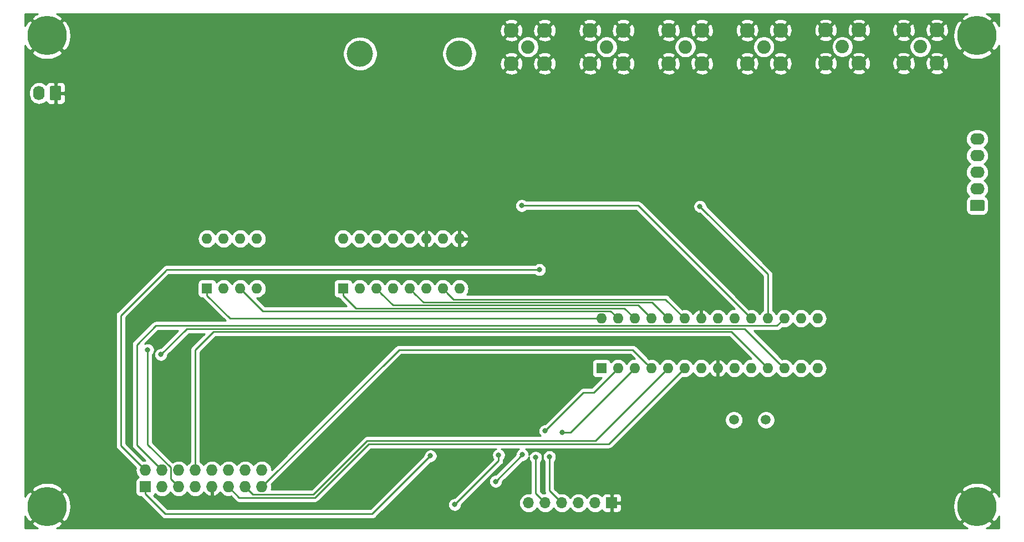
<source format=gbr>
G04 #@! TF.GenerationSoftware,KiCad,Pcbnew,(5.1.2-1)-1*
G04 #@! TF.CreationDate,2019-06-29T21:01:08+01:00*
G04 #@! TF.ProjectId,K3S_Seq_IF_Sw,4b33535f-5365-4715-9f49-465f53772e6b,rev?*
G04 #@! TF.SameCoordinates,Original*
G04 #@! TF.FileFunction,Copper,L2,Bot*
G04 #@! TF.FilePolarity,Positive*
%FSLAX46Y46*%
G04 Gerber Fmt 4.6, Leading zero omitted, Abs format (unit mm)*
G04 Created by KiCad (PCBNEW (5.1.2-1)-1) date 2019-06-29 21:01:08*
%MOMM*%
%LPD*%
G04 APERTURE LIST*
%ADD10C,0.100000*%
%ADD11C,1.740000*%
%ADD12O,2.200000X1.740000*%
%ADD13R,1.727200X1.727200*%
%ADD14O,1.727200X1.727200*%
%ADD15C,4.000500*%
%ADD16O,1.740000X2.200000*%
%ADD17R,1.600000X1.600000*%
%ADD18O,1.600000X1.600000*%
%ADD19C,1.500000*%
%ADD20C,6.000000*%
%ADD21R,1.700000X1.700000*%
%ADD22O,1.700000X1.700000*%
%ADD23C,2.250000*%
%ADD24C,2.050000*%
%ADD25C,0.800000*%
%ADD26C,0.250000*%
%ADD27C,0.254000*%
G04 APERTURE END LIST*
D10*
G36*
X186914505Y-89101204D02*
G01*
X186938773Y-89104804D01*
X186962572Y-89110765D01*
X186985671Y-89119030D01*
X187007850Y-89129520D01*
X187028893Y-89142132D01*
X187048599Y-89156747D01*
X187066777Y-89173223D01*
X187083253Y-89191401D01*
X187097868Y-89211107D01*
X187110480Y-89232150D01*
X187120970Y-89254329D01*
X187129235Y-89277428D01*
X187135196Y-89301227D01*
X187138796Y-89325495D01*
X187140000Y-89349999D01*
X187140000Y-90590001D01*
X187138796Y-90614505D01*
X187135196Y-90638773D01*
X187129235Y-90662572D01*
X187120970Y-90685671D01*
X187110480Y-90707850D01*
X187097868Y-90728893D01*
X187083253Y-90748599D01*
X187066777Y-90766777D01*
X187048599Y-90783253D01*
X187028893Y-90797868D01*
X187007850Y-90810480D01*
X186985671Y-90820970D01*
X186962572Y-90829235D01*
X186938773Y-90835196D01*
X186914505Y-90838796D01*
X186890001Y-90840000D01*
X185189999Y-90840000D01*
X185165495Y-90838796D01*
X185141227Y-90835196D01*
X185117428Y-90829235D01*
X185094329Y-90820970D01*
X185072150Y-90810480D01*
X185051107Y-90797868D01*
X185031401Y-90783253D01*
X185013223Y-90766777D01*
X184996747Y-90748599D01*
X184982132Y-90728893D01*
X184969520Y-90707850D01*
X184959030Y-90685671D01*
X184950765Y-90662572D01*
X184944804Y-90638773D01*
X184941204Y-90614505D01*
X184940000Y-90590001D01*
X184940000Y-89349999D01*
X184941204Y-89325495D01*
X184944804Y-89301227D01*
X184950765Y-89277428D01*
X184959030Y-89254329D01*
X184969520Y-89232150D01*
X184982132Y-89211107D01*
X184996747Y-89191401D01*
X185013223Y-89173223D01*
X185031401Y-89156747D01*
X185051107Y-89142132D01*
X185072150Y-89129520D01*
X185094329Y-89119030D01*
X185117428Y-89110765D01*
X185141227Y-89104804D01*
X185165495Y-89101204D01*
X185189999Y-89100000D01*
X186890001Y-89100000D01*
X186914505Y-89101204D01*
X186914505Y-89101204D01*
G37*
D11*
X186040000Y-89970000D03*
D12*
X186040000Y-87430000D03*
X186040000Y-84890000D03*
X186040000Y-82350000D03*
X186040000Y-79810000D03*
D13*
X59000000Y-133000000D03*
D14*
X59000000Y-130460000D03*
X61540000Y-133000000D03*
X61540000Y-130460000D03*
X64080000Y-133000000D03*
X64080000Y-130460000D03*
X66620000Y-133000000D03*
X66620000Y-130460000D03*
X69160000Y-133000000D03*
X69160000Y-130460000D03*
X71700000Y-133000000D03*
X71700000Y-130460000D03*
X74240000Y-133000000D03*
X74240000Y-130460000D03*
X76780000Y-133000000D03*
X76780000Y-130460000D03*
D15*
X106950000Y-66750000D03*
X91800000Y-66750000D03*
D10*
G36*
X45934505Y-71691204D02*
G01*
X45958773Y-71694804D01*
X45982572Y-71700765D01*
X46005671Y-71709030D01*
X46027850Y-71719520D01*
X46048893Y-71732132D01*
X46068599Y-71746747D01*
X46086777Y-71763223D01*
X46103253Y-71781401D01*
X46117868Y-71801107D01*
X46130480Y-71822150D01*
X46140970Y-71844329D01*
X46149235Y-71867428D01*
X46155196Y-71891227D01*
X46158796Y-71915495D01*
X46160000Y-71939999D01*
X46160000Y-73640001D01*
X46158796Y-73664505D01*
X46155196Y-73688773D01*
X46149235Y-73712572D01*
X46140970Y-73735671D01*
X46130480Y-73757850D01*
X46117868Y-73778893D01*
X46103253Y-73798599D01*
X46086777Y-73816777D01*
X46068599Y-73833253D01*
X46048893Y-73847868D01*
X46027850Y-73860480D01*
X46005671Y-73870970D01*
X45982572Y-73879235D01*
X45958773Y-73885196D01*
X45934505Y-73888796D01*
X45910001Y-73890000D01*
X44669999Y-73890000D01*
X44645495Y-73888796D01*
X44621227Y-73885196D01*
X44597428Y-73879235D01*
X44574329Y-73870970D01*
X44552150Y-73860480D01*
X44531107Y-73847868D01*
X44511401Y-73833253D01*
X44493223Y-73816777D01*
X44476747Y-73798599D01*
X44462132Y-73778893D01*
X44449520Y-73757850D01*
X44439030Y-73735671D01*
X44430765Y-73712572D01*
X44424804Y-73688773D01*
X44421204Y-73664505D01*
X44420000Y-73640001D01*
X44420000Y-71939999D01*
X44421204Y-71915495D01*
X44424804Y-71891227D01*
X44430765Y-71867428D01*
X44439030Y-71844329D01*
X44449520Y-71822150D01*
X44462132Y-71801107D01*
X44476747Y-71781401D01*
X44493223Y-71763223D01*
X44511401Y-71746747D01*
X44531107Y-71732132D01*
X44552150Y-71719520D01*
X44574329Y-71709030D01*
X44597428Y-71700765D01*
X44621227Y-71694804D01*
X44645495Y-71691204D01*
X44669999Y-71690000D01*
X45910001Y-71690000D01*
X45934505Y-71691204D01*
X45934505Y-71691204D01*
G37*
D11*
X45290000Y-72790000D03*
D16*
X42750000Y-72790000D03*
D17*
X128650000Y-114870000D03*
D18*
X161670000Y-107250000D03*
X131190000Y-114870000D03*
X159130000Y-107250000D03*
X133730000Y-114870000D03*
X156590000Y-107250000D03*
X136270000Y-114870000D03*
X154050000Y-107250000D03*
X138810000Y-114870000D03*
X151510000Y-107250000D03*
X141350000Y-114870000D03*
X148970000Y-107250000D03*
X143890000Y-114870000D03*
X146430000Y-107250000D03*
X146430000Y-114870000D03*
X143890000Y-107250000D03*
X148970000Y-114870000D03*
X141350000Y-107250000D03*
X151510000Y-114870000D03*
X138810000Y-107250000D03*
X154050000Y-114870000D03*
X136270000Y-107250000D03*
X156590000Y-114870000D03*
X133730000Y-107250000D03*
X159130000Y-114870000D03*
X131190000Y-107250000D03*
X161670000Y-114870000D03*
X128650000Y-107250000D03*
D19*
X148892000Y-122754000D03*
X153772000Y-122754000D03*
D17*
X89200000Y-102680000D03*
D18*
X106980000Y-95060000D03*
X91740000Y-102680000D03*
X104440000Y-95060000D03*
X94280000Y-102680000D03*
X101900000Y-95060000D03*
X96820000Y-102680000D03*
X99360000Y-95060000D03*
X99360000Y-102680000D03*
X96820000Y-95060000D03*
X101900000Y-102680000D03*
X94280000Y-95060000D03*
X104440000Y-102680000D03*
X91740000Y-95060000D03*
X106980000Y-102680000D03*
X89200000Y-95060000D03*
D17*
X68420000Y-102680000D03*
D18*
X76040000Y-95060000D03*
X70960000Y-102680000D03*
X73500000Y-95060000D03*
X73500000Y-102680000D03*
X70960000Y-95060000D03*
X76040000Y-102680000D03*
X68420000Y-95060000D03*
D20*
X44000000Y-136000000D03*
X44000000Y-64000000D03*
X186000000Y-136000000D03*
X186000000Y-64000000D03*
D21*
X130220000Y-135470000D03*
D22*
X127680000Y-135470000D03*
X125140000Y-135470000D03*
X122600000Y-135470000D03*
X120060000Y-135470000D03*
X117520000Y-135470000D03*
D23*
X114900000Y-68270000D03*
X114900000Y-63190000D03*
X119980000Y-63190000D03*
X119980000Y-68270000D03*
D24*
X117440000Y-65730000D03*
X129450000Y-65730000D03*
D23*
X131990000Y-68270000D03*
X131990000Y-63190000D03*
X126910000Y-63190000D03*
X126910000Y-68270000D03*
X138920000Y-68260000D03*
X138920000Y-63180000D03*
X144000000Y-63180000D03*
X144000000Y-68260000D03*
D24*
X141460000Y-65720000D03*
X153460000Y-65720000D03*
D23*
X156000000Y-68260000D03*
X156000000Y-63180000D03*
X150920000Y-63180000D03*
X150920000Y-68260000D03*
X162910000Y-68240000D03*
X162910000Y-63160000D03*
X167990000Y-63160000D03*
X167990000Y-68240000D03*
D24*
X165450000Y-65700000D03*
X177360000Y-65700000D03*
D23*
X179900000Y-68240000D03*
X179900000Y-63160000D03*
X174820000Y-63160000D03*
X174820000Y-68240000D03*
D25*
X112950000Y-128140000D03*
X106255000Y-135725000D03*
X59360000Y-112040000D03*
X82230000Y-94070000D03*
X66040000Y-134850000D03*
X70760000Y-125170000D03*
X70760000Y-121110000D03*
X112020000Y-114690000D03*
X93500000Y-120300000D03*
X88620000Y-124960000D03*
X62640000Y-123950000D03*
X62640000Y-120300000D03*
X115750000Y-71250000D03*
X116150000Y-73250000D03*
X118000000Y-73650000D03*
X120050000Y-73700000D03*
X122050000Y-73750000D03*
X124200000Y-73700000D03*
X126300000Y-73700000D03*
X128450000Y-73700000D03*
X130050000Y-73850000D03*
X130150000Y-75300000D03*
X119200000Y-70400000D03*
X121200000Y-70400000D03*
X123250000Y-70450000D03*
X125300000Y-70450000D03*
X127500000Y-70450000D03*
X129650000Y-70450000D03*
X131750000Y-70450000D03*
X133000000Y-70850000D03*
X133350000Y-72800000D03*
X133300000Y-74250000D03*
X134200000Y-64200000D03*
X136150000Y-64250000D03*
X137450000Y-65000000D03*
X137750000Y-70550000D03*
X137700000Y-72700000D03*
X137750000Y-74550000D03*
X134500000Y-67750000D03*
X134500000Y-69600000D03*
X134550000Y-71850000D03*
X134550000Y-74900000D03*
X132200000Y-79350000D03*
X132250000Y-81200000D03*
X135650000Y-79100000D03*
X137800000Y-77000000D03*
X138950000Y-75850000D03*
X139900000Y-74750000D03*
X140050000Y-73200000D03*
X140000000Y-71350000D03*
X143200000Y-70500000D03*
X143200000Y-72750000D03*
X143200000Y-74850000D03*
X141700000Y-77450000D03*
X139950000Y-79400000D03*
X138500000Y-81100000D03*
X135000000Y-82200000D03*
X151800000Y-70650000D03*
X151800000Y-72650000D03*
X153050000Y-74000000D03*
X155200000Y-74000000D03*
X157300000Y-74000000D03*
X158700000Y-74950000D03*
X155150000Y-70600000D03*
X157200000Y-70600000D03*
X159250000Y-70600000D03*
X160900000Y-70600000D03*
X162100000Y-72050000D03*
X162050000Y-74000000D03*
X163850000Y-74750000D03*
X163850000Y-72750000D03*
X163850000Y-70750000D03*
X167250000Y-70650000D03*
X167250000Y-72800000D03*
X167250000Y-74850000D03*
X160700000Y-79250000D03*
X160700000Y-81200000D03*
X163550000Y-82150000D03*
X166550000Y-81800000D03*
X167850000Y-80500000D03*
X169300000Y-79000000D03*
X170800000Y-77400000D03*
X172300000Y-75750000D03*
X173950000Y-74250000D03*
X175450000Y-72650000D03*
X177050000Y-71100000D03*
X164200000Y-79050000D03*
X169050000Y-74150000D03*
X170900000Y-72350000D03*
X172750000Y-70450000D03*
X102540000Y-128270000D03*
X119190000Y-99790000D03*
X112505000Y-132175000D03*
X116585000Y-128095000D03*
X61380000Y-112780000D03*
X143690000Y-90120000D03*
X116480000Y-89990000D03*
X122700000Y-124640000D03*
X120730000Y-128420000D03*
X120040000Y-124460000D03*
X118600000Y-128510000D03*
D26*
X112950000Y-128140000D02*
X112950000Y-129030000D01*
X112950000Y-129030000D02*
X106255000Y-135725000D01*
X106255000Y-135725000D02*
X106220000Y-135760000D01*
X62891399Y-130052269D02*
X62891399Y-131811399D01*
X63216401Y-132136401D02*
X64080000Y-133000000D01*
X59360000Y-126520870D02*
X62891399Y-130052269D01*
X62891399Y-131811399D02*
X63216401Y-132136401D01*
X59360000Y-112040000D02*
X59360000Y-126520870D01*
X155464999Y-108375001D02*
X60584999Y-108375001D01*
X156590000Y-107250000D02*
X155464999Y-108375001D01*
X60584999Y-108375001D02*
X57680000Y-111280000D01*
X57680000Y-126600000D02*
X61540000Y-130460000D01*
X57680000Y-111280000D02*
X57680000Y-126600000D01*
X59000000Y-134113600D02*
X62036400Y-137150000D01*
X59000000Y-133000000D02*
X59000000Y-134113600D01*
X93660000Y-137150000D02*
X102540000Y-128270000D01*
X62036400Y-137150000D02*
X93660000Y-137150000D01*
X55250000Y-126710000D02*
X55250000Y-106770000D01*
X59000000Y-130460000D02*
X55250000Y-126710000D01*
X55250000Y-106770000D02*
X62100000Y-99920000D01*
X62100000Y-99920000D02*
X62230000Y-99790000D01*
X62230000Y-99790000D02*
X119060000Y-99790000D01*
X112505000Y-132175000D02*
X116585000Y-128095000D01*
X116585000Y-128095000D02*
X116620000Y-128060000D01*
X148455021Y-109275021D02*
X69394979Y-109275021D01*
X154050000Y-114870000D02*
X148455021Y-109275021D01*
X66620000Y-112050000D02*
X66620000Y-130460000D01*
X69394979Y-109275021D02*
X66620000Y-112050000D01*
X140550001Y-115669999D02*
X141350000Y-114870000D01*
X129799990Y-126420010D02*
X140550001Y-115669999D01*
X93119990Y-126420010D02*
X129799990Y-126420010D01*
X84901390Y-134638610D02*
X93119990Y-126420010D01*
X73338610Y-134638610D02*
X84901390Y-134638610D01*
X71700000Y-133000000D02*
X73338610Y-134638610D01*
X75428601Y-134188601D02*
X84681399Y-134188601D01*
X74240000Y-133000000D02*
X75428601Y-134188601D01*
X127710000Y-125970000D02*
X138010001Y-115669999D01*
X92900000Y-125970000D02*
X127710000Y-125970000D01*
X138010001Y-115669999D02*
X138810000Y-114870000D01*
X84681399Y-134188601D02*
X92900000Y-125970000D01*
X76780000Y-133000000D02*
X97760000Y-112020000D01*
X135470001Y-114070001D02*
X136270000Y-114870000D01*
X133420000Y-112020000D02*
X135470001Y-114070001D01*
X97760000Y-112020000D02*
X133420000Y-112020000D01*
X155790001Y-114070001D02*
X156590000Y-114870000D01*
X150545011Y-108825011D02*
X155790001Y-114070001D01*
X65334989Y-108825011D02*
X150545011Y-108825011D01*
X61380000Y-112780000D02*
X65334989Y-108825011D01*
X154050000Y-100480000D02*
X154050000Y-107250000D01*
X143690000Y-90120000D02*
X154050000Y-100480000D01*
X134250000Y-89990000D02*
X151510000Y-107250000D01*
X116480000Y-89990000D02*
X134250000Y-89990000D01*
X68420000Y-103730000D02*
X68420000Y-102680000D01*
X71940000Y-107250000D02*
X68420000Y-103730000D01*
X128650000Y-107250000D02*
X71940000Y-107250000D01*
X89200000Y-103730000D02*
X89200000Y-102680000D01*
X91144989Y-105674989D02*
X89200000Y-103730000D01*
X132154989Y-105674989D02*
X91144989Y-105674989D01*
X133730000Y-107250000D02*
X132154989Y-105674989D01*
X100159999Y-103479999D02*
X99360000Y-102680000D01*
X101454969Y-104774969D02*
X100159999Y-103479999D01*
X136334969Y-104774969D02*
X101454969Y-104774969D01*
X138810000Y-107250000D02*
X136334969Y-104774969D01*
X74299999Y-103479999D02*
X73500000Y-102680000D01*
X76944999Y-106124999D02*
X74299999Y-103479999D01*
X130064999Y-106124999D02*
X76944999Y-106124999D01*
X131190000Y-107250000D02*
X130064999Y-106124999D01*
X95079999Y-103479999D02*
X94280000Y-102680000D01*
X96824979Y-105224979D02*
X95079999Y-103479999D01*
X134244979Y-105224979D02*
X96824979Y-105224979D01*
X136270000Y-107250000D02*
X134244979Y-105224979D01*
X105239999Y-103479999D02*
X104440000Y-102680000D01*
X138424959Y-104324959D02*
X106084959Y-104324959D01*
X106084959Y-104324959D02*
X105239999Y-103479999D01*
X141350000Y-107250000D02*
X138424959Y-104324959D01*
X133730000Y-114870000D02*
X123960000Y-124640000D01*
X123960000Y-124640000D02*
X122700000Y-124640000D01*
X120730000Y-133600000D02*
X122600000Y-135470000D01*
X120730000Y-128420000D02*
X120730000Y-133600000D01*
X127460000Y-118600000D02*
X125900000Y-118600000D01*
X131190000Y-114870000D02*
X127460000Y-118600000D01*
X125900000Y-118600000D02*
X120040000Y-124460000D01*
X118600000Y-134010000D02*
X120060000Y-135470000D01*
X118600000Y-128510000D02*
X118600000Y-134010000D01*
D27*
G36*
X41984397Y-60953898D02*
G01*
X41957106Y-60972132D01*
X41620919Y-61441314D01*
X44000000Y-63820395D01*
X46379081Y-61441314D01*
X46042894Y-60972132D01*
X45465194Y-60660000D01*
X184540235Y-60660000D01*
X183984397Y-60953898D01*
X183957106Y-60972132D01*
X183620919Y-61441314D01*
X186000000Y-63820395D01*
X188379081Y-61441314D01*
X188042894Y-60972132D01*
X187465194Y-60660000D01*
X189340000Y-60660000D01*
X189340000Y-62540235D01*
X189046102Y-61984397D01*
X189027868Y-61957106D01*
X188558686Y-61620919D01*
X186179605Y-64000000D01*
X188558686Y-66379081D01*
X189027868Y-66042894D01*
X189340000Y-65465193D01*
X189340001Y-134540237D01*
X189046102Y-133984397D01*
X189027868Y-133957106D01*
X188558686Y-133620919D01*
X186179605Y-136000000D01*
X188558686Y-138379081D01*
X189027868Y-138042894D01*
X189340001Y-137465192D01*
X189340001Y-139340000D01*
X187459765Y-139340000D01*
X188015603Y-139046102D01*
X188042894Y-139027868D01*
X188379081Y-138558686D01*
X186000000Y-136179605D01*
X183620919Y-138558686D01*
X183957106Y-139027868D01*
X184534806Y-139340000D01*
X45459765Y-139340000D01*
X46015603Y-139046102D01*
X46042894Y-139027868D01*
X46379081Y-138558686D01*
X44000000Y-136179605D01*
X41620919Y-138558686D01*
X41957106Y-139027868D01*
X42534806Y-139340000D01*
X40660000Y-139340000D01*
X40660000Y-137459765D01*
X40953898Y-138015603D01*
X40972132Y-138042894D01*
X41441314Y-138379081D01*
X43820395Y-136000000D01*
X44179605Y-136000000D01*
X46558686Y-138379081D01*
X47027868Y-138042894D01*
X47368237Y-137412932D01*
X47579166Y-136728673D01*
X47652550Y-136016411D01*
X47585569Y-135303518D01*
X47380796Y-134617391D01*
X47046102Y-133984397D01*
X47027868Y-133957106D01*
X46558686Y-133620919D01*
X44179605Y-136000000D01*
X43820395Y-136000000D01*
X41441314Y-133620919D01*
X40972132Y-133957106D01*
X40660000Y-134534806D01*
X40660000Y-133441314D01*
X41620919Y-133441314D01*
X44000000Y-135820395D01*
X46379081Y-133441314D01*
X46042894Y-132972132D01*
X45412932Y-132631763D01*
X44728673Y-132420834D01*
X44016411Y-132347450D01*
X43303518Y-132414431D01*
X42617391Y-132619204D01*
X41984397Y-132953898D01*
X41957106Y-132972132D01*
X41620919Y-133441314D01*
X40660000Y-133441314D01*
X40660000Y-106770000D01*
X54486324Y-106770000D01*
X54490001Y-106807333D01*
X54490000Y-126672678D01*
X54486324Y-126710000D01*
X54490000Y-126747322D01*
X54490000Y-126747332D01*
X54500997Y-126858985D01*
X54538861Y-126983809D01*
X54544454Y-127002246D01*
X54615026Y-127134276D01*
X54643534Y-127169013D01*
X54709999Y-127250001D01*
X54739003Y-127273804D01*
X57548299Y-130083101D01*
X57523084Y-130166223D01*
X57494149Y-130460000D01*
X57523084Y-130753777D01*
X57608775Y-131036264D01*
X57747931Y-131296606D01*
X57935203Y-131524797D01*
X57943265Y-131531414D01*
X57892220Y-131546898D01*
X57781906Y-131605863D01*
X57685215Y-131685215D01*
X57605863Y-131781906D01*
X57546898Y-131892220D01*
X57510588Y-132011918D01*
X57498328Y-132136400D01*
X57498328Y-133863600D01*
X57510588Y-133988082D01*
X57546898Y-134107780D01*
X57605863Y-134218094D01*
X57685215Y-134314785D01*
X57781906Y-134394137D01*
X57892220Y-134453102D01*
X58011918Y-134489412D01*
X58136400Y-134501672D01*
X58345674Y-134501672D01*
X58365026Y-134537876D01*
X58430283Y-134617391D01*
X58460000Y-134653601D01*
X58488998Y-134677399D01*
X61472601Y-137661003D01*
X61496399Y-137690001D01*
X61525397Y-137713799D01*
X61612123Y-137784974D01*
X61744153Y-137855546D01*
X61887414Y-137899003D01*
X61999067Y-137910000D01*
X61999076Y-137910000D01*
X62036399Y-137913676D01*
X62073722Y-137910000D01*
X93622678Y-137910000D01*
X93660000Y-137913676D01*
X93697322Y-137910000D01*
X93697333Y-137910000D01*
X93808986Y-137899003D01*
X93952247Y-137855546D01*
X94084276Y-137784974D01*
X94200001Y-137690001D01*
X94223804Y-137660997D01*
X102579803Y-129305000D01*
X102641939Y-129305000D01*
X102841898Y-129265226D01*
X103030256Y-129187205D01*
X103199774Y-129073937D01*
X103343937Y-128929774D01*
X103457205Y-128760256D01*
X103535226Y-128571898D01*
X103575000Y-128371939D01*
X103575000Y-128168061D01*
X103535226Y-127968102D01*
X103457205Y-127779744D01*
X103343937Y-127610226D01*
X103199774Y-127466063D01*
X103030256Y-127352795D01*
X102841898Y-127274774D01*
X102641939Y-127235000D01*
X102438061Y-127235000D01*
X102238102Y-127274774D01*
X102049744Y-127352795D01*
X101880226Y-127466063D01*
X101736063Y-127610226D01*
X101622795Y-127779744D01*
X101544774Y-127968102D01*
X101505000Y-128168061D01*
X101505000Y-128230197D01*
X93345199Y-136390000D01*
X62351202Y-136390000D01*
X60293475Y-134332274D01*
X60314785Y-134314785D01*
X60394137Y-134218094D01*
X60453102Y-134107780D01*
X60468586Y-134056735D01*
X60475203Y-134064797D01*
X60703394Y-134252069D01*
X60963736Y-134391225D01*
X61246223Y-134476916D01*
X61466381Y-134498600D01*
X61613619Y-134498600D01*
X61833777Y-134476916D01*
X62116264Y-134391225D01*
X62376606Y-134252069D01*
X62604797Y-134064797D01*
X62792069Y-133836606D01*
X62810000Y-133803060D01*
X62827931Y-133836606D01*
X63015203Y-134064797D01*
X63243394Y-134252069D01*
X63503736Y-134391225D01*
X63786223Y-134476916D01*
X64006381Y-134498600D01*
X64153619Y-134498600D01*
X64373777Y-134476916D01*
X64656264Y-134391225D01*
X64916606Y-134252069D01*
X65144797Y-134064797D01*
X65332069Y-133836606D01*
X65350000Y-133803060D01*
X65367931Y-133836606D01*
X65555203Y-134064797D01*
X65783394Y-134252069D01*
X66043736Y-134391225D01*
X66326223Y-134476916D01*
X66546381Y-134498600D01*
X66693619Y-134498600D01*
X66913777Y-134476916D01*
X67196264Y-134391225D01*
X67456606Y-134252069D01*
X67684797Y-134064797D01*
X67872069Y-133836606D01*
X67895863Y-133792090D01*
X67953183Y-133888488D01*
X68149707Y-134106854D01*
X68385056Y-134282684D01*
X68650186Y-134409222D01*
X68800974Y-134454958D01*
X69033000Y-134333817D01*
X69033000Y-133127000D01*
X69013000Y-133127000D01*
X69013000Y-132873000D01*
X69033000Y-132873000D01*
X69033000Y-132853000D01*
X69287000Y-132853000D01*
X69287000Y-132873000D01*
X69307000Y-132873000D01*
X69307000Y-133127000D01*
X69287000Y-133127000D01*
X69287000Y-134333817D01*
X69519026Y-134454958D01*
X69669814Y-134409222D01*
X69934944Y-134282684D01*
X70170293Y-134106854D01*
X70366817Y-133888488D01*
X70424137Y-133792090D01*
X70447931Y-133836606D01*
X70635203Y-134064797D01*
X70863394Y-134252069D01*
X71123736Y-134391225D01*
X71406223Y-134476916D01*
X71626381Y-134498600D01*
X71773619Y-134498600D01*
X71993777Y-134476916D01*
X72076899Y-134451701D01*
X72774815Y-135149618D01*
X72798609Y-135178611D01*
X72827602Y-135202405D01*
X72827606Y-135202409D01*
X72867007Y-135234744D01*
X72914334Y-135273584D01*
X73046363Y-135344156D01*
X73189624Y-135387613D01*
X73301277Y-135398610D01*
X73301286Y-135398610D01*
X73338609Y-135402286D01*
X73375932Y-135398610D01*
X84864068Y-135398610D01*
X84901390Y-135402286D01*
X84938712Y-135398610D01*
X84938723Y-135398610D01*
X85050376Y-135387613D01*
X85193637Y-135344156D01*
X85325666Y-135273584D01*
X85441391Y-135178611D01*
X85465194Y-135149607D01*
X93434792Y-127180010D01*
X112563035Y-127180010D01*
X112459744Y-127222795D01*
X112290226Y-127336063D01*
X112146063Y-127480226D01*
X112032795Y-127649744D01*
X111954774Y-127838102D01*
X111915000Y-128038061D01*
X111915000Y-128241939D01*
X111954774Y-128441898D01*
X112032795Y-128630256D01*
X112129785Y-128775413D01*
X106215199Y-134690000D01*
X106153061Y-134690000D01*
X105953102Y-134729774D01*
X105764744Y-134807795D01*
X105595226Y-134921063D01*
X105451063Y-135065226D01*
X105337795Y-135234744D01*
X105259774Y-135423102D01*
X105220000Y-135623061D01*
X105220000Y-135826939D01*
X105259774Y-136026898D01*
X105337795Y-136215256D01*
X105451063Y-136384774D01*
X105595226Y-136528937D01*
X105764744Y-136642205D01*
X105953102Y-136720226D01*
X106153061Y-136760000D01*
X106356939Y-136760000D01*
X106556898Y-136720226D01*
X106745256Y-136642205D01*
X106914774Y-136528937D01*
X107058937Y-136384774D01*
X107172205Y-136215256D01*
X107250226Y-136026898D01*
X107290000Y-135826939D01*
X107290000Y-135764801D01*
X113461003Y-129593799D01*
X113490001Y-129570001D01*
X113584974Y-129454276D01*
X113655546Y-129322247D01*
X113699003Y-129178986D01*
X113710000Y-129067333D01*
X113710000Y-129067323D01*
X113713676Y-129030000D01*
X113710000Y-128992677D01*
X113710000Y-128843711D01*
X113753937Y-128799774D01*
X113867205Y-128630256D01*
X113945226Y-128441898D01*
X113985000Y-128241939D01*
X113985000Y-128038061D01*
X113945226Y-127838102D01*
X113867205Y-127649744D01*
X113753937Y-127480226D01*
X113609774Y-127336063D01*
X113440256Y-127222795D01*
X113336965Y-127180010D01*
X116091429Y-127180010D01*
X115925226Y-127291063D01*
X115781063Y-127435226D01*
X115667795Y-127604744D01*
X115589774Y-127793102D01*
X115550000Y-127993061D01*
X115550000Y-128055198D01*
X112465199Y-131140000D01*
X112403061Y-131140000D01*
X112203102Y-131179774D01*
X112014744Y-131257795D01*
X111845226Y-131371063D01*
X111701063Y-131515226D01*
X111587795Y-131684744D01*
X111509774Y-131873102D01*
X111470000Y-132073061D01*
X111470000Y-132276939D01*
X111509774Y-132476898D01*
X111587795Y-132665256D01*
X111701063Y-132834774D01*
X111845226Y-132978937D01*
X112014744Y-133092205D01*
X112203102Y-133170226D01*
X112403061Y-133210000D01*
X112606939Y-133210000D01*
X112806898Y-133170226D01*
X112995256Y-133092205D01*
X113164774Y-132978937D01*
X113308937Y-132834774D01*
X113422205Y-132665256D01*
X113500226Y-132476898D01*
X113540000Y-132276939D01*
X113540000Y-132214801D01*
X116624802Y-129130000D01*
X116686939Y-129130000D01*
X116886898Y-129090226D01*
X117075256Y-129012205D01*
X117244774Y-128898937D01*
X117388937Y-128754774D01*
X117502205Y-128585256D01*
X117565000Y-128433657D01*
X117565000Y-128611939D01*
X117604774Y-128811898D01*
X117682795Y-129000256D01*
X117796063Y-129169774D01*
X117840000Y-129213711D01*
X117840001Y-133972668D01*
X117836324Y-134010000D01*
X117836744Y-134014263D01*
X117811111Y-134006487D01*
X117592950Y-133985000D01*
X117447050Y-133985000D01*
X117228889Y-134006487D01*
X116948966Y-134091401D01*
X116690986Y-134229294D01*
X116464866Y-134414866D01*
X116279294Y-134640986D01*
X116141401Y-134898966D01*
X116056487Y-135178889D01*
X116027815Y-135470000D01*
X116056487Y-135761111D01*
X116141401Y-136041034D01*
X116279294Y-136299014D01*
X116464866Y-136525134D01*
X116690986Y-136710706D01*
X116948966Y-136848599D01*
X117228889Y-136933513D01*
X117447050Y-136955000D01*
X117592950Y-136955000D01*
X117811111Y-136933513D01*
X118091034Y-136848599D01*
X118349014Y-136710706D01*
X118575134Y-136525134D01*
X118760706Y-136299014D01*
X118790000Y-136244209D01*
X118819294Y-136299014D01*
X119004866Y-136525134D01*
X119230986Y-136710706D01*
X119488966Y-136848599D01*
X119768889Y-136933513D01*
X119987050Y-136955000D01*
X120132950Y-136955000D01*
X120351111Y-136933513D01*
X120631034Y-136848599D01*
X120889014Y-136710706D01*
X121115134Y-136525134D01*
X121300706Y-136299014D01*
X121330000Y-136244209D01*
X121359294Y-136299014D01*
X121544866Y-136525134D01*
X121770986Y-136710706D01*
X122028966Y-136848599D01*
X122308889Y-136933513D01*
X122527050Y-136955000D01*
X122672950Y-136955000D01*
X122891111Y-136933513D01*
X123171034Y-136848599D01*
X123429014Y-136710706D01*
X123655134Y-136525134D01*
X123840706Y-136299014D01*
X123870000Y-136244209D01*
X123899294Y-136299014D01*
X124084866Y-136525134D01*
X124310986Y-136710706D01*
X124568966Y-136848599D01*
X124848889Y-136933513D01*
X125067050Y-136955000D01*
X125212950Y-136955000D01*
X125431111Y-136933513D01*
X125711034Y-136848599D01*
X125969014Y-136710706D01*
X126195134Y-136525134D01*
X126380706Y-136299014D01*
X126410000Y-136244209D01*
X126439294Y-136299014D01*
X126624866Y-136525134D01*
X126850986Y-136710706D01*
X127108966Y-136848599D01*
X127388889Y-136933513D01*
X127607050Y-136955000D01*
X127752950Y-136955000D01*
X127971111Y-136933513D01*
X128251034Y-136848599D01*
X128509014Y-136710706D01*
X128735134Y-136525134D01*
X128759607Y-136495313D01*
X128780498Y-136564180D01*
X128839463Y-136674494D01*
X128918815Y-136771185D01*
X129015506Y-136850537D01*
X129125820Y-136909502D01*
X129245518Y-136945812D01*
X129370000Y-136958072D01*
X129934250Y-136955000D01*
X130093000Y-136796250D01*
X130093000Y-135597000D01*
X130347000Y-135597000D01*
X130347000Y-136796250D01*
X130505750Y-136955000D01*
X131070000Y-136958072D01*
X131194482Y-136945812D01*
X131314180Y-136909502D01*
X131424494Y-136850537D01*
X131521185Y-136771185D01*
X131600537Y-136674494D01*
X131659502Y-136564180D01*
X131695812Y-136444482D01*
X131708072Y-136320000D01*
X131706241Y-135983589D01*
X182347450Y-135983589D01*
X182414431Y-136696482D01*
X182619204Y-137382609D01*
X182953898Y-138015603D01*
X182972132Y-138042894D01*
X183441314Y-138379081D01*
X185820395Y-136000000D01*
X183441314Y-133620919D01*
X182972132Y-133957106D01*
X182631763Y-134587068D01*
X182420834Y-135271327D01*
X182347450Y-135983589D01*
X131706241Y-135983589D01*
X131705000Y-135755750D01*
X131546250Y-135597000D01*
X130347000Y-135597000D01*
X130093000Y-135597000D01*
X130073000Y-135597000D01*
X130073000Y-135343000D01*
X130093000Y-135343000D01*
X130093000Y-134143750D01*
X130347000Y-134143750D01*
X130347000Y-135343000D01*
X131546250Y-135343000D01*
X131705000Y-135184250D01*
X131708072Y-134620000D01*
X131695812Y-134495518D01*
X131659502Y-134375820D01*
X131600537Y-134265506D01*
X131521185Y-134168815D01*
X131424494Y-134089463D01*
X131314180Y-134030498D01*
X131194482Y-133994188D01*
X131070000Y-133981928D01*
X130505750Y-133985000D01*
X130347000Y-134143750D01*
X130093000Y-134143750D01*
X129934250Y-133985000D01*
X129370000Y-133981928D01*
X129245518Y-133994188D01*
X129125820Y-134030498D01*
X129015506Y-134089463D01*
X128918815Y-134168815D01*
X128839463Y-134265506D01*
X128780498Y-134375820D01*
X128759607Y-134444687D01*
X128735134Y-134414866D01*
X128509014Y-134229294D01*
X128251034Y-134091401D01*
X127971111Y-134006487D01*
X127752950Y-133985000D01*
X127607050Y-133985000D01*
X127388889Y-134006487D01*
X127108966Y-134091401D01*
X126850986Y-134229294D01*
X126624866Y-134414866D01*
X126439294Y-134640986D01*
X126410000Y-134695791D01*
X126380706Y-134640986D01*
X126195134Y-134414866D01*
X125969014Y-134229294D01*
X125711034Y-134091401D01*
X125431111Y-134006487D01*
X125212950Y-133985000D01*
X125067050Y-133985000D01*
X124848889Y-134006487D01*
X124568966Y-134091401D01*
X124310986Y-134229294D01*
X124084866Y-134414866D01*
X123899294Y-134640986D01*
X123870000Y-134695791D01*
X123840706Y-134640986D01*
X123655134Y-134414866D01*
X123429014Y-134229294D01*
X123171034Y-134091401D01*
X122891111Y-134006487D01*
X122672950Y-133985000D01*
X122527050Y-133985000D01*
X122308889Y-134006487D01*
X122234005Y-134029203D01*
X121646116Y-133441314D01*
X183620919Y-133441314D01*
X186000000Y-135820395D01*
X188379081Y-133441314D01*
X188042894Y-132972132D01*
X187412932Y-132631763D01*
X186728673Y-132420834D01*
X186016411Y-132347450D01*
X185303518Y-132414431D01*
X184617391Y-132619204D01*
X183984397Y-132953898D01*
X183957106Y-132972132D01*
X183620919Y-133441314D01*
X121646116Y-133441314D01*
X121490000Y-133285199D01*
X121490000Y-129123711D01*
X121533937Y-129079774D01*
X121647205Y-128910256D01*
X121725226Y-128721898D01*
X121765000Y-128521939D01*
X121765000Y-128318061D01*
X121725226Y-128118102D01*
X121647205Y-127929744D01*
X121533937Y-127760226D01*
X121389774Y-127616063D01*
X121220256Y-127502795D01*
X121031898Y-127424774D01*
X120831939Y-127385000D01*
X120628061Y-127385000D01*
X120428102Y-127424774D01*
X120239744Y-127502795D01*
X120070226Y-127616063D01*
X119926063Y-127760226D01*
X119812795Y-127929744D01*
X119734774Y-128118102D01*
X119695000Y-128318061D01*
X119695000Y-128521939D01*
X119734774Y-128721898D01*
X119812795Y-128910256D01*
X119926063Y-129079774D01*
X119970000Y-129123711D01*
X119970001Y-133562668D01*
X119966324Y-133600000D01*
X119970001Y-133637333D01*
X119976720Y-133705546D01*
X119980998Y-133748985D01*
X120024454Y-133892246D01*
X120074032Y-133985000D01*
X119987050Y-133985000D01*
X119768889Y-134006487D01*
X119694004Y-134029203D01*
X119360000Y-133695199D01*
X119360000Y-129213711D01*
X119403937Y-129169774D01*
X119517205Y-129000256D01*
X119595226Y-128811898D01*
X119635000Y-128611939D01*
X119635000Y-128408061D01*
X119595226Y-128208102D01*
X119517205Y-128019744D01*
X119403937Y-127850226D01*
X119259774Y-127706063D01*
X119090256Y-127592795D01*
X118901898Y-127514774D01*
X118701939Y-127475000D01*
X118498061Y-127475000D01*
X118298102Y-127514774D01*
X118109744Y-127592795D01*
X117940226Y-127706063D01*
X117796063Y-127850226D01*
X117682795Y-128019744D01*
X117620000Y-128171343D01*
X117620000Y-127993061D01*
X117580226Y-127793102D01*
X117502205Y-127604744D01*
X117388937Y-127435226D01*
X117244774Y-127291063D01*
X117078571Y-127180010D01*
X129762668Y-127180010D01*
X129799990Y-127183686D01*
X129837312Y-127180010D01*
X129837323Y-127180010D01*
X129948976Y-127169013D01*
X130092237Y-127125556D01*
X130224266Y-127054984D01*
X130339991Y-126960011D01*
X130363794Y-126931007D01*
X134677212Y-122617589D01*
X147507000Y-122617589D01*
X147507000Y-122890411D01*
X147560225Y-123157989D01*
X147664629Y-123410043D01*
X147816201Y-123636886D01*
X148009114Y-123829799D01*
X148235957Y-123981371D01*
X148488011Y-124085775D01*
X148755589Y-124139000D01*
X149028411Y-124139000D01*
X149295989Y-124085775D01*
X149548043Y-123981371D01*
X149774886Y-123829799D01*
X149967799Y-123636886D01*
X150119371Y-123410043D01*
X150223775Y-123157989D01*
X150277000Y-122890411D01*
X150277000Y-122617589D01*
X152387000Y-122617589D01*
X152387000Y-122890411D01*
X152440225Y-123157989D01*
X152544629Y-123410043D01*
X152696201Y-123636886D01*
X152889114Y-123829799D01*
X153115957Y-123981371D01*
X153368011Y-124085775D01*
X153635589Y-124139000D01*
X153908411Y-124139000D01*
X154175989Y-124085775D01*
X154428043Y-123981371D01*
X154654886Y-123829799D01*
X154847799Y-123636886D01*
X154999371Y-123410043D01*
X155103775Y-123157989D01*
X155157000Y-122890411D01*
X155157000Y-122617589D01*
X155103775Y-122350011D01*
X154999371Y-122097957D01*
X154847799Y-121871114D01*
X154654886Y-121678201D01*
X154428043Y-121526629D01*
X154175989Y-121422225D01*
X153908411Y-121369000D01*
X153635589Y-121369000D01*
X153368011Y-121422225D01*
X153115957Y-121526629D01*
X152889114Y-121678201D01*
X152696201Y-121871114D01*
X152544629Y-122097957D01*
X152440225Y-122350011D01*
X152387000Y-122617589D01*
X150277000Y-122617589D01*
X150223775Y-122350011D01*
X150119371Y-122097957D01*
X149967799Y-121871114D01*
X149774886Y-121678201D01*
X149548043Y-121526629D01*
X149295989Y-121422225D01*
X149028411Y-121369000D01*
X148755589Y-121369000D01*
X148488011Y-121422225D01*
X148235957Y-121526629D01*
X148009114Y-121678201D01*
X147816201Y-121871114D01*
X147664629Y-122097957D01*
X147560225Y-122350011D01*
X147507000Y-122617589D01*
X134677212Y-122617589D01*
X141024094Y-116270708D01*
X141068691Y-116284236D01*
X141279508Y-116305000D01*
X141420492Y-116305000D01*
X141631309Y-116284236D01*
X141901808Y-116202182D01*
X142151101Y-116068932D01*
X142369608Y-115889608D01*
X142548932Y-115671101D01*
X142620000Y-115538142D01*
X142691068Y-115671101D01*
X142870392Y-115889608D01*
X143088899Y-116068932D01*
X143338192Y-116202182D01*
X143608691Y-116284236D01*
X143819508Y-116305000D01*
X143960492Y-116305000D01*
X144171309Y-116284236D01*
X144441808Y-116202182D01*
X144691101Y-116068932D01*
X144909608Y-115889608D01*
X145088932Y-115671101D01*
X145162579Y-115533318D01*
X145277615Y-115725131D01*
X145466586Y-115933519D01*
X145692580Y-116101037D01*
X145946913Y-116221246D01*
X146080961Y-116261904D01*
X146303000Y-116139915D01*
X146303000Y-114997000D01*
X146283000Y-114997000D01*
X146283000Y-114743000D01*
X146303000Y-114743000D01*
X146303000Y-113600085D01*
X146080961Y-113478096D01*
X145946913Y-113518754D01*
X145692580Y-113638963D01*
X145466586Y-113806481D01*
X145277615Y-114014869D01*
X145162579Y-114206682D01*
X145088932Y-114068899D01*
X144909608Y-113850392D01*
X144691101Y-113671068D01*
X144441808Y-113537818D01*
X144171309Y-113455764D01*
X143960492Y-113435000D01*
X143819508Y-113435000D01*
X143608691Y-113455764D01*
X143338192Y-113537818D01*
X143088899Y-113671068D01*
X142870392Y-113850392D01*
X142691068Y-114068899D01*
X142620000Y-114201858D01*
X142548932Y-114068899D01*
X142369608Y-113850392D01*
X142151101Y-113671068D01*
X141901808Y-113537818D01*
X141631309Y-113455764D01*
X141420492Y-113435000D01*
X141279508Y-113435000D01*
X141068691Y-113455764D01*
X140798192Y-113537818D01*
X140548899Y-113671068D01*
X140330392Y-113850392D01*
X140151068Y-114068899D01*
X140080000Y-114201858D01*
X140008932Y-114068899D01*
X139829608Y-113850392D01*
X139611101Y-113671068D01*
X139361808Y-113537818D01*
X139091309Y-113455764D01*
X138880492Y-113435000D01*
X138739508Y-113435000D01*
X138528691Y-113455764D01*
X138258192Y-113537818D01*
X138008899Y-113671068D01*
X137790392Y-113850392D01*
X137611068Y-114068899D01*
X137540000Y-114201858D01*
X137468932Y-114068899D01*
X137289608Y-113850392D01*
X137071101Y-113671068D01*
X136821808Y-113537818D01*
X136551309Y-113455764D01*
X136340492Y-113435000D01*
X136199508Y-113435000D01*
X135988691Y-113455764D01*
X135944094Y-113469292D01*
X133983804Y-111509003D01*
X133960001Y-111479999D01*
X133844276Y-111385026D01*
X133712247Y-111314454D01*
X133568986Y-111270997D01*
X133457333Y-111260000D01*
X133457322Y-111260000D01*
X133420000Y-111256324D01*
X133382678Y-111260000D01*
X97797333Y-111260000D01*
X97760000Y-111256323D01*
X97722667Y-111260000D01*
X97611014Y-111270997D01*
X97467753Y-111314454D01*
X97335724Y-111385026D01*
X97219999Y-111479999D01*
X97196201Y-111508997D01*
X78282206Y-130422993D01*
X78256916Y-130166223D01*
X78171225Y-129883736D01*
X78032069Y-129623394D01*
X77844797Y-129395203D01*
X77616606Y-129207931D01*
X77356264Y-129068775D01*
X77073777Y-128983084D01*
X76853619Y-128961400D01*
X76706381Y-128961400D01*
X76486223Y-128983084D01*
X76203736Y-129068775D01*
X75943394Y-129207931D01*
X75715203Y-129395203D01*
X75527931Y-129623394D01*
X75510000Y-129656940D01*
X75492069Y-129623394D01*
X75304797Y-129395203D01*
X75076606Y-129207931D01*
X74816264Y-129068775D01*
X74533777Y-128983084D01*
X74313619Y-128961400D01*
X74166381Y-128961400D01*
X73946223Y-128983084D01*
X73663736Y-129068775D01*
X73403394Y-129207931D01*
X73175203Y-129395203D01*
X72987931Y-129623394D01*
X72970000Y-129656940D01*
X72952069Y-129623394D01*
X72764797Y-129395203D01*
X72536606Y-129207931D01*
X72276264Y-129068775D01*
X71993777Y-128983084D01*
X71773619Y-128961400D01*
X71626381Y-128961400D01*
X71406223Y-128983084D01*
X71123736Y-129068775D01*
X70863394Y-129207931D01*
X70635203Y-129395203D01*
X70447931Y-129623394D01*
X70430000Y-129656940D01*
X70412069Y-129623394D01*
X70224797Y-129395203D01*
X69996606Y-129207931D01*
X69736264Y-129068775D01*
X69453777Y-128983084D01*
X69233619Y-128961400D01*
X69086381Y-128961400D01*
X68866223Y-128983084D01*
X68583736Y-129068775D01*
X68323394Y-129207931D01*
X68095203Y-129395203D01*
X67907931Y-129623394D01*
X67890000Y-129656940D01*
X67872069Y-129623394D01*
X67684797Y-129395203D01*
X67456606Y-129207931D01*
X67380000Y-129166984D01*
X67380000Y-112364801D01*
X69709781Y-110035021D01*
X148140220Y-110035021D01*
X151540198Y-113435000D01*
X151439508Y-113435000D01*
X151228691Y-113455764D01*
X150958192Y-113537818D01*
X150708899Y-113671068D01*
X150490392Y-113850392D01*
X150311068Y-114068899D01*
X150240000Y-114201858D01*
X150168932Y-114068899D01*
X149989608Y-113850392D01*
X149771101Y-113671068D01*
X149521808Y-113537818D01*
X149251309Y-113455764D01*
X149040492Y-113435000D01*
X148899508Y-113435000D01*
X148688691Y-113455764D01*
X148418192Y-113537818D01*
X148168899Y-113671068D01*
X147950392Y-113850392D01*
X147771068Y-114068899D01*
X147697421Y-114206682D01*
X147582385Y-114014869D01*
X147393414Y-113806481D01*
X147167420Y-113638963D01*
X146913087Y-113518754D01*
X146779039Y-113478096D01*
X146557000Y-113600085D01*
X146557000Y-114743000D01*
X146577000Y-114743000D01*
X146577000Y-114997000D01*
X146557000Y-114997000D01*
X146557000Y-116139915D01*
X146779039Y-116261904D01*
X146913087Y-116221246D01*
X147167420Y-116101037D01*
X147393414Y-115933519D01*
X147582385Y-115725131D01*
X147697421Y-115533318D01*
X147771068Y-115671101D01*
X147950392Y-115889608D01*
X148168899Y-116068932D01*
X148418192Y-116202182D01*
X148688691Y-116284236D01*
X148899508Y-116305000D01*
X149040492Y-116305000D01*
X149251309Y-116284236D01*
X149521808Y-116202182D01*
X149771101Y-116068932D01*
X149989608Y-115889608D01*
X150168932Y-115671101D01*
X150240000Y-115538142D01*
X150311068Y-115671101D01*
X150490392Y-115889608D01*
X150708899Y-116068932D01*
X150958192Y-116202182D01*
X151228691Y-116284236D01*
X151439508Y-116305000D01*
X151580492Y-116305000D01*
X151791309Y-116284236D01*
X152061808Y-116202182D01*
X152311101Y-116068932D01*
X152529608Y-115889608D01*
X152708932Y-115671101D01*
X152780000Y-115538142D01*
X152851068Y-115671101D01*
X153030392Y-115889608D01*
X153248899Y-116068932D01*
X153498192Y-116202182D01*
X153768691Y-116284236D01*
X153979508Y-116305000D01*
X154120492Y-116305000D01*
X154331309Y-116284236D01*
X154601808Y-116202182D01*
X154851101Y-116068932D01*
X155069608Y-115889608D01*
X155248932Y-115671101D01*
X155320000Y-115538142D01*
X155391068Y-115671101D01*
X155570392Y-115889608D01*
X155788899Y-116068932D01*
X156038192Y-116202182D01*
X156308691Y-116284236D01*
X156519508Y-116305000D01*
X156660492Y-116305000D01*
X156871309Y-116284236D01*
X157141808Y-116202182D01*
X157391101Y-116068932D01*
X157609608Y-115889608D01*
X157788932Y-115671101D01*
X157860000Y-115538142D01*
X157931068Y-115671101D01*
X158110392Y-115889608D01*
X158328899Y-116068932D01*
X158578192Y-116202182D01*
X158848691Y-116284236D01*
X159059508Y-116305000D01*
X159200492Y-116305000D01*
X159411309Y-116284236D01*
X159681808Y-116202182D01*
X159931101Y-116068932D01*
X160149608Y-115889608D01*
X160328932Y-115671101D01*
X160400000Y-115538142D01*
X160471068Y-115671101D01*
X160650392Y-115889608D01*
X160868899Y-116068932D01*
X161118192Y-116202182D01*
X161388691Y-116284236D01*
X161599508Y-116305000D01*
X161740492Y-116305000D01*
X161951309Y-116284236D01*
X162221808Y-116202182D01*
X162471101Y-116068932D01*
X162689608Y-115889608D01*
X162868932Y-115671101D01*
X163002182Y-115421808D01*
X163084236Y-115151309D01*
X163111943Y-114870000D01*
X163084236Y-114588691D01*
X163002182Y-114318192D01*
X162868932Y-114068899D01*
X162689608Y-113850392D01*
X162471101Y-113671068D01*
X162221808Y-113537818D01*
X161951309Y-113455764D01*
X161740492Y-113435000D01*
X161599508Y-113435000D01*
X161388691Y-113455764D01*
X161118192Y-113537818D01*
X160868899Y-113671068D01*
X160650392Y-113850392D01*
X160471068Y-114068899D01*
X160400000Y-114201858D01*
X160328932Y-114068899D01*
X160149608Y-113850392D01*
X159931101Y-113671068D01*
X159681808Y-113537818D01*
X159411309Y-113455764D01*
X159200492Y-113435000D01*
X159059508Y-113435000D01*
X158848691Y-113455764D01*
X158578192Y-113537818D01*
X158328899Y-113671068D01*
X158110392Y-113850392D01*
X157931068Y-114068899D01*
X157860000Y-114201858D01*
X157788932Y-114068899D01*
X157609608Y-113850392D01*
X157391101Y-113671068D01*
X157141808Y-113537818D01*
X156871309Y-113455764D01*
X156660492Y-113435000D01*
X156519508Y-113435000D01*
X156308691Y-113455764D01*
X156264094Y-113469292D01*
X151929802Y-109135001D01*
X155427677Y-109135001D01*
X155464999Y-109138677D01*
X155502321Y-109135001D01*
X155502332Y-109135001D01*
X155613985Y-109124004D01*
X155757246Y-109080547D01*
X155889275Y-109009975D01*
X156005000Y-108915002D01*
X156028803Y-108885999D01*
X156264094Y-108650708D01*
X156308691Y-108664236D01*
X156519508Y-108685000D01*
X156660492Y-108685000D01*
X156871309Y-108664236D01*
X157141808Y-108582182D01*
X157391101Y-108448932D01*
X157609608Y-108269608D01*
X157788932Y-108051101D01*
X157860000Y-107918142D01*
X157931068Y-108051101D01*
X158110392Y-108269608D01*
X158328899Y-108448932D01*
X158578192Y-108582182D01*
X158848691Y-108664236D01*
X159059508Y-108685000D01*
X159200492Y-108685000D01*
X159411309Y-108664236D01*
X159681808Y-108582182D01*
X159931101Y-108448932D01*
X160149608Y-108269608D01*
X160328932Y-108051101D01*
X160400000Y-107918142D01*
X160471068Y-108051101D01*
X160650392Y-108269608D01*
X160868899Y-108448932D01*
X161118192Y-108582182D01*
X161388691Y-108664236D01*
X161599508Y-108685000D01*
X161740492Y-108685000D01*
X161951309Y-108664236D01*
X162221808Y-108582182D01*
X162471101Y-108448932D01*
X162689608Y-108269608D01*
X162868932Y-108051101D01*
X163002182Y-107801808D01*
X163084236Y-107531309D01*
X163111943Y-107250000D01*
X163084236Y-106968691D01*
X163002182Y-106698192D01*
X162868932Y-106448899D01*
X162689608Y-106230392D01*
X162471101Y-106051068D01*
X162221808Y-105917818D01*
X161951309Y-105835764D01*
X161740492Y-105815000D01*
X161599508Y-105815000D01*
X161388691Y-105835764D01*
X161118192Y-105917818D01*
X160868899Y-106051068D01*
X160650392Y-106230392D01*
X160471068Y-106448899D01*
X160400000Y-106581858D01*
X160328932Y-106448899D01*
X160149608Y-106230392D01*
X159931101Y-106051068D01*
X159681808Y-105917818D01*
X159411309Y-105835764D01*
X159200492Y-105815000D01*
X159059508Y-105815000D01*
X158848691Y-105835764D01*
X158578192Y-105917818D01*
X158328899Y-106051068D01*
X158110392Y-106230392D01*
X157931068Y-106448899D01*
X157860000Y-106581858D01*
X157788932Y-106448899D01*
X157609608Y-106230392D01*
X157391101Y-106051068D01*
X157141808Y-105917818D01*
X156871309Y-105835764D01*
X156660492Y-105815000D01*
X156519508Y-105815000D01*
X156308691Y-105835764D01*
X156038192Y-105917818D01*
X155788899Y-106051068D01*
X155570392Y-106230392D01*
X155391068Y-106448899D01*
X155320000Y-106581858D01*
X155248932Y-106448899D01*
X155069608Y-106230392D01*
X154851101Y-106051068D01*
X154810000Y-106029099D01*
X154810000Y-100517333D01*
X154813677Y-100480000D01*
X154799003Y-100331014D01*
X154755546Y-100187753D01*
X154684974Y-100055724D01*
X154613799Y-99968997D01*
X154590001Y-99939999D01*
X154561004Y-99916202D01*
X144725000Y-90080199D01*
X144725000Y-90018061D01*
X144685226Y-89818102D01*
X144607205Y-89629744D01*
X144493937Y-89460226D01*
X144349774Y-89316063D01*
X144180256Y-89202795D01*
X143991898Y-89124774D01*
X143791939Y-89085000D01*
X143588061Y-89085000D01*
X143388102Y-89124774D01*
X143199744Y-89202795D01*
X143030226Y-89316063D01*
X142886063Y-89460226D01*
X142772795Y-89629744D01*
X142694774Y-89818102D01*
X142655000Y-90018061D01*
X142655000Y-90221939D01*
X142694774Y-90421898D01*
X142772795Y-90610256D01*
X142886063Y-90779774D01*
X143030226Y-90923937D01*
X143199744Y-91037205D01*
X143388102Y-91115226D01*
X143588061Y-91155000D01*
X143650199Y-91155000D01*
X153290000Y-100794802D01*
X153290001Y-106029099D01*
X153248899Y-106051068D01*
X153030392Y-106230392D01*
X152851068Y-106448899D01*
X152780000Y-106581858D01*
X152708932Y-106448899D01*
X152529608Y-106230392D01*
X152311101Y-106051068D01*
X152061808Y-105917818D01*
X151791309Y-105835764D01*
X151580492Y-105815000D01*
X151439508Y-105815000D01*
X151228691Y-105835764D01*
X151184094Y-105849292D01*
X134813804Y-89479003D01*
X134790001Y-89449999D01*
X134674276Y-89355026D01*
X134542247Y-89284454D01*
X134398986Y-89240997D01*
X134287333Y-89230000D01*
X134287322Y-89230000D01*
X134250000Y-89226324D01*
X134212678Y-89230000D01*
X117183711Y-89230000D01*
X117139774Y-89186063D01*
X116970256Y-89072795D01*
X116781898Y-88994774D01*
X116581939Y-88955000D01*
X116378061Y-88955000D01*
X116178102Y-88994774D01*
X115989744Y-89072795D01*
X115820226Y-89186063D01*
X115676063Y-89330226D01*
X115562795Y-89499744D01*
X115484774Y-89688102D01*
X115445000Y-89888061D01*
X115445000Y-90091939D01*
X115484774Y-90291898D01*
X115562795Y-90480256D01*
X115676063Y-90649774D01*
X115820226Y-90793937D01*
X115989744Y-90907205D01*
X116178102Y-90985226D01*
X116378061Y-91025000D01*
X116581939Y-91025000D01*
X116781898Y-90985226D01*
X116970256Y-90907205D01*
X117139774Y-90793937D01*
X117183711Y-90750000D01*
X133935199Y-90750000D01*
X149000198Y-105815000D01*
X148899508Y-105815000D01*
X148688691Y-105835764D01*
X148418192Y-105917818D01*
X148168899Y-106051068D01*
X147950392Y-106230392D01*
X147771068Y-106448899D01*
X147700000Y-106581858D01*
X147628932Y-106448899D01*
X147449608Y-106230392D01*
X147231101Y-106051068D01*
X146981808Y-105917818D01*
X146711309Y-105835764D01*
X146500492Y-105815000D01*
X146359508Y-105815000D01*
X146148691Y-105835764D01*
X145878192Y-105917818D01*
X145628899Y-106051068D01*
X145410392Y-106230392D01*
X145231068Y-106448899D01*
X145157421Y-106586682D01*
X145042385Y-106394869D01*
X144853414Y-106186481D01*
X144627420Y-106018963D01*
X144373087Y-105898754D01*
X144239039Y-105858096D01*
X144017000Y-105980085D01*
X144017000Y-107123000D01*
X144037000Y-107123000D01*
X144037000Y-107377000D01*
X144017000Y-107377000D01*
X144017000Y-107397000D01*
X143763000Y-107397000D01*
X143763000Y-107377000D01*
X143743000Y-107377000D01*
X143743000Y-107123000D01*
X143763000Y-107123000D01*
X143763000Y-105980085D01*
X143540961Y-105858096D01*
X143406913Y-105898754D01*
X143152580Y-106018963D01*
X142926586Y-106186481D01*
X142737615Y-106394869D01*
X142622579Y-106586682D01*
X142548932Y-106448899D01*
X142369608Y-106230392D01*
X142151101Y-106051068D01*
X141901808Y-105917818D01*
X141631309Y-105835764D01*
X141420492Y-105815000D01*
X141279508Y-105815000D01*
X141068691Y-105835764D01*
X141024094Y-105849292D01*
X138988763Y-103813962D01*
X138964960Y-103784958D01*
X138849235Y-103689985D01*
X138717206Y-103619413D01*
X138573945Y-103575956D01*
X138462292Y-103564959D01*
X138462281Y-103564959D01*
X138424959Y-103561283D01*
X138387637Y-103564959D01*
X108110112Y-103564959D01*
X108178932Y-103481101D01*
X108312182Y-103231808D01*
X108394236Y-102961309D01*
X108421943Y-102680000D01*
X108394236Y-102398691D01*
X108312182Y-102128192D01*
X108178932Y-101878899D01*
X107999608Y-101660392D01*
X107781101Y-101481068D01*
X107531808Y-101347818D01*
X107261309Y-101265764D01*
X107050492Y-101245000D01*
X106909508Y-101245000D01*
X106698691Y-101265764D01*
X106428192Y-101347818D01*
X106178899Y-101481068D01*
X105960392Y-101660392D01*
X105781068Y-101878899D01*
X105710000Y-102011858D01*
X105638932Y-101878899D01*
X105459608Y-101660392D01*
X105241101Y-101481068D01*
X104991808Y-101347818D01*
X104721309Y-101265764D01*
X104510492Y-101245000D01*
X104369508Y-101245000D01*
X104158691Y-101265764D01*
X103888192Y-101347818D01*
X103638899Y-101481068D01*
X103420392Y-101660392D01*
X103241068Y-101878899D01*
X103170000Y-102011858D01*
X103098932Y-101878899D01*
X102919608Y-101660392D01*
X102701101Y-101481068D01*
X102451808Y-101347818D01*
X102181309Y-101265764D01*
X101970492Y-101245000D01*
X101829508Y-101245000D01*
X101618691Y-101265764D01*
X101348192Y-101347818D01*
X101098899Y-101481068D01*
X100880392Y-101660392D01*
X100701068Y-101878899D01*
X100630000Y-102011858D01*
X100558932Y-101878899D01*
X100379608Y-101660392D01*
X100161101Y-101481068D01*
X99911808Y-101347818D01*
X99641309Y-101265764D01*
X99430492Y-101245000D01*
X99289508Y-101245000D01*
X99078691Y-101265764D01*
X98808192Y-101347818D01*
X98558899Y-101481068D01*
X98340392Y-101660392D01*
X98161068Y-101878899D01*
X98090000Y-102011858D01*
X98018932Y-101878899D01*
X97839608Y-101660392D01*
X97621101Y-101481068D01*
X97371808Y-101347818D01*
X97101309Y-101265764D01*
X96890492Y-101245000D01*
X96749508Y-101245000D01*
X96538691Y-101265764D01*
X96268192Y-101347818D01*
X96018899Y-101481068D01*
X95800392Y-101660392D01*
X95621068Y-101878899D01*
X95550000Y-102011858D01*
X95478932Y-101878899D01*
X95299608Y-101660392D01*
X95081101Y-101481068D01*
X94831808Y-101347818D01*
X94561309Y-101265764D01*
X94350492Y-101245000D01*
X94209508Y-101245000D01*
X93998691Y-101265764D01*
X93728192Y-101347818D01*
X93478899Y-101481068D01*
X93260392Y-101660392D01*
X93081068Y-101878899D01*
X93010000Y-102011858D01*
X92938932Y-101878899D01*
X92759608Y-101660392D01*
X92541101Y-101481068D01*
X92291808Y-101347818D01*
X92021309Y-101265764D01*
X91810492Y-101245000D01*
X91669508Y-101245000D01*
X91458691Y-101265764D01*
X91188192Y-101347818D01*
X90938899Y-101481068D01*
X90720392Y-101660392D01*
X90627581Y-101773482D01*
X90625812Y-101755518D01*
X90589502Y-101635820D01*
X90530537Y-101525506D01*
X90451185Y-101428815D01*
X90354494Y-101349463D01*
X90244180Y-101290498D01*
X90124482Y-101254188D01*
X90000000Y-101241928D01*
X88400000Y-101241928D01*
X88275518Y-101254188D01*
X88155820Y-101290498D01*
X88045506Y-101349463D01*
X87948815Y-101428815D01*
X87869463Y-101525506D01*
X87810498Y-101635820D01*
X87774188Y-101755518D01*
X87761928Y-101880000D01*
X87761928Y-103480000D01*
X87774188Y-103604482D01*
X87810498Y-103724180D01*
X87869463Y-103834494D01*
X87948815Y-103931185D01*
X88045506Y-104010537D01*
X88155820Y-104069502D01*
X88275518Y-104105812D01*
X88400000Y-104118072D01*
X88545674Y-104118072D01*
X88565026Y-104154276D01*
X88604871Y-104202826D01*
X88659999Y-104270001D01*
X88689003Y-104293804D01*
X89760197Y-105364999D01*
X77259801Y-105364999D01*
X76009801Y-104115000D01*
X76110492Y-104115000D01*
X76321309Y-104094236D01*
X76591808Y-104012182D01*
X76841101Y-103878932D01*
X77059608Y-103699608D01*
X77238932Y-103481101D01*
X77372182Y-103231808D01*
X77454236Y-102961309D01*
X77481943Y-102680000D01*
X77454236Y-102398691D01*
X77372182Y-102128192D01*
X77238932Y-101878899D01*
X77059608Y-101660392D01*
X76841101Y-101481068D01*
X76591808Y-101347818D01*
X76321309Y-101265764D01*
X76110492Y-101245000D01*
X75969508Y-101245000D01*
X75758691Y-101265764D01*
X75488192Y-101347818D01*
X75238899Y-101481068D01*
X75020392Y-101660392D01*
X74841068Y-101878899D01*
X74770000Y-102011858D01*
X74698932Y-101878899D01*
X74519608Y-101660392D01*
X74301101Y-101481068D01*
X74051808Y-101347818D01*
X73781309Y-101265764D01*
X73570492Y-101245000D01*
X73429508Y-101245000D01*
X73218691Y-101265764D01*
X72948192Y-101347818D01*
X72698899Y-101481068D01*
X72480392Y-101660392D01*
X72301068Y-101878899D01*
X72230000Y-102011858D01*
X72158932Y-101878899D01*
X71979608Y-101660392D01*
X71761101Y-101481068D01*
X71511808Y-101347818D01*
X71241309Y-101265764D01*
X71030492Y-101245000D01*
X70889508Y-101245000D01*
X70678691Y-101265764D01*
X70408192Y-101347818D01*
X70158899Y-101481068D01*
X69940392Y-101660392D01*
X69847581Y-101773482D01*
X69845812Y-101755518D01*
X69809502Y-101635820D01*
X69750537Y-101525506D01*
X69671185Y-101428815D01*
X69574494Y-101349463D01*
X69464180Y-101290498D01*
X69344482Y-101254188D01*
X69220000Y-101241928D01*
X67620000Y-101241928D01*
X67495518Y-101254188D01*
X67375820Y-101290498D01*
X67265506Y-101349463D01*
X67168815Y-101428815D01*
X67089463Y-101525506D01*
X67030498Y-101635820D01*
X66994188Y-101755518D01*
X66981928Y-101880000D01*
X66981928Y-103480000D01*
X66994188Y-103604482D01*
X67030498Y-103724180D01*
X67089463Y-103834494D01*
X67168815Y-103931185D01*
X67265506Y-104010537D01*
X67375820Y-104069502D01*
X67495518Y-104105812D01*
X67620000Y-104118072D01*
X67765674Y-104118072D01*
X67785026Y-104154276D01*
X67824871Y-104202826D01*
X67879999Y-104270001D01*
X67909003Y-104293804D01*
X71230199Y-107615001D01*
X60622321Y-107615001D01*
X60584999Y-107611325D01*
X60547676Y-107615001D01*
X60547666Y-107615001D01*
X60436013Y-107625998D01*
X60292752Y-107669455D01*
X60160722Y-107740027D01*
X60077082Y-107808669D01*
X60044998Y-107835000D01*
X60021200Y-107863998D01*
X57169003Y-110716196D01*
X57139999Y-110739999D01*
X57084871Y-110807174D01*
X57045026Y-110855724D01*
X56974455Y-110987753D01*
X56974454Y-110987754D01*
X56930997Y-111131015D01*
X56920000Y-111242668D01*
X56920000Y-111242678D01*
X56916324Y-111280000D01*
X56920000Y-111317322D01*
X56920001Y-126562667D01*
X56916324Y-126600000D01*
X56920001Y-126637333D01*
X56927381Y-126712257D01*
X56930998Y-126748985D01*
X56974454Y-126892246D01*
X57045026Y-127024276D01*
X57111275Y-127105000D01*
X57140000Y-127140001D01*
X57168998Y-127163799D01*
X58966599Y-128961400D01*
X58926381Y-128961400D01*
X58706223Y-128983084D01*
X58623101Y-129008299D01*
X56010000Y-126395199D01*
X56010000Y-107084801D01*
X62544802Y-100550000D01*
X118486289Y-100550000D01*
X118530226Y-100593937D01*
X118699744Y-100707205D01*
X118888102Y-100785226D01*
X119088061Y-100825000D01*
X119291939Y-100825000D01*
X119491898Y-100785226D01*
X119680256Y-100707205D01*
X119849774Y-100593937D01*
X119993937Y-100449774D01*
X120107205Y-100280256D01*
X120185226Y-100091898D01*
X120225000Y-99891939D01*
X120225000Y-99688061D01*
X120185226Y-99488102D01*
X120107205Y-99299744D01*
X119993937Y-99130226D01*
X119849774Y-98986063D01*
X119680256Y-98872795D01*
X119491898Y-98794774D01*
X119291939Y-98755000D01*
X119088061Y-98755000D01*
X118888102Y-98794774D01*
X118699744Y-98872795D01*
X118530226Y-98986063D01*
X118486289Y-99030000D01*
X62267325Y-99030000D01*
X62230000Y-99026324D01*
X62192675Y-99030000D01*
X62192667Y-99030000D01*
X62081014Y-99040997D01*
X61937753Y-99084454D01*
X61805724Y-99155026D01*
X61689999Y-99249999D01*
X61666196Y-99279003D01*
X61589003Y-99356196D01*
X61588997Y-99356201D01*
X54738998Y-106206201D01*
X54710000Y-106229999D01*
X54686202Y-106258997D01*
X54686201Y-106258998D01*
X54615026Y-106345724D01*
X54544454Y-106477754D01*
X54537404Y-106500997D01*
X54502815Y-106615026D01*
X54500998Y-106621015D01*
X54486324Y-106770000D01*
X40660000Y-106770000D01*
X40660000Y-95060000D01*
X66978057Y-95060000D01*
X67005764Y-95341309D01*
X67087818Y-95611808D01*
X67221068Y-95861101D01*
X67400392Y-96079608D01*
X67618899Y-96258932D01*
X67868192Y-96392182D01*
X68138691Y-96474236D01*
X68349508Y-96495000D01*
X68490492Y-96495000D01*
X68701309Y-96474236D01*
X68971808Y-96392182D01*
X69221101Y-96258932D01*
X69439608Y-96079608D01*
X69618932Y-95861101D01*
X69690000Y-95728142D01*
X69761068Y-95861101D01*
X69940392Y-96079608D01*
X70158899Y-96258932D01*
X70408192Y-96392182D01*
X70678691Y-96474236D01*
X70889508Y-96495000D01*
X71030492Y-96495000D01*
X71241309Y-96474236D01*
X71511808Y-96392182D01*
X71761101Y-96258932D01*
X71979608Y-96079608D01*
X72158932Y-95861101D01*
X72230000Y-95728142D01*
X72301068Y-95861101D01*
X72480392Y-96079608D01*
X72698899Y-96258932D01*
X72948192Y-96392182D01*
X73218691Y-96474236D01*
X73429508Y-96495000D01*
X73570492Y-96495000D01*
X73781309Y-96474236D01*
X74051808Y-96392182D01*
X74301101Y-96258932D01*
X74519608Y-96079608D01*
X74698932Y-95861101D01*
X74770000Y-95728142D01*
X74841068Y-95861101D01*
X75020392Y-96079608D01*
X75238899Y-96258932D01*
X75488192Y-96392182D01*
X75758691Y-96474236D01*
X75969508Y-96495000D01*
X76110492Y-96495000D01*
X76321309Y-96474236D01*
X76591808Y-96392182D01*
X76841101Y-96258932D01*
X77059608Y-96079608D01*
X77238932Y-95861101D01*
X77372182Y-95611808D01*
X77454236Y-95341309D01*
X77481943Y-95060000D01*
X87758057Y-95060000D01*
X87785764Y-95341309D01*
X87867818Y-95611808D01*
X88001068Y-95861101D01*
X88180392Y-96079608D01*
X88398899Y-96258932D01*
X88648192Y-96392182D01*
X88918691Y-96474236D01*
X89129508Y-96495000D01*
X89270492Y-96495000D01*
X89481309Y-96474236D01*
X89751808Y-96392182D01*
X90001101Y-96258932D01*
X90219608Y-96079608D01*
X90398932Y-95861101D01*
X90470000Y-95728142D01*
X90541068Y-95861101D01*
X90720392Y-96079608D01*
X90938899Y-96258932D01*
X91188192Y-96392182D01*
X91458691Y-96474236D01*
X91669508Y-96495000D01*
X91810492Y-96495000D01*
X92021309Y-96474236D01*
X92291808Y-96392182D01*
X92541101Y-96258932D01*
X92759608Y-96079608D01*
X92938932Y-95861101D01*
X93010000Y-95728142D01*
X93081068Y-95861101D01*
X93260392Y-96079608D01*
X93478899Y-96258932D01*
X93728192Y-96392182D01*
X93998691Y-96474236D01*
X94209508Y-96495000D01*
X94350492Y-96495000D01*
X94561309Y-96474236D01*
X94831808Y-96392182D01*
X95081101Y-96258932D01*
X95299608Y-96079608D01*
X95478932Y-95861101D01*
X95550000Y-95728142D01*
X95621068Y-95861101D01*
X95800392Y-96079608D01*
X96018899Y-96258932D01*
X96268192Y-96392182D01*
X96538691Y-96474236D01*
X96749508Y-96495000D01*
X96890492Y-96495000D01*
X97101309Y-96474236D01*
X97371808Y-96392182D01*
X97621101Y-96258932D01*
X97839608Y-96079608D01*
X98018932Y-95861101D01*
X98090000Y-95728142D01*
X98161068Y-95861101D01*
X98340392Y-96079608D01*
X98558899Y-96258932D01*
X98808192Y-96392182D01*
X99078691Y-96474236D01*
X99289508Y-96495000D01*
X99430492Y-96495000D01*
X99641309Y-96474236D01*
X99911808Y-96392182D01*
X100161101Y-96258932D01*
X100379608Y-96079608D01*
X100558932Y-95861101D01*
X100632579Y-95723318D01*
X100747615Y-95915131D01*
X100936586Y-96123519D01*
X101162580Y-96291037D01*
X101416913Y-96411246D01*
X101550961Y-96451904D01*
X101773000Y-96329915D01*
X101773000Y-95187000D01*
X101753000Y-95187000D01*
X101753000Y-94933000D01*
X101773000Y-94933000D01*
X101773000Y-93790085D01*
X102027000Y-93790085D01*
X102027000Y-94933000D01*
X102047000Y-94933000D01*
X102047000Y-95187000D01*
X102027000Y-95187000D01*
X102027000Y-96329915D01*
X102249039Y-96451904D01*
X102383087Y-96411246D01*
X102637420Y-96291037D01*
X102863414Y-96123519D01*
X103052385Y-95915131D01*
X103167421Y-95723318D01*
X103241068Y-95861101D01*
X103420392Y-96079608D01*
X103638899Y-96258932D01*
X103888192Y-96392182D01*
X104158691Y-96474236D01*
X104369508Y-96495000D01*
X104510492Y-96495000D01*
X104721309Y-96474236D01*
X104991808Y-96392182D01*
X105241101Y-96258932D01*
X105459608Y-96079608D01*
X105638932Y-95861101D01*
X105712579Y-95723318D01*
X105827615Y-95915131D01*
X106016586Y-96123519D01*
X106242580Y-96291037D01*
X106496913Y-96411246D01*
X106630961Y-96451904D01*
X106853000Y-96329915D01*
X106853000Y-95187000D01*
X107107000Y-95187000D01*
X107107000Y-96329915D01*
X107329039Y-96451904D01*
X107463087Y-96411246D01*
X107717420Y-96291037D01*
X107943414Y-96123519D01*
X108132385Y-95915131D01*
X108277070Y-95673881D01*
X108371909Y-95409040D01*
X108250624Y-95187000D01*
X107107000Y-95187000D01*
X106853000Y-95187000D01*
X106833000Y-95187000D01*
X106833000Y-94933000D01*
X106853000Y-94933000D01*
X106853000Y-93790085D01*
X107107000Y-93790085D01*
X107107000Y-94933000D01*
X108250624Y-94933000D01*
X108371909Y-94710960D01*
X108277070Y-94446119D01*
X108132385Y-94204869D01*
X107943414Y-93996481D01*
X107717420Y-93828963D01*
X107463087Y-93708754D01*
X107329039Y-93668096D01*
X107107000Y-93790085D01*
X106853000Y-93790085D01*
X106630961Y-93668096D01*
X106496913Y-93708754D01*
X106242580Y-93828963D01*
X106016586Y-93996481D01*
X105827615Y-94204869D01*
X105712579Y-94396682D01*
X105638932Y-94258899D01*
X105459608Y-94040392D01*
X105241101Y-93861068D01*
X104991808Y-93727818D01*
X104721309Y-93645764D01*
X104510492Y-93625000D01*
X104369508Y-93625000D01*
X104158691Y-93645764D01*
X103888192Y-93727818D01*
X103638899Y-93861068D01*
X103420392Y-94040392D01*
X103241068Y-94258899D01*
X103167421Y-94396682D01*
X103052385Y-94204869D01*
X102863414Y-93996481D01*
X102637420Y-93828963D01*
X102383087Y-93708754D01*
X102249039Y-93668096D01*
X102027000Y-93790085D01*
X101773000Y-93790085D01*
X101550961Y-93668096D01*
X101416913Y-93708754D01*
X101162580Y-93828963D01*
X100936586Y-93996481D01*
X100747615Y-94204869D01*
X100632579Y-94396682D01*
X100558932Y-94258899D01*
X100379608Y-94040392D01*
X100161101Y-93861068D01*
X99911808Y-93727818D01*
X99641309Y-93645764D01*
X99430492Y-93625000D01*
X99289508Y-93625000D01*
X99078691Y-93645764D01*
X98808192Y-93727818D01*
X98558899Y-93861068D01*
X98340392Y-94040392D01*
X98161068Y-94258899D01*
X98090000Y-94391858D01*
X98018932Y-94258899D01*
X97839608Y-94040392D01*
X97621101Y-93861068D01*
X97371808Y-93727818D01*
X97101309Y-93645764D01*
X96890492Y-93625000D01*
X96749508Y-93625000D01*
X96538691Y-93645764D01*
X96268192Y-93727818D01*
X96018899Y-93861068D01*
X95800392Y-94040392D01*
X95621068Y-94258899D01*
X95550000Y-94391858D01*
X95478932Y-94258899D01*
X95299608Y-94040392D01*
X95081101Y-93861068D01*
X94831808Y-93727818D01*
X94561309Y-93645764D01*
X94350492Y-93625000D01*
X94209508Y-93625000D01*
X93998691Y-93645764D01*
X93728192Y-93727818D01*
X93478899Y-93861068D01*
X93260392Y-94040392D01*
X93081068Y-94258899D01*
X93010000Y-94391858D01*
X92938932Y-94258899D01*
X92759608Y-94040392D01*
X92541101Y-93861068D01*
X92291808Y-93727818D01*
X92021309Y-93645764D01*
X91810492Y-93625000D01*
X91669508Y-93625000D01*
X91458691Y-93645764D01*
X91188192Y-93727818D01*
X90938899Y-93861068D01*
X90720392Y-94040392D01*
X90541068Y-94258899D01*
X90470000Y-94391858D01*
X90398932Y-94258899D01*
X90219608Y-94040392D01*
X90001101Y-93861068D01*
X89751808Y-93727818D01*
X89481309Y-93645764D01*
X89270492Y-93625000D01*
X89129508Y-93625000D01*
X88918691Y-93645764D01*
X88648192Y-93727818D01*
X88398899Y-93861068D01*
X88180392Y-94040392D01*
X88001068Y-94258899D01*
X87867818Y-94508192D01*
X87785764Y-94778691D01*
X87758057Y-95060000D01*
X77481943Y-95060000D01*
X77454236Y-94778691D01*
X77372182Y-94508192D01*
X77238932Y-94258899D01*
X77059608Y-94040392D01*
X76841101Y-93861068D01*
X76591808Y-93727818D01*
X76321309Y-93645764D01*
X76110492Y-93625000D01*
X75969508Y-93625000D01*
X75758691Y-93645764D01*
X75488192Y-93727818D01*
X75238899Y-93861068D01*
X75020392Y-94040392D01*
X74841068Y-94258899D01*
X74770000Y-94391858D01*
X74698932Y-94258899D01*
X74519608Y-94040392D01*
X74301101Y-93861068D01*
X74051808Y-93727818D01*
X73781309Y-93645764D01*
X73570492Y-93625000D01*
X73429508Y-93625000D01*
X73218691Y-93645764D01*
X72948192Y-93727818D01*
X72698899Y-93861068D01*
X72480392Y-94040392D01*
X72301068Y-94258899D01*
X72230000Y-94391858D01*
X72158932Y-94258899D01*
X71979608Y-94040392D01*
X71761101Y-93861068D01*
X71511808Y-93727818D01*
X71241309Y-93645764D01*
X71030492Y-93625000D01*
X70889508Y-93625000D01*
X70678691Y-93645764D01*
X70408192Y-93727818D01*
X70158899Y-93861068D01*
X69940392Y-94040392D01*
X69761068Y-94258899D01*
X69690000Y-94391858D01*
X69618932Y-94258899D01*
X69439608Y-94040392D01*
X69221101Y-93861068D01*
X68971808Y-93727818D01*
X68701309Y-93645764D01*
X68490492Y-93625000D01*
X68349508Y-93625000D01*
X68138691Y-93645764D01*
X67868192Y-93727818D01*
X67618899Y-93861068D01*
X67400392Y-94040392D01*
X67221068Y-94258899D01*
X67087818Y-94508192D01*
X67005764Y-94778691D01*
X66978057Y-95060000D01*
X40660000Y-95060000D01*
X40660000Y-79810000D01*
X184297718Y-79810000D01*
X184326776Y-80105032D01*
X184412834Y-80388725D01*
X184552583Y-80650179D01*
X184740655Y-80879345D01*
X184969821Y-81067417D01*
X184993362Y-81080000D01*
X184969821Y-81092583D01*
X184740655Y-81280655D01*
X184552583Y-81509821D01*
X184412834Y-81771275D01*
X184326776Y-82054968D01*
X184297718Y-82350000D01*
X184326776Y-82645032D01*
X184412834Y-82928725D01*
X184552583Y-83190179D01*
X184740655Y-83419345D01*
X184969821Y-83607417D01*
X184993362Y-83620000D01*
X184969821Y-83632583D01*
X184740655Y-83820655D01*
X184552583Y-84049821D01*
X184412834Y-84311275D01*
X184326776Y-84594968D01*
X184297718Y-84890000D01*
X184326776Y-85185032D01*
X184412834Y-85468725D01*
X184552583Y-85730179D01*
X184740655Y-85959345D01*
X184969821Y-86147417D01*
X184993362Y-86160000D01*
X184969821Y-86172583D01*
X184740655Y-86360655D01*
X184552583Y-86589821D01*
X184412834Y-86851275D01*
X184326776Y-87134968D01*
X184297718Y-87430000D01*
X184326776Y-87725032D01*
X184412834Y-88008725D01*
X184552583Y-88270179D01*
X184740655Y-88499345D01*
X184806114Y-88553066D01*
X184696613Y-88611595D01*
X184562038Y-88722038D01*
X184451595Y-88856613D01*
X184369528Y-89010149D01*
X184318992Y-89176745D01*
X184301928Y-89349999D01*
X184301928Y-90590001D01*
X184318992Y-90763255D01*
X184369528Y-90929851D01*
X184451595Y-91083387D01*
X184562038Y-91217962D01*
X184696613Y-91328405D01*
X184850149Y-91410472D01*
X185016745Y-91461008D01*
X185189999Y-91478072D01*
X186890001Y-91478072D01*
X187063255Y-91461008D01*
X187229851Y-91410472D01*
X187383387Y-91328405D01*
X187517962Y-91217962D01*
X187628405Y-91083387D01*
X187710472Y-90929851D01*
X187761008Y-90763255D01*
X187778072Y-90590001D01*
X187778072Y-89349999D01*
X187761008Y-89176745D01*
X187710472Y-89010149D01*
X187628405Y-88856613D01*
X187517962Y-88722038D01*
X187383387Y-88611595D01*
X187273886Y-88553066D01*
X187339345Y-88499345D01*
X187527417Y-88270179D01*
X187667166Y-88008725D01*
X187753224Y-87725032D01*
X187782282Y-87430000D01*
X187753224Y-87134968D01*
X187667166Y-86851275D01*
X187527417Y-86589821D01*
X187339345Y-86360655D01*
X187110179Y-86172583D01*
X187086638Y-86160000D01*
X187110179Y-86147417D01*
X187339345Y-85959345D01*
X187527417Y-85730179D01*
X187667166Y-85468725D01*
X187753224Y-85185032D01*
X187782282Y-84890000D01*
X187753224Y-84594968D01*
X187667166Y-84311275D01*
X187527417Y-84049821D01*
X187339345Y-83820655D01*
X187110179Y-83632583D01*
X187086638Y-83620000D01*
X187110179Y-83607417D01*
X187339345Y-83419345D01*
X187527417Y-83190179D01*
X187667166Y-82928725D01*
X187753224Y-82645032D01*
X187782282Y-82350000D01*
X187753224Y-82054968D01*
X187667166Y-81771275D01*
X187527417Y-81509821D01*
X187339345Y-81280655D01*
X187110179Y-81092583D01*
X187086638Y-81080000D01*
X187110179Y-81067417D01*
X187339345Y-80879345D01*
X187527417Y-80650179D01*
X187667166Y-80388725D01*
X187753224Y-80105032D01*
X187782282Y-79810000D01*
X187753224Y-79514968D01*
X187667166Y-79231275D01*
X187527417Y-78969821D01*
X187339345Y-78740655D01*
X187110179Y-78552583D01*
X186848725Y-78412834D01*
X186565032Y-78326776D01*
X186343936Y-78305000D01*
X185736064Y-78305000D01*
X185514968Y-78326776D01*
X185231275Y-78412834D01*
X184969821Y-78552583D01*
X184740655Y-78740655D01*
X184552583Y-78969821D01*
X184412834Y-79231275D01*
X184326776Y-79514968D01*
X184297718Y-79810000D01*
X40660000Y-79810000D01*
X40660000Y-72486064D01*
X41245000Y-72486064D01*
X41245000Y-73093935D01*
X41266776Y-73315031D01*
X41352834Y-73598724D01*
X41492583Y-73860178D01*
X41680655Y-74089345D01*
X41909821Y-74277417D01*
X42171275Y-74417166D01*
X42454968Y-74503224D01*
X42750000Y-74532282D01*
X43045031Y-74503224D01*
X43328724Y-74417166D01*
X43590178Y-74277417D01*
X43817385Y-74090953D01*
X43830498Y-74134180D01*
X43889463Y-74244494D01*
X43968815Y-74341185D01*
X44065506Y-74420537D01*
X44175820Y-74479502D01*
X44295518Y-74515812D01*
X44420000Y-74528072D01*
X45004250Y-74525000D01*
X45163000Y-74366250D01*
X45163000Y-72917000D01*
X45417000Y-72917000D01*
X45417000Y-74366250D01*
X45575750Y-74525000D01*
X46160000Y-74528072D01*
X46284482Y-74515812D01*
X46404180Y-74479502D01*
X46514494Y-74420537D01*
X46611185Y-74341185D01*
X46690537Y-74244494D01*
X46749502Y-74134180D01*
X46785812Y-74014482D01*
X46798072Y-73890000D01*
X46795000Y-73075750D01*
X46636250Y-72917000D01*
X45417000Y-72917000D01*
X45163000Y-72917000D01*
X45143000Y-72917000D01*
X45143000Y-72663000D01*
X45163000Y-72663000D01*
X45163000Y-71213750D01*
X45417000Y-71213750D01*
X45417000Y-72663000D01*
X46636250Y-72663000D01*
X46795000Y-72504250D01*
X46798072Y-71690000D01*
X46785812Y-71565518D01*
X46749502Y-71445820D01*
X46690537Y-71335506D01*
X46611185Y-71238815D01*
X46514494Y-71159463D01*
X46404180Y-71100498D01*
X46284482Y-71064188D01*
X46160000Y-71051928D01*
X45575750Y-71055000D01*
X45417000Y-71213750D01*
X45163000Y-71213750D01*
X45004250Y-71055000D01*
X44420000Y-71051928D01*
X44295518Y-71064188D01*
X44175820Y-71100498D01*
X44065506Y-71159463D01*
X43968815Y-71238815D01*
X43889463Y-71335506D01*
X43830498Y-71445820D01*
X43817385Y-71489047D01*
X43590179Y-71302583D01*
X43328725Y-71162834D01*
X43045032Y-71076776D01*
X42750000Y-71047718D01*
X42454969Y-71076776D01*
X42171276Y-71162834D01*
X41909822Y-71302583D01*
X41680655Y-71490655D01*
X41492583Y-71719821D01*
X41352834Y-71981275D01*
X41266776Y-72264968D01*
X41245000Y-72486064D01*
X40660000Y-72486064D01*
X40660000Y-69494531D01*
X113855074Y-69494531D01*
X113965921Y-69771714D01*
X114276840Y-69925089D01*
X114611705Y-70014860D01*
X114957650Y-70037576D01*
X115301380Y-69992366D01*
X115629685Y-69880966D01*
X115834079Y-69771714D01*
X115944926Y-69494531D01*
X118935074Y-69494531D01*
X119045921Y-69771714D01*
X119356840Y-69925089D01*
X119691705Y-70014860D01*
X120037650Y-70037576D01*
X120381380Y-69992366D01*
X120709685Y-69880966D01*
X120914079Y-69771714D01*
X121024926Y-69494531D01*
X125865074Y-69494531D01*
X125975921Y-69771714D01*
X126286840Y-69925089D01*
X126621705Y-70014860D01*
X126967650Y-70037576D01*
X127311380Y-69992366D01*
X127639685Y-69880966D01*
X127844079Y-69771714D01*
X127954926Y-69494531D01*
X130945074Y-69494531D01*
X131055921Y-69771714D01*
X131366840Y-69925089D01*
X131701705Y-70014860D01*
X132047650Y-70037576D01*
X132391380Y-69992366D01*
X132719685Y-69880966D01*
X132924079Y-69771714D01*
X133034926Y-69494531D01*
X133024926Y-69484531D01*
X137875074Y-69484531D01*
X137985921Y-69761714D01*
X138296840Y-69915089D01*
X138631705Y-70004860D01*
X138977650Y-70027576D01*
X139321380Y-69982366D01*
X139649685Y-69870966D01*
X139854079Y-69761714D01*
X139964926Y-69484531D01*
X142955074Y-69484531D01*
X143065921Y-69761714D01*
X143376840Y-69915089D01*
X143711705Y-70004860D01*
X144057650Y-70027576D01*
X144401380Y-69982366D01*
X144729685Y-69870966D01*
X144934079Y-69761714D01*
X145044926Y-69484531D01*
X149875074Y-69484531D01*
X149985921Y-69761714D01*
X150296840Y-69915089D01*
X150631705Y-70004860D01*
X150977650Y-70027576D01*
X151321380Y-69982366D01*
X151649685Y-69870966D01*
X151854079Y-69761714D01*
X151964926Y-69484531D01*
X154955074Y-69484531D01*
X155065921Y-69761714D01*
X155376840Y-69915089D01*
X155711705Y-70004860D01*
X156057650Y-70027576D01*
X156401380Y-69982366D01*
X156729685Y-69870966D01*
X156934079Y-69761714D01*
X157044926Y-69484531D01*
X157024926Y-69464531D01*
X161865074Y-69464531D01*
X161975921Y-69741714D01*
X162286840Y-69895089D01*
X162621705Y-69984860D01*
X162967650Y-70007576D01*
X163311380Y-69962366D01*
X163639685Y-69850966D01*
X163844079Y-69741714D01*
X163954926Y-69464531D01*
X166945074Y-69464531D01*
X167055921Y-69741714D01*
X167366840Y-69895089D01*
X167701705Y-69984860D01*
X168047650Y-70007576D01*
X168391380Y-69962366D01*
X168719685Y-69850966D01*
X168924079Y-69741714D01*
X169034926Y-69464531D01*
X173775074Y-69464531D01*
X173885921Y-69741714D01*
X174196840Y-69895089D01*
X174531705Y-69984860D01*
X174877650Y-70007576D01*
X175221380Y-69962366D01*
X175549685Y-69850966D01*
X175754079Y-69741714D01*
X175864926Y-69464531D01*
X178855074Y-69464531D01*
X178965921Y-69741714D01*
X179276840Y-69895089D01*
X179611705Y-69984860D01*
X179957650Y-70007576D01*
X180301380Y-69962366D01*
X180629685Y-69850966D01*
X180834079Y-69741714D01*
X180944926Y-69464531D01*
X179900000Y-68419605D01*
X178855074Y-69464531D01*
X175864926Y-69464531D01*
X174820000Y-68419605D01*
X173775074Y-69464531D01*
X169034926Y-69464531D01*
X167990000Y-68419605D01*
X166945074Y-69464531D01*
X163954926Y-69464531D01*
X162910000Y-68419605D01*
X161865074Y-69464531D01*
X157024926Y-69464531D01*
X156000000Y-68439605D01*
X154955074Y-69484531D01*
X151964926Y-69484531D01*
X150920000Y-68439605D01*
X149875074Y-69484531D01*
X145044926Y-69484531D01*
X144000000Y-68439605D01*
X142955074Y-69484531D01*
X139964926Y-69484531D01*
X138920000Y-68439605D01*
X137875074Y-69484531D01*
X133024926Y-69484531D01*
X131990000Y-68449605D01*
X130945074Y-69494531D01*
X127954926Y-69494531D01*
X126910000Y-68449605D01*
X125865074Y-69494531D01*
X121024926Y-69494531D01*
X119980000Y-68449605D01*
X118935074Y-69494531D01*
X115944926Y-69494531D01*
X114900000Y-68449605D01*
X113855074Y-69494531D01*
X40660000Y-69494531D01*
X40660000Y-66558686D01*
X41620919Y-66558686D01*
X41957106Y-67027868D01*
X42587068Y-67368237D01*
X43271327Y-67579166D01*
X43983589Y-67652550D01*
X44696482Y-67585569D01*
X45382609Y-67380796D01*
X46015603Y-67046102D01*
X46042894Y-67027868D01*
X46379081Y-66558686D01*
X46310846Y-66490451D01*
X89164750Y-66490451D01*
X89164750Y-67009549D01*
X89266021Y-67518674D01*
X89464672Y-67998259D01*
X89753068Y-68429874D01*
X90120126Y-68796932D01*
X90551741Y-69085328D01*
X91031326Y-69283979D01*
X91540451Y-69385250D01*
X92059549Y-69385250D01*
X92568674Y-69283979D01*
X93048259Y-69085328D01*
X93479874Y-68796932D01*
X93846932Y-68429874D01*
X94135328Y-67998259D01*
X94333979Y-67518674D01*
X94435250Y-67009549D01*
X94435250Y-66490451D01*
X104314750Y-66490451D01*
X104314750Y-67009549D01*
X104416021Y-67518674D01*
X104614672Y-67998259D01*
X104903068Y-68429874D01*
X105270126Y-68796932D01*
X105701741Y-69085328D01*
X106181326Y-69283979D01*
X106690451Y-69385250D01*
X107209549Y-69385250D01*
X107718674Y-69283979D01*
X108198259Y-69085328D01*
X108629874Y-68796932D01*
X108996932Y-68429874D01*
X109065235Y-68327650D01*
X113132424Y-68327650D01*
X113177634Y-68671380D01*
X113289034Y-68999685D01*
X113398286Y-69204079D01*
X113675469Y-69314926D01*
X114720395Y-68270000D01*
X115079605Y-68270000D01*
X116124531Y-69314926D01*
X116401714Y-69204079D01*
X116555089Y-68893160D01*
X116644860Y-68558295D01*
X116660004Y-68327650D01*
X118212424Y-68327650D01*
X118257634Y-68671380D01*
X118369034Y-68999685D01*
X118478286Y-69204079D01*
X118755469Y-69314926D01*
X119800395Y-68270000D01*
X120159605Y-68270000D01*
X121204531Y-69314926D01*
X121481714Y-69204079D01*
X121635089Y-68893160D01*
X121724860Y-68558295D01*
X121740004Y-68327650D01*
X125142424Y-68327650D01*
X125187634Y-68671380D01*
X125299034Y-68999685D01*
X125408286Y-69204079D01*
X125685469Y-69314926D01*
X126730395Y-68270000D01*
X127089605Y-68270000D01*
X128134531Y-69314926D01*
X128411714Y-69204079D01*
X128565089Y-68893160D01*
X128654860Y-68558295D01*
X128670004Y-68327650D01*
X130222424Y-68327650D01*
X130267634Y-68671380D01*
X130379034Y-68999685D01*
X130488286Y-69204079D01*
X130765469Y-69314926D01*
X131810395Y-68270000D01*
X132169605Y-68270000D01*
X133214531Y-69314926D01*
X133491714Y-69204079D01*
X133645089Y-68893160D01*
X133734860Y-68558295D01*
X133750661Y-68317650D01*
X137152424Y-68317650D01*
X137197634Y-68661380D01*
X137309034Y-68989685D01*
X137418286Y-69194079D01*
X137695469Y-69304926D01*
X138740395Y-68260000D01*
X139099605Y-68260000D01*
X140144531Y-69304926D01*
X140421714Y-69194079D01*
X140575089Y-68883160D01*
X140664860Y-68548295D01*
X140680004Y-68317650D01*
X142232424Y-68317650D01*
X142277634Y-68661380D01*
X142389034Y-68989685D01*
X142498286Y-69194079D01*
X142775469Y-69304926D01*
X143820395Y-68260000D01*
X144179605Y-68260000D01*
X145224531Y-69304926D01*
X145501714Y-69194079D01*
X145655089Y-68883160D01*
X145744860Y-68548295D01*
X145760004Y-68317650D01*
X149152424Y-68317650D01*
X149197634Y-68661380D01*
X149309034Y-68989685D01*
X149418286Y-69194079D01*
X149695469Y-69304926D01*
X150740395Y-68260000D01*
X151099605Y-68260000D01*
X152144531Y-69304926D01*
X152421714Y-69194079D01*
X152575089Y-68883160D01*
X152664860Y-68548295D01*
X152680004Y-68317650D01*
X154232424Y-68317650D01*
X154277634Y-68661380D01*
X154389034Y-68989685D01*
X154498286Y-69194079D01*
X154775469Y-69304926D01*
X155820395Y-68260000D01*
X156179605Y-68260000D01*
X157224531Y-69304926D01*
X157501714Y-69194079D01*
X157655089Y-68883160D01*
X157744860Y-68548295D01*
X157761318Y-68297650D01*
X161142424Y-68297650D01*
X161187634Y-68641380D01*
X161299034Y-68969685D01*
X161408286Y-69174079D01*
X161685469Y-69284926D01*
X162730395Y-68240000D01*
X163089605Y-68240000D01*
X164134531Y-69284926D01*
X164411714Y-69174079D01*
X164565089Y-68863160D01*
X164654860Y-68528295D01*
X164670004Y-68297650D01*
X166222424Y-68297650D01*
X166267634Y-68641380D01*
X166379034Y-68969685D01*
X166488286Y-69174079D01*
X166765469Y-69284926D01*
X167810395Y-68240000D01*
X168169605Y-68240000D01*
X169214531Y-69284926D01*
X169491714Y-69174079D01*
X169645089Y-68863160D01*
X169734860Y-68528295D01*
X169750004Y-68297650D01*
X173052424Y-68297650D01*
X173097634Y-68641380D01*
X173209034Y-68969685D01*
X173318286Y-69174079D01*
X173595469Y-69284926D01*
X174640395Y-68240000D01*
X174999605Y-68240000D01*
X176044531Y-69284926D01*
X176321714Y-69174079D01*
X176475089Y-68863160D01*
X176564860Y-68528295D01*
X176580004Y-68297650D01*
X178132424Y-68297650D01*
X178177634Y-68641380D01*
X178289034Y-68969685D01*
X178398286Y-69174079D01*
X178675469Y-69284926D01*
X179720395Y-68240000D01*
X180079605Y-68240000D01*
X181124531Y-69284926D01*
X181401714Y-69174079D01*
X181555089Y-68863160D01*
X181644860Y-68528295D01*
X181667576Y-68182350D01*
X181622366Y-67838620D01*
X181510966Y-67510315D01*
X181401714Y-67305921D01*
X181124531Y-67195074D01*
X180079605Y-68240000D01*
X179720395Y-68240000D01*
X178675469Y-67195074D01*
X178398286Y-67305921D01*
X178244911Y-67616840D01*
X178155140Y-67951705D01*
X178132424Y-68297650D01*
X176580004Y-68297650D01*
X176587576Y-68182350D01*
X176542366Y-67838620D01*
X176430966Y-67510315D01*
X176321714Y-67305921D01*
X176044531Y-67195074D01*
X174999605Y-68240000D01*
X174640395Y-68240000D01*
X173595469Y-67195074D01*
X173318286Y-67305921D01*
X173164911Y-67616840D01*
X173075140Y-67951705D01*
X173052424Y-68297650D01*
X169750004Y-68297650D01*
X169757576Y-68182350D01*
X169712366Y-67838620D01*
X169600966Y-67510315D01*
X169491714Y-67305921D01*
X169214531Y-67195074D01*
X168169605Y-68240000D01*
X167810395Y-68240000D01*
X166765469Y-67195074D01*
X166488286Y-67305921D01*
X166334911Y-67616840D01*
X166245140Y-67951705D01*
X166222424Y-68297650D01*
X164670004Y-68297650D01*
X164677576Y-68182350D01*
X164632366Y-67838620D01*
X164520966Y-67510315D01*
X164411714Y-67305921D01*
X164134531Y-67195074D01*
X163089605Y-68240000D01*
X162730395Y-68240000D01*
X161685469Y-67195074D01*
X161408286Y-67305921D01*
X161254911Y-67616840D01*
X161165140Y-67951705D01*
X161142424Y-68297650D01*
X157761318Y-68297650D01*
X157767576Y-68202350D01*
X157722366Y-67858620D01*
X157610966Y-67530315D01*
X157501714Y-67325921D01*
X157224531Y-67215074D01*
X156179605Y-68260000D01*
X155820395Y-68260000D01*
X154775469Y-67215074D01*
X154498286Y-67325921D01*
X154344911Y-67636840D01*
X154255140Y-67971705D01*
X154232424Y-68317650D01*
X152680004Y-68317650D01*
X152687576Y-68202350D01*
X152642366Y-67858620D01*
X152530966Y-67530315D01*
X152421714Y-67325921D01*
X152144531Y-67215074D01*
X151099605Y-68260000D01*
X150740395Y-68260000D01*
X149695469Y-67215074D01*
X149418286Y-67325921D01*
X149264911Y-67636840D01*
X149175140Y-67971705D01*
X149152424Y-68317650D01*
X145760004Y-68317650D01*
X145767576Y-68202350D01*
X145722366Y-67858620D01*
X145610966Y-67530315D01*
X145501714Y-67325921D01*
X145224531Y-67215074D01*
X144179605Y-68260000D01*
X143820395Y-68260000D01*
X142775469Y-67215074D01*
X142498286Y-67325921D01*
X142344911Y-67636840D01*
X142255140Y-67971705D01*
X142232424Y-68317650D01*
X140680004Y-68317650D01*
X140687576Y-68202350D01*
X140642366Y-67858620D01*
X140530966Y-67530315D01*
X140421714Y-67325921D01*
X140144531Y-67215074D01*
X139099605Y-68260000D01*
X138740395Y-68260000D01*
X137695469Y-67215074D01*
X137418286Y-67325921D01*
X137264911Y-67636840D01*
X137175140Y-67971705D01*
X137152424Y-68317650D01*
X133750661Y-68317650D01*
X133757576Y-68212350D01*
X133712366Y-67868620D01*
X133600966Y-67540315D01*
X133491714Y-67335921D01*
X133214531Y-67225074D01*
X132169605Y-68270000D01*
X131810395Y-68270000D01*
X130765469Y-67225074D01*
X130488286Y-67335921D01*
X130334911Y-67646840D01*
X130245140Y-67981705D01*
X130222424Y-68327650D01*
X128670004Y-68327650D01*
X128677576Y-68212350D01*
X128632366Y-67868620D01*
X128520966Y-67540315D01*
X128411714Y-67335921D01*
X128134531Y-67225074D01*
X127089605Y-68270000D01*
X126730395Y-68270000D01*
X125685469Y-67225074D01*
X125408286Y-67335921D01*
X125254911Y-67646840D01*
X125165140Y-67981705D01*
X125142424Y-68327650D01*
X121740004Y-68327650D01*
X121747576Y-68212350D01*
X121702366Y-67868620D01*
X121590966Y-67540315D01*
X121481714Y-67335921D01*
X121204531Y-67225074D01*
X120159605Y-68270000D01*
X119800395Y-68270000D01*
X118755469Y-67225074D01*
X118478286Y-67335921D01*
X118324911Y-67646840D01*
X118235140Y-67981705D01*
X118212424Y-68327650D01*
X116660004Y-68327650D01*
X116667576Y-68212350D01*
X116622366Y-67868620D01*
X116510966Y-67540315D01*
X116401714Y-67335921D01*
X116124531Y-67225074D01*
X115079605Y-68270000D01*
X114720395Y-68270000D01*
X113675469Y-67225074D01*
X113398286Y-67335921D01*
X113244911Y-67646840D01*
X113155140Y-67981705D01*
X113132424Y-68327650D01*
X109065235Y-68327650D01*
X109285328Y-67998259D01*
X109483979Y-67518674D01*
X109578105Y-67045469D01*
X113855074Y-67045469D01*
X114900000Y-68090395D01*
X115944926Y-67045469D01*
X115834079Y-66768286D01*
X115523160Y-66614911D01*
X115188295Y-66525140D01*
X114842350Y-66502424D01*
X114498620Y-66547634D01*
X114170315Y-66659034D01*
X113965921Y-66768286D01*
X113855074Y-67045469D01*
X109578105Y-67045469D01*
X109585250Y-67009549D01*
X109585250Y-66490451D01*
X109483979Y-65981326D01*
X109312154Y-65566504D01*
X115780000Y-65566504D01*
X115780000Y-65893496D01*
X115843793Y-66214204D01*
X115968927Y-66516305D01*
X116150594Y-66788188D01*
X116381812Y-67019406D01*
X116653695Y-67201073D01*
X116955796Y-67326207D01*
X117276504Y-67390000D01*
X117603496Y-67390000D01*
X117924204Y-67326207D01*
X118226305Y-67201073D01*
X118459182Y-67045469D01*
X118935074Y-67045469D01*
X119980000Y-68090395D01*
X121024926Y-67045469D01*
X125865074Y-67045469D01*
X126910000Y-68090395D01*
X127954926Y-67045469D01*
X127844079Y-66768286D01*
X127533160Y-66614911D01*
X127198295Y-66525140D01*
X126852350Y-66502424D01*
X126508620Y-66547634D01*
X126180315Y-66659034D01*
X125975921Y-66768286D01*
X125865074Y-67045469D01*
X121024926Y-67045469D01*
X120914079Y-66768286D01*
X120603160Y-66614911D01*
X120268295Y-66525140D01*
X119922350Y-66502424D01*
X119578620Y-66547634D01*
X119250315Y-66659034D01*
X119045921Y-66768286D01*
X118935074Y-67045469D01*
X118459182Y-67045469D01*
X118498188Y-67019406D01*
X118729406Y-66788188D01*
X118911073Y-66516305D01*
X119036207Y-66214204D01*
X119100000Y-65893496D01*
X119100000Y-65566504D01*
X127790000Y-65566504D01*
X127790000Y-65893496D01*
X127853793Y-66214204D01*
X127978927Y-66516305D01*
X128160594Y-66788188D01*
X128391812Y-67019406D01*
X128663695Y-67201073D01*
X128965796Y-67326207D01*
X129286504Y-67390000D01*
X129613496Y-67390000D01*
X129934204Y-67326207D01*
X130236305Y-67201073D01*
X130469182Y-67045469D01*
X130945074Y-67045469D01*
X131990000Y-68090395D01*
X133034926Y-67045469D01*
X133030927Y-67035469D01*
X137875074Y-67035469D01*
X138920000Y-68080395D01*
X139964926Y-67035469D01*
X139854079Y-66758286D01*
X139543160Y-66604911D01*
X139208295Y-66515140D01*
X138862350Y-66492424D01*
X138518620Y-66537634D01*
X138190315Y-66649034D01*
X137985921Y-66758286D01*
X137875074Y-67035469D01*
X133030927Y-67035469D01*
X132924079Y-66768286D01*
X132613160Y-66614911D01*
X132278295Y-66525140D01*
X131932350Y-66502424D01*
X131588620Y-66547634D01*
X131260315Y-66659034D01*
X131055921Y-66768286D01*
X130945074Y-67045469D01*
X130469182Y-67045469D01*
X130508188Y-67019406D01*
X130739406Y-66788188D01*
X130921073Y-66516305D01*
X131046207Y-66214204D01*
X131110000Y-65893496D01*
X131110000Y-65566504D01*
X131108011Y-65556504D01*
X139800000Y-65556504D01*
X139800000Y-65883496D01*
X139863793Y-66204204D01*
X139988927Y-66506305D01*
X140170594Y-66778188D01*
X140401812Y-67009406D01*
X140673695Y-67191073D01*
X140975796Y-67316207D01*
X141296504Y-67380000D01*
X141623496Y-67380000D01*
X141944204Y-67316207D01*
X142246305Y-67191073D01*
X142479182Y-67035469D01*
X142955074Y-67035469D01*
X144000000Y-68080395D01*
X145044926Y-67035469D01*
X149875074Y-67035469D01*
X150920000Y-68080395D01*
X151964926Y-67035469D01*
X151854079Y-66758286D01*
X151543160Y-66604911D01*
X151208295Y-66515140D01*
X150862350Y-66492424D01*
X150518620Y-66537634D01*
X150190315Y-66649034D01*
X149985921Y-66758286D01*
X149875074Y-67035469D01*
X145044926Y-67035469D01*
X144934079Y-66758286D01*
X144623160Y-66604911D01*
X144288295Y-66515140D01*
X143942350Y-66492424D01*
X143598620Y-66537634D01*
X143270315Y-66649034D01*
X143065921Y-66758286D01*
X142955074Y-67035469D01*
X142479182Y-67035469D01*
X142518188Y-67009406D01*
X142749406Y-66778188D01*
X142931073Y-66506305D01*
X143056207Y-66204204D01*
X143120000Y-65883496D01*
X143120000Y-65556504D01*
X151800000Y-65556504D01*
X151800000Y-65883496D01*
X151863793Y-66204204D01*
X151988927Y-66506305D01*
X152170594Y-66778188D01*
X152401812Y-67009406D01*
X152673695Y-67191073D01*
X152975796Y-67316207D01*
X153296504Y-67380000D01*
X153623496Y-67380000D01*
X153944204Y-67316207D01*
X154246305Y-67191073D01*
X154479182Y-67035469D01*
X154955074Y-67035469D01*
X156000000Y-68080395D01*
X157044926Y-67035469D01*
X157036928Y-67015469D01*
X161865074Y-67015469D01*
X162910000Y-68060395D01*
X163954926Y-67015469D01*
X163844079Y-66738286D01*
X163533160Y-66584911D01*
X163198295Y-66495140D01*
X162852350Y-66472424D01*
X162508620Y-66517634D01*
X162180315Y-66629034D01*
X161975921Y-66738286D01*
X161865074Y-67015469D01*
X157036928Y-67015469D01*
X156934079Y-66758286D01*
X156623160Y-66604911D01*
X156288295Y-66515140D01*
X155942350Y-66492424D01*
X155598620Y-66537634D01*
X155270315Y-66649034D01*
X155065921Y-66758286D01*
X154955074Y-67035469D01*
X154479182Y-67035469D01*
X154518188Y-67009406D01*
X154749406Y-66778188D01*
X154931073Y-66506305D01*
X155056207Y-66204204D01*
X155120000Y-65883496D01*
X155120000Y-65556504D01*
X155116022Y-65536504D01*
X163790000Y-65536504D01*
X163790000Y-65863496D01*
X163853793Y-66184204D01*
X163978927Y-66486305D01*
X164160594Y-66758188D01*
X164391812Y-66989406D01*
X164663695Y-67171073D01*
X164965796Y-67296207D01*
X165286504Y-67360000D01*
X165613496Y-67360000D01*
X165934204Y-67296207D01*
X166236305Y-67171073D01*
X166469182Y-67015469D01*
X166945074Y-67015469D01*
X167990000Y-68060395D01*
X169034926Y-67015469D01*
X173775074Y-67015469D01*
X174820000Y-68060395D01*
X175864926Y-67015469D01*
X175754079Y-66738286D01*
X175443160Y-66584911D01*
X175108295Y-66495140D01*
X174762350Y-66472424D01*
X174418620Y-66517634D01*
X174090315Y-66629034D01*
X173885921Y-66738286D01*
X173775074Y-67015469D01*
X169034926Y-67015469D01*
X168924079Y-66738286D01*
X168613160Y-66584911D01*
X168278295Y-66495140D01*
X167932350Y-66472424D01*
X167588620Y-66517634D01*
X167260315Y-66629034D01*
X167055921Y-66738286D01*
X166945074Y-67015469D01*
X166469182Y-67015469D01*
X166508188Y-66989406D01*
X166739406Y-66758188D01*
X166921073Y-66486305D01*
X167046207Y-66184204D01*
X167110000Y-65863496D01*
X167110000Y-65536504D01*
X175700000Y-65536504D01*
X175700000Y-65863496D01*
X175763793Y-66184204D01*
X175888927Y-66486305D01*
X176070594Y-66758188D01*
X176301812Y-66989406D01*
X176573695Y-67171073D01*
X176875796Y-67296207D01*
X177196504Y-67360000D01*
X177523496Y-67360000D01*
X177844204Y-67296207D01*
X178146305Y-67171073D01*
X178379182Y-67015469D01*
X178855074Y-67015469D01*
X179900000Y-68060395D01*
X180944926Y-67015469D01*
X180834079Y-66738286D01*
X180523160Y-66584911D01*
X180425336Y-66558686D01*
X183620919Y-66558686D01*
X183957106Y-67027868D01*
X184587068Y-67368237D01*
X185271327Y-67579166D01*
X185983589Y-67652550D01*
X186696482Y-67585569D01*
X187382609Y-67380796D01*
X188015603Y-67046102D01*
X188042894Y-67027868D01*
X188379081Y-66558686D01*
X186000000Y-64179605D01*
X183620919Y-66558686D01*
X180425336Y-66558686D01*
X180188295Y-66495140D01*
X179842350Y-66472424D01*
X179498620Y-66517634D01*
X179170315Y-66629034D01*
X178965921Y-66738286D01*
X178855074Y-67015469D01*
X178379182Y-67015469D01*
X178418188Y-66989406D01*
X178649406Y-66758188D01*
X178831073Y-66486305D01*
X178956207Y-66184204D01*
X179020000Y-65863496D01*
X179020000Y-65536504D01*
X178956207Y-65215796D01*
X178831073Y-64913695D01*
X178649406Y-64641812D01*
X178418188Y-64410594D01*
X178379183Y-64384531D01*
X178855074Y-64384531D01*
X178965921Y-64661714D01*
X179276840Y-64815089D01*
X179611705Y-64904860D01*
X179957650Y-64927576D01*
X180301380Y-64882366D01*
X180629685Y-64770966D01*
X180834079Y-64661714D01*
X180944926Y-64384531D01*
X179900000Y-63339605D01*
X178855074Y-64384531D01*
X178379183Y-64384531D01*
X178146305Y-64228927D01*
X177844204Y-64103793D01*
X177523496Y-64040000D01*
X177196504Y-64040000D01*
X176875796Y-64103793D01*
X176573695Y-64228927D01*
X176301812Y-64410594D01*
X176070594Y-64641812D01*
X175888927Y-64913695D01*
X175763793Y-65215796D01*
X175700000Y-65536504D01*
X167110000Y-65536504D01*
X167046207Y-65215796D01*
X166921073Y-64913695D01*
X166739406Y-64641812D01*
X166508188Y-64410594D01*
X166469183Y-64384531D01*
X166945074Y-64384531D01*
X167055921Y-64661714D01*
X167366840Y-64815089D01*
X167701705Y-64904860D01*
X168047650Y-64927576D01*
X168391380Y-64882366D01*
X168719685Y-64770966D01*
X168924079Y-64661714D01*
X169034926Y-64384531D01*
X173775074Y-64384531D01*
X173885921Y-64661714D01*
X174196840Y-64815089D01*
X174531705Y-64904860D01*
X174877650Y-64927576D01*
X175221380Y-64882366D01*
X175549685Y-64770966D01*
X175754079Y-64661714D01*
X175864926Y-64384531D01*
X174820000Y-63339605D01*
X173775074Y-64384531D01*
X169034926Y-64384531D01*
X167990000Y-63339605D01*
X166945074Y-64384531D01*
X166469183Y-64384531D01*
X166236305Y-64228927D01*
X165934204Y-64103793D01*
X165613496Y-64040000D01*
X165286504Y-64040000D01*
X164965796Y-64103793D01*
X164663695Y-64228927D01*
X164391812Y-64410594D01*
X164160594Y-64641812D01*
X163978927Y-64913695D01*
X163853793Y-65215796D01*
X163790000Y-65536504D01*
X155116022Y-65536504D01*
X155056207Y-65235796D01*
X154931073Y-64933695D01*
X154749406Y-64661812D01*
X154518188Y-64430594D01*
X154479183Y-64404531D01*
X154955074Y-64404531D01*
X155065921Y-64681714D01*
X155376840Y-64835089D01*
X155711705Y-64924860D01*
X156057650Y-64947576D01*
X156401380Y-64902366D01*
X156729685Y-64790966D01*
X156934079Y-64681714D01*
X157044926Y-64404531D01*
X157024926Y-64384531D01*
X161865074Y-64384531D01*
X161975921Y-64661714D01*
X162286840Y-64815089D01*
X162621705Y-64904860D01*
X162967650Y-64927576D01*
X163311380Y-64882366D01*
X163639685Y-64770966D01*
X163844079Y-64661714D01*
X163954926Y-64384531D01*
X162910000Y-63339605D01*
X161865074Y-64384531D01*
X157024926Y-64384531D01*
X156000000Y-63359605D01*
X154955074Y-64404531D01*
X154479183Y-64404531D01*
X154246305Y-64248927D01*
X153944204Y-64123793D01*
X153623496Y-64060000D01*
X153296504Y-64060000D01*
X152975796Y-64123793D01*
X152673695Y-64248927D01*
X152401812Y-64430594D01*
X152170594Y-64661812D01*
X151988927Y-64933695D01*
X151863793Y-65235796D01*
X151800000Y-65556504D01*
X143120000Y-65556504D01*
X143056207Y-65235796D01*
X142931073Y-64933695D01*
X142749406Y-64661812D01*
X142518188Y-64430594D01*
X142479183Y-64404531D01*
X142955074Y-64404531D01*
X143065921Y-64681714D01*
X143376840Y-64835089D01*
X143711705Y-64924860D01*
X144057650Y-64947576D01*
X144401380Y-64902366D01*
X144729685Y-64790966D01*
X144934079Y-64681714D01*
X145044926Y-64404531D01*
X149875074Y-64404531D01*
X149985921Y-64681714D01*
X150296840Y-64835089D01*
X150631705Y-64924860D01*
X150977650Y-64947576D01*
X151321380Y-64902366D01*
X151649685Y-64790966D01*
X151854079Y-64681714D01*
X151964926Y-64404531D01*
X150920000Y-63359605D01*
X149875074Y-64404531D01*
X145044926Y-64404531D01*
X144000000Y-63359605D01*
X142955074Y-64404531D01*
X142479183Y-64404531D01*
X142246305Y-64248927D01*
X141944204Y-64123793D01*
X141623496Y-64060000D01*
X141296504Y-64060000D01*
X140975796Y-64123793D01*
X140673695Y-64248927D01*
X140401812Y-64430594D01*
X140170594Y-64661812D01*
X139988927Y-64933695D01*
X139863793Y-65235796D01*
X139800000Y-65556504D01*
X131108011Y-65556504D01*
X131046207Y-65245796D01*
X130921073Y-64943695D01*
X130739406Y-64671812D01*
X130508188Y-64440594D01*
X130469183Y-64414531D01*
X130945074Y-64414531D01*
X131055921Y-64691714D01*
X131366840Y-64845089D01*
X131701705Y-64934860D01*
X132047650Y-64957576D01*
X132391380Y-64912366D01*
X132719685Y-64800966D01*
X132924079Y-64691714D01*
X133034926Y-64414531D01*
X133024926Y-64404531D01*
X137875074Y-64404531D01*
X137985921Y-64681714D01*
X138296840Y-64835089D01*
X138631705Y-64924860D01*
X138977650Y-64947576D01*
X139321380Y-64902366D01*
X139649685Y-64790966D01*
X139854079Y-64681714D01*
X139964926Y-64404531D01*
X138920000Y-63359605D01*
X137875074Y-64404531D01*
X133024926Y-64404531D01*
X131990000Y-63369605D01*
X130945074Y-64414531D01*
X130469183Y-64414531D01*
X130236305Y-64258927D01*
X129934204Y-64133793D01*
X129613496Y-64070000D01*
X129286504Y-64070000D01*
X128965796Y-64133793D01*
X128663695Y-64258927D01*
X128391812Y-64440594D01*
X128160594Y-64671812D01*
X127978927Y-64943695D01*
X127853793Y-65245796D01*
X127790000Y-65566504D01*
X119100000Y-65566504D01*
X119036207Y-65245796D01*
X118911073Y-64943695D01*
X118729406Y-64671812D01*
X118498188Y-64440594D01*
X118459183Y-64414531D01*
X118935074Y-64414531D01*
X119045921Y-64691714D01*
X119356840Y-64845089D01*
X119691705Y-64934860D01*
X120037650Y-64957576D01*
X120381380Y-64912366D01*
X120709685Y-64800966D01*
X120914079Y-64691714D01*
X121024926Y-64414531D01*
X125865074Y-64414531D01*
X125975921Y-64691714D01*
X126286840Y-64845089D01*
X126621705Y-64934860D01*
X126967650Y-64957576D01*
X127311380Y-64912366D01*
X127639685Y-64800966D01*
X127844079Y-64691714D01*
X127954926Y-64414531D01*
X126910000Y-63369605D01*
X125865074Y-64414531D01*
X121024926Y-64414531D01*
X119980000Y-63369605D01*
X118935074Y-64414531D01*
X118459183Y-64414531D01*
X118226305Y-64258927D01*
X117924204Y-64133793D01*
X117603496Y-64070000D01*
X117276504Y-64070000D01*
X116955796Y-64133793D01*
X116653695Y-64258927D01*
X116381812Y-64440594D01*
X116150594Y-64671812D01*
X115968927Y-64943695D01*
X115843793Y-65245796D01*
X115780000Y-65566504D01*
X109312154Y-65566504D01*
X109285328Y-65501741D01*
X108996932Y-65070126D01*
X108629874Y-64703068D01*
X108198259Y-64414672D01*
X108197919Y-64414531D01*
X113855074Y-64414531D01*
X113965921Y-64691714D01*
X114276840Y-64845089D01*
X114611705Y-64934860D01*
X114957650Y-64957576D01*
X115301380Y-64912366D01*
X115629685Y-64800966D01*
X115834079Y-64691714D01*
X115944926Y-64414531D01*
X114900000Y-63369605D01*
X113855074Y-64414531D01*
X108197919Y-64414531D01*
X107718674Y-64216021D01*
X107209549Y-64114750D01*
X106690451Y-64114750D01*
X106181326Y-64216021D01*
X105701741Y-64414672D01*
X105270126Y-64703068D01*
X104903068Y-65070126D01*
X104614672Y-65501741D01*
X104416021Y-65981326D01*
X104314750Y-66490451D01*
X94435250Y-66490451D01*
X94333979Y-65981326D01*
X94135328Y-65501741D01*
X93846932Y-65070126D01*
X93479874Y-64703068D01*
X93048259Y-64414672D01*
X92568674Y-64216021D01*
X92059549Y-64114750D01*
X91540451Y-64114750D01*
X91031326Y-64216021D01*
X90551741Y-64414672D01*
X90120126Y-64703068D01*
X89753068Y-65070126D01*
X89464672Y-65501741D01*
X89266021Y-65981326D01*
X89164750Y-66490451D01*
X46310846Y-66490451D01*
X44000000Y-64179605D01*
X41620919Y-66558686D01*
X40660000Y-66558686D01*
X40660000Y-65459765D01*
X40953898Y-66015603D01*
X40972132Y-66042894D01*
X41441314Y-66379081D01*
X43820395Y-64000000D01*
X44179605Y-64000000D01*
X46558686Y-66379081D01*
X47027868Y-66042894D01*
X47368237Y-65412932D01*
X47579166Y-64728673D01*
X47652550Y-64016411D01*
X47585569Y-63303518D01*
X47568896Y-63247650D01*
X113132424Y-63247650D01*
X113177634Y-63591380D01*
X113289034Y-63919685D01*
X113398286Y-64124079D01*
X113675469Y-64234926D01*
X114720395Y-63190000D01*
X115079605Y-63190000D01*
X116124531Y-64234926D01*
X116401714Y-64124079D01*
X116555089Y-63813160D01*
X116644860Y-63478295D01*
X116660004Y-63247650D01*
X118212424Y-63247650D01*
X118257634Y-63591380D01*
X118369034Y-63919685D01*
X118478286Y-64124079D01*
X118755469Y-64234926D01*
X119800395Y-63190000D01*
X120159605Y-63190000D01*
X121204531Y-64234926D01*
X121481714Y-64124079D01*
X121635089Y-63813160D01*
X121724860Y-63478295D01*
X121740004Y-63247650D01*
X125142424Y-63247650D01*
X125187634Y-63591380D01*
X125299034Y-63919685D01*
X125408286Y-64124079D01*
X125685469Y-64234926D01*
X126730395Y-63190000D01*
X127089605Y-63190000D01*
X128134531Y-64234926D01*
X128411714Y-64124079D01*
X128565089Y-63813160D01*
X128654860Y-63478295D01*
X128670004Y-63247650D01*
X130222424Y-63247650D01*
X130267634Y-63591380D01*
X130379034Y-63919685D01*
X130488286Y-64124079D01*
X130765469Y-64234926D01*
X131810395Y-63190000D01*
X132169605Y-63190000D01*
X133214531Y-64234926D01*
X133491714Y-64124079D01*
X133645089Y-63813160D01*
X133734860Y-63478295D01*
X133750661Y-63237650D01*
X137152424Y-63237650D01*
X137197634Y-63581380D01*
X137309034Y-63909685D01*
X137418286Y-64114079D01*
X137695469Y-64224926D01*
X138740395Y-63180000D01*
X139099605Y-63180000D01*
X140144531Y-64224926D01*
X140421714Y-64114079D01*
X140575089Y-63803160D01*
X140664860Y-63468295D01*
X140680004Y-63237650D01*
X142232424Y-63237650D01*
X142277634Y-63581380D01*
X142389034Y-63909685D01*
X142498286Y-64114079D01*
X142775469Y-64224926D01*
X143820395Y-63180000D01*
X144179605Y-63180000D01*
X145224531Y-64224926D01*
X145501714Y-64114079D01*
X145655089Y-63803160D01*
X145744860Y-63468295D01*
X145760004Y-63237650D01*
X149152424Y-63237650D01*
X149197634Y-63581380D01*
X149309034Y-63909685D01*
X149418286Y-64114079D01*
X149695469Y-64224926D01*
X150740395Y-63180000D01*
X151099605Y-63180000D01*
X152144531Y-64224926D01*
X152421714Y-64114079D01*
X152575089Y-63803160D01*
X152664860Y-63468295D01*
X152680004Y-63237650D01*
X154232424Y-63237650D01*
X154277634Y-63581380D01*
X154389034Y-63909685D01*
X154498286Y-64114079D01*
X154775469Y-64224926D01*
X155820395Y-63180000D01*
X156179605Y-63180000D01*
X157224531Y-64224926D01*
X157501714Y-64114079D01*
X157655089Y-63803160D01*
X157744860Y-63468295D01*
X157761318Y-63217650D01*
X161142424Y-63217650D01*
X161187634Y-63561380D01*
X161299034Y-63889685D01*
X161408286Y-64094079D01*
X161685469Y-64204926D01*
X162730395Y-63160000D01*
X163089605Y-63160000D01*
X164134531Y-64204926D01*
X164411714Y-64094079D01*
X164565089Y-63783160D01*
X164654860Y-63448295D01*
X164670004Y-63217650D01*
X166222424Y-63217650D01*
X166267634Y-63561380D01*
X166379034Y-63889685D01*
X166488286Y-64094079D01*
X166765469Y-64204926D01*
X167810395Y-63160000D01*
X168169605Y-63160000D01*
X169214531Y-64204926D01*
X169491714Y-64094079D01*
X169645089Y-63783160D01*
X169734860Y-63448295D01*
X169750004Y-63217650D01*
X173052424Y-63217650D01*
X173097634Y-63561380D01*
X173209034Y-63889685D01*
X173318286Y-64094079D01*
X173595469Y-64204926D01*
X174640395Y-63160000D01*
X174999605Y-63160000D01*
X176044531Y-64204926D01*
X176321714Y-64094079D01*
X176475089Y-63783160D01*
X176564860Y-63448295D01*
X176580004Y-63217650D01*
X178132424Y-63217650D01*
X178177634Y-63561380D01*
X178289034Y-63889685D01*
X178398286Y-64094079D01*
X178675469Y-64204926D01*
X179720395Y-63160000D01*
X180079605Y-63160000D01*
X181124531Y-64204926D01*
X181401714Y-64094079D01*
X181456218Y-63983589D01*
X182347450Y-63983589D01*
X182414431Y-64696482D01*
X182619204Y-65382609D01*
X182953898Y-66015603D01*
X182972132Y-66042894D01*
X183441314Y-66379081D01*
X185820395Y-64000000D01*
X183441314Y-61620919D01*
X182972132Y-61957106D01*
X182631763Y-62587068D01*
X182420834Y-63271327D01*
X182347450Y-63983589D01*
X181456218Y-63983589D01*
X181555089Y-63783160D01*
X181644860Y-63448295D01*
X181667576Y-63102350D01*
X181622366Y-62758620D01*
X181510966Y-62430315D01*
X181401714Y-62225921D01*
X181124531Y-62115074D01*
X180079605Y-63160000D01*
X179720395Y-63160000D01*
X178675469Y-62115074D01*
X178398286Y-62225921D01*
X178244911Y-62536840D01*
X178155140Y-62871705D01*
X178132424Y-63217650D01*
X176580004Y-63217650D01*
X176587576Y-63102350D01*
X176542366Y-62758620D01*
X176430966Y-62430315D01*
X176321714Y-62225921D01*
X176044531Y-62115074D01*
X174999605Y-63160000D01*
X174640395Y-63160000D01*
X173595469Y-62115074D01*
X173318286Y-62225921D01*
X173164911Y-62536840D01*
X173075140Y-62871705D01*
X173052424Y-63217650D01*
X169750004Y-63217650D01*
X169757576Y-63102350D01*
X169712366Y-62758620D01*
X169600966Y-62430315D01*
X169491714Y-62225921D01*
X169214531Y-62115074D01*
X168169605Y-63160000D01*
X167810395Y-63160000D01*
X166765469Y-62115074D01*
X166488286Y-62225921D01*
X166334911Y-62536840D01*
X166245140Y-62871705D01*
X166222424Y-63217650D01*
X164670004Y-63217650D01*
X164677576Y-63102350D01*
X164632366Y-62758620D01*
X164520966Y-62430315D01*
X164411714Y-62225921D01*
X164134531Y-62115074D01*
X163089605Y-63160000D01*
X162730395Y-63160000D01*
X161685469Y-62115074D01*
X161408286Y-62225921D01*
X161254911Y-62536840D01*
X161165140Y-62871705D01*
X161142424Y-63217650D01*
X157761318Y-63217650D01*
X157767576Y-63122350D01*
X157722366Y-62778620D01*
X157610966Y-62450315D01*
X157501714Y-62245921D01*
X157224531Y-62135074D01*
X156179605Y-63180000D01*
X155820395Y-63180000D01*
X154775469Y-62135074D01*
X154498286Y-62245921D01*
X154344911Y-62556840D01*
X154255140Y-62891705D01*
X154232424Y-63237650D01*
X152680004Y-63237650D01*
X152687576Y-63122350D01*
X152642366Y-62778620D01*
X152530966Y-62450315D01*
X152421714Y-62245921D01*
X152144531Y-62135074D01*
X151099605Y-63180000D01*
X150740395Y-63180000D01*
X149695469Y-62135074D01*
X149418286Y-62245921D01*
X149264911Y-62556840D01*
X149175140Y-62891705D01*
X149152424Y-63237650D01*
X145760004Y-63237650D01*
X145767576Y-63122350D01*
X145722366Y-62778620D01*
X145610966Y-62450315D01*
X145501714Y-62245921D01*
X145224531Y-62135074D01*
X144179605Y-63180000D01*
X143820395Y-63180000D01*
X142775469Y-62135074D01*
X142498286Y-62245921D01*
X142344911Y-62556840D01*
X142255140Y-62891705D01*
X142232424Y-63237650D01*
X140680004Y-63237650D01*
X140687576Y-63122350D01*
X140642366Y-62778620D01*
X140530966Y-62450315D01*
X140421714Y-62245921D01*
X140144531Y-62135074D01*
X139099605Y-63180000D01*
X138740395Y-63180000D01*
X137695469Y-62135074D01*
X137418286Y-62245921D01*
X137264911Y-62556840D01*
X137175140Y-62891705D01*
X137152424Y-63237650D01*
X133750661Y-63237650D01*
X133757576Y-63132350D01*
X133712366Y-62788620D01*
X133600966Y-62460315D01*
X133491714Y-62255921D01*
X133214531Y-62145074D01*
X132169605Y-63190000D01*
X131810395Y-63190000D01*
X130765469Y-62145074D01*
X130488286Y-62255921D01*
X130334911Y-62566840D01*
X130245140Y-62901705D01*
X130222424Y-63247650D01*
X128670004Y-63247650D01*
X128677576Y-63132350D01*
X128632366Y-62788620D01*
X128520966Y-62460315D01*
X128411714Y-62255921D01*
X128134531Y-62145074D01*
X127089605Y-63190000D01*
X126730395Y-63190000D01*
X125685469Y-62145074D01*
X125408286Y-62255921D01*
X125254911Y-62566840D01*
X125165140Y-62901705D01*
X125142424Y-63247650D01*
X121740004Y-63247650D01*
X121747576Y-63132350D01*
X121702366Y-62788620D01*
X121590966Y-62460315D01*
X121481714Y-62255921D01*
X121204531Y-62145074D01*
X120159605Y-63190000D01*
X119800395Y-63190000D01*
X118755469Y-62145074D01*
X118478286Y-62255921D01*
X118324911Y-62566840D01*
X118235140Y-62901705D01*
X118212424Y-63247650D01*
X116660004Y-63247650D01*
X116667576Y-63132350D01*
X116622366Y-62788620D01*
X116510966Y-62460315D01*
X116401714Y-62255921D01*
X116124531Y-62145074D01*
X115079605Y-63190000D01*
X114720395Y-63190000D01*
X113675469Y-62145074D01*
X113398286Y-62255921D01*
X113244911Y-62566840D01*
X113155140Y-62901705D01*
X113132424Y-63247650D01*
X47568896Y-63247650D01*
X47380796Y-62617391D01*
X47046102Y-61984397D01*
X47033456Y-61965469D01*
X113855074Y-61965469D01*
X114900000Y-63010395D01*
X115944926Y-61965469D01*
X118935074Y-61965469D01*
X119980000Y-63010395D01*
X121024926Y-61965469D01*
X125865074Y-61965469D01*
X126910000Y-63010395D01*
X127954926Y-61965469D01*
X130945074Y-61965469D01*
X131990000Y-63010395D01*
X133034926Y-61965469D01*
X133030927Y-61955469D01*
X137875074Y-61955469D01*
X138920000Y-63000395D01*
X139964926Y-61955469D01*
X142955074Y-61955469D01*
X144000000Y-63000395D01*
X145044926Y-61955469D01*
X149875074Y-61955469D01*
X150920000Y-63000395D01*
X151964926Y-61955469D01*
X154955074Y-61955469D01*
X156000000Y-63000395D01*
X157044926Y-61955469D01*
X157036928Y-61935469D01*
X161865074Y-61935469D01*
X162910000Y-62980395D01*
X163954926Y-61935469D01*
X166945074Y-61935469D01*
X167990000Y-62980395D01*
X169034926Y-61935469D01*
X173775074Y-61935469D01*
X174820000Y-62980395D01*
X175864926Y-61935469D01*
X178855074Y-61935469D01*
X179900000Y-62980395D01*
X180944926Y-61935469D01*
X180834079Y-61658286D01*
X180523160Y-61504911D01*
X180188295Y-61415140D01*
X179842350Y-61392424D01*
X179498620Y-61437634D01*
X179170315Y-61549034D01*
X178965921Y-61658286D01*
X178855074Y-61935469D01*
X175864926Y-61935469D01*
X175754079Y-61658286D01*
X175443160Y-61504911D01*
X175108295Y-61415140D01*
X174762350Y-61392424D01*
X174418620Y-61437634D01*
X174090315Y-61549034D01*
X173885921Y-61658286D01*
X173775074Y-61935469D01*
X169034926Y-61935469D01*
X168924079Y-61658286D01*
X168613160Y-61504911D01*
X168278295Y-61415140D01*
X167932350Y-61392424D01*
X167588620Y-61437634D01*
X167260315Y-61549034D01*
X167055921Y-61658286D01*
X166945074Y-61935469D01*
X163954926Y-61935469D01*
X163844079Y-61658286D01*
X163533160Y-61504911D01*
X163198295Y-61415140D01*
X162852350Y-61392424D01*
X162508620Y-61437634D01*
X162180315Y-61549034D01*
X161975921Y-61658286D01*
X161865074Y-61935469D01*
X157036928Y-61935469D01*
X156934079Y-61678286D01*
X156623160Y-61524911D01*
X156288295Y-61435140D01*
X155942350Y-61412424D01*
X155598620Y-61457634D01*
X155270315Y-61569034D01*
X155065921Y-61678286D01*
X154955074Y-61955469D01*
X151964926Y-61955469D01*
X151854079Y-61678286D01*
X151543160Y-61524911D01*
X151208295Y-61435140D01*
X150862350Y-61412424D01*
X150518620Y-61457634D01*
X150190315Y-61569034D01*
X149985921Y-61678286D01*
X149875074Y-61955469D01*
X145044926Y-61955469D01*
X144934079Y-61678286D01*
X144623160Y-61524911D01*
X144288295Y-61435140D01*
X143942350Y-61412424D01*
X143598620Y-61457634D01*
X143270315Y-61569034D01*
X143065921Y-61678286D01*
X142955074Y-61955469D01*
X139964926Y-61955469D01*
X139854079Y-61678286D01*
X139543160Y-61524911D01*
X139208295Y-61435140D01*
X138862350Y-61412424D01*
X138518620Y-61457634D01*
X138190315Y-61569034D01*
X137985921Y-61678286D01*
X137875074Y-61955469D01*
X133030927Y-61955469D01*
X132924079Y-61688286D01*
X132613160Y-61534911D01*
X132278295Y-61445140D01*
X131932350Y-61422424D01*
X131588620Y-61467634D01*
X131260315Y-61579034D01*
X131055921Y-61688286D01*
X130945074Y-61965469D01*
X127954926Y-61965469D01*
X127844079Y-61688286D01*
X127533160Y-61534911D01*
X127198295Y-61445140D01*
X126852350Y-61422424D01*
X126508620Y-61467634D01*
X126180315Y-61579034D01*
X125975921Y-61688286D01*
X125865074Y-61965469D01*
X121024926Y-61965469D01*
X120914079Y-61688286D01*
X120603160Y-61534911D01*
X120268295Y-61445140D01*
X119922350Y-61422424D01*
X119578620Y-61467634D01*
X119250315Y-61579034D01*
X119045921Y-61688286D01*
X118935074Y-61965469D01*
X115944926Y-61965469D01*
X115834079Y-61688286D01*
X115523160Y-61534911D01*
X115188295Y-61445140D01*
X114842350Y-61422424D01*
X114498620Y-61467634D01*
X114170315Y-61579034D01*
X113965921Y-61688286D01*
X113855074Y-61965469D01*
X47033456Y-61965469D01*
X47027868Y-61957106D01*
X46558686Y-61620919D01*
X44179605Y-64000000D01*
X43820395Y-64000000D01*
X41441314Y-61620919D01*
X40972132Y-61957106D01*
X40660000Y-62534806D01*
X40660000Y-60660000D01*
X42540235Y-60660000D01*
X41984397Y-60953898D01*
X41984397Y-60953898D01*
G37*
X41984397Y-60953898D02*
X41957106Y-60972132D01*
X41620919Y-61441314D01*
X44000000Y-63820395D01*
X46379081Y-61441314D01*
X46042894Y-60972132D01*
X45465194Y-60660000D01*
X184540235Y-60660000D01*
X183984397Y-60953898D01*
X183957106Y-60972132D01*
X183620919Y-61441314D01*
X186000000Y-63820395D01*
X188379081Y-61441314D01*
X188042894Y-60972132D01*
X187465194Y-60660000D01*
X189340000Y-60660000D01*
X189340000Y-62540235D01*
X189046102Y-61984397D01*
X189027868Y-61957106D01*
X188558686Y-61620919D01*
X186179605Y-64000000D01*
X188558686Y-66379081D01*
X189027868Y-66042894D01*
X189340000Y-65465193D01*
X189340001Y-134540237D01*
X189046102Y-133984397D01*
X189027868Y-133957106D01*
X188558686Y-133620919D01*
X186179605Y-136000000D01*
X188558686Y-138379081D01*
X189027868Y-138042894D01*
X189340001Y-137465192D01*
X189340001Y-139340000D01*
X187459765Y-139340000D01*
X188015603Y-139046102D01*
X188042894Y-139027868D01*
X188379081Y-138558686D01*
X186000000Y-136179605D01*
X183620919Y-138558686D01*
X183957106Y-139027868D01*
X184534806Y-139340000D01*
X45459765Y-139340000D01*
X46015603Y-139046102D01*
X46042894Y-139027868D01*
X46379081Y-138558686D01*
X44000000Y-136179605D01*
X41620919Y-138558686D01*
X41957106Y-139027868D01*
X42534806Y-139340000D01*
X40660000Y-139340000D01*
X40660000Y-137459765D01*
X40953898Y-138015603D01*
X40972132Y-138042894D01*
X41441314Y-138379081D01*
X43820395Y-136000000D01*
X44179605Y-136000000D01*
X46558686Y-138379081D01*
X47027868Y-138042894D01*
X47368237Y-137412932D01*
X47579166Y-136728673D01*
X47652550Y-136016411D01*
X47585569Y-135303518D01*
X47380796Y-134617391D01*
X47046102Y-133984397D01*
X47027868Y-133957106D01*
X46558686Y-133620919D01*
X44179605Y-136000000D01*
X43820395Y-136000000D01*
X41441314Y-133620919D01*
X40972132Y-133957106D01*
X40660000Y-134534806D01*
X40660000Y-133441314D01*
X41620919Y-133441314D01*
X44000000Y-135820395D01*
X46379081Y-133441314D01*
X46042894Y-132972132D01*
X45412932Y-132631763D01*
X44728673Y-132420834D01*
X44016411Y-132347450D01*
X43303518Y-132414431D01*
X42617391Y-132619204D01*
X41984397Y-132953898D01*
X41957106Y-132972132D01*
X41620919Y-133441314D01*
X40660000Y-133441314D01*
X40660000Y-106770000D01*
X54486324Y-106770000D01*
X54490001Y-106807333D01*
X54490000Y-126672678D01*
X54486324Y-126710000D01*
X54490000Y-126747322D01*
X54490000Y-126747332D01*
X54500997Y-126858985D01*
X54538861Y-126983809D01*
X54544454Y-127002246D01*
X54615026Y-127134276D01*
X54643534Y-127169013D01*
X54709999Y-127250001D01*
X54739003Y-127273804D01*
X57548299Y-130083101D01*
X57523084Y-130166223D01*
X57494149Y-130460000D01*
X57523084Y-130753777D01*
X57608775Y-131036264D01*
X57747931Y-131296606D01*
X57935203Y-131524797D01*
X57943265Y-131531414D01*
X57892220Y-131546898D01*
X57781906Y-131605863D01*
X57685215Y-131685215D01*
X57605863Y-131781906D01*
X57546898Y-131892220D01*
X57510588Y-132011918D01*
X57498328Y-132136400D01*
X57498328Y-133863600D01*
X57510588Y-133988082D01*
X57546898Y-134107780D01*
X57605863Y-134218094D01*
X57685215Y-134314785D01*
X57781906Y-134394137D01*
X57892220Y-134453102D01*
X58011918Y-134489412D01*
X58136400Y-134501672D01*
X58345674Y-134501672D01*
X58365026Y-134537876D01*
X58430283Y-134617391D01*
X58460000Y-134653601D01*
X58488998Y-134677399D01*
X61472601Y-137661003D01*
X61496399Y-137690001D01*
X61525397Y-137713799D01*
X61612123Y-137784974D01*
X61744153Y-137855546D01*
X61887414Y-137899003D01*
X61999067Y-137910000D01*
X61999076Y-137910000D01*
X62036399Y-137913676D01*
X62073722Y-137910000D01*
X93622678Y-137910000D01*
X93660000Y-137913676D01*
X93697322Y-137910000D01*
X93697333Y-137910000D01*
X93808986Y-137899003D01*
X93952247Y-137855546D01*
X94084276Y-137784974D01*
X94200001Y-137690001D01*
X94223804Y-137660997D01*
X102579803Y-129305000D01*
X102641939Y-129305000D01*
X102841898Y-129265226D01*
X103030256Y-129187205D01*
X103199774Y-129073937D01*
X103343937Y-128929774D01*
X103457205Y-128760256D01*
X103535226Y-128571898D01*
X103575000Y-128371939D01*
X103575000Y-128168061D01*
X103535226Y-127968102D01*
X103457205Y-127779744D01*
X103343937Y-127610226D01*
X103199774Y-127466063D01*
X103030256Y-127352795D01*
X102841898Y-127274774D01*
X102641939Y-127235000D01*
X102438061Y-127235000D01*
X102238102Y-127274774D01*
X102049744Y-127352795D01*
X101880226Y-127466063D01*
X101736063Y-127610226D01*
X101622795Y-127779744D01*
X101544774Y-127968102D01*
X101505000Y-128168061D01*
X101505000Y-128230197D01*
X93345199Y-136390000D01*
X62351202Y-136390000D01*
X60293475Y-134332274D01*
X60314785Y-134314785D01*
X60394137Y-134218094D01*
X60453102Y-134107780D01*
X60468586Y-134056735D01*
X60475203Y-134064797D01*
X60703394Y-134252069D01*
X60963736Y-134391225D01*
X61246223Y-134476916D01*
X61466381Y-134498600D01*
X61613619Y-134498600D01*
X61833777Y-134476916D01*
X62116264Y-134391225D01*
X62376606Y-134252069D01*
X62604797Y-134064797D01*
X62792069Y-133836606D01*
X62810000Y-133803060D01*
X62827931Y-133836606D01*
X63015203Y-134064797D01*
X63243394Y-134252069D01*
X63503736Y-134391225D01*
X63786223Y-134476916D01*
X64006381Y-134498600D01*
X64153619Y-134498600D01*
X64373777Y-134476916D01*
X64656264Y-134391225D01*
X64916606Y-134252069D01*
X65144797Y-134064797D01*
X65332069Y-133836606D01*
X65350000Y-133803060D01*
X65367931Y-133836606D01*
X65555203Y-134064797D01*
X65783394Y-134252069D01*
X66043736Y-134391225D01*
X66326223Y-134476916D01*
X66546381Y-134498600D01*
X66693619Y-134498600D01*
X66913777Y-134476916D01*
X67196264Y-134391225D01*
X67456606Y-134252069D01*
X67684797Y-134064797D01*
X67872069Y-133836606D01*
X67895863Y-133792090D01*
X67953183Y-133888488D01*
X68149707Y-134106854D01*
X68385056Y-134282684D01*
X68650186Y-134409222D01*
X68800974Y-134454958D01*
X69033000Y-134333817D01*
X69033000Y-133127000D01*
X69013000Y-133127000D01*
X69013000Y-132873000D01*
X69033000Y-132873000D01*
X69033000Y-132853000D01*
X69287000Y-132853000D01*
X69287000Y-132873000D01*
X69307000Y-132873000D01*
X69307000Y-133127000D01*
X69287000Y-133127000D01*
X69287000Y-134333817D01*
X69519026Y-134454958D01*
X69669814Y-134409222D01*
X69934944Y-134282684D01*
X70170293Y-134106854D01*
X70366817Y-133888488D01*
X70424137Y-133792090D01*
X70447931Y-133836606D01*
X70635203Y-134064797D01*
X70863394Y-134252069D01*
X71123736Y-134391225D01*
X71406223Y-134476916D01*
X71626381Y-134498600D01*
X71773619Y-134498600D01*
X71993777Y-134476916D01*
X72076899Y-134451701D01*
X72774815Y-135149618D01*
X72798609Y-135178611D01*
X72827602Y-135202405D01*
X72827606Y-135202409D01*
X72867007Y-135234744D01*
X72914334Y-135273584D01*
X73046363Y-135344156D01*
X73189624Y-135387613D01*
X73301277Y-135398610D01*
X73301286Y-135398610D01*
X73338609Y-135402286D01*
X73375932Y-135398610D01*
X84864068Y-135398610D01*
X84901390Y-135402286D01*
X84938712Y-135398610D01*
X84938723Y-135398610D01*
X85050376Y-135387613D01*
X85193637Y-135344156D01*
X85325666Y-135273584D01*
X85441391Y-135178611D01*
X85465194Y-135149607D01*
X93434792Y-127180010D01*
X112563035Y-127180010D01*
X112459744Y-127222795D01*
X112290226Y-127336063D01*
X112146063Y-127480226D01*
X112032795Y-127649744D01*
X111954774Y-127838102D01*
X111915000Y-128038061D01*
X111915000Y-128241939D01*
X111954774Y-128441898D01*
X112032795Y-128630256D01*
X112129785Y-128775413D01*
X106215199Y-134690000D01*
X106153061Y-134690000D01*
X105953102Y-134729774D01*
X105764744Y-134807795D01*
X105595226Y-134921063D01*
X105451063Y-135065226D01*
X105337795Y-135234744D01*
X105259774Y-135423102D01*
X105220000Y-135623061D01*
X105220000Y-135826939D01*
X105259774Y-136026898D01*
X105337795Y-136215256D01*
X105451063Y-136384774D01*
X105595226Y-136528937D01*
X105764744Y-136642205D01*
X105953102Y-136720226D01*
X106153061Y-136760000D01*
X106356939Y-136760000D01*
X106556898Y-136720226D01*
X106745256Y-136642205D01*
X106914774Y-136528937D01*
X107058937Y-136384774D01*
X107172205Y-136215256D01*
X107250226Y-136026898D01*
X107290000Y-135826939D01*
X107290000Y-135764801D01*
X113461003Y-129593799D01*
X113490001Y-129570001D01*
X113584974Y-129454276D01*
X113655546Y-129322247D01*
X113699003Y-129178986D01*
X113710000Y-129067333D01*
X113710000Y-129067323D01*
X113713676Y-129030000D01*
X113710000Y-128992677D01*
X113710000Y-128843711D01*
X113753937Y-128799774D01*
X113867205Y-128630256D01*
X113945226Y-128441898D01*
X113985000Y-128241939D01*
X113985000Y-128038061D01*
X113945226Y-127838102D01*
X113867205Y-127649744D01*
X113753937Y-127480226D01*
X113609774Y-127336063D01*
X113440256Y-127222795D01*
X113336965Y-127180010D01*
X116091429Y-127180010D01*
X115925226Y-127291063D01*
X115781063Y-127435226D01*
X115667795Y-127604744D01*
X115589774Y-127793102D01*
X115550000Y-127993061D01*
X115550000Y-128055198D01*
X112465199Y-131140000D01*
X112403061Y-131140000D01*
X112203102Y-131179774D01*
X112014744Y-131257795D01*
X111845226Y-131371063D01*
X111701063Y-131515226D01*
X111587795Y-131684744D01*
X111509774Y-131873102D01*
X111470000Y-132073061D01*
X111470000Y-132276939D01*
X111509774Y-132476898D01*
X111587795Y-132665256D01*
X111701063Y-132834774D01*
X111845226Y-132978937D01*
X112014744Y-133092205D01*
X112203102Y-133170226D01*
X112403061Y-133210000D01*
X112606939Y-133210000D01*
X112806898Y-133170226D01*
X112995256Y-133092205D01*
X113164774Y-132978937D01*
X113308937Y-132834774D01*
X113422205Y-132665256D01*
X113500226Y-132476898D01*
X113540000Y-132276939D01*
X113540000Y-132214801D01*
X116624802Y-129130000D01*
X116686939Y-129130000D01*
X116886898Y-129090226D01*
X117075256Y-129012205D01*
X117244774Y-128898937D01*
X117388937Y-128754774D01*
X117502205Y-128585256D01*
X117565000Y-128433657D01*
X117565000Y-128611939D01*
X117604774Y-128811898D01*
X117682795Y-129000256D01*
X117796063Y-129169774D01*
X117840000Y-129213711D01*
X117840001Y-133972668D01*
X117836324Y-134010000D01*
X117836744Y-134014263D01*
X117811111Y-134006487D01*
X117592950Y-133985000D01*
X117447050Y-133985000D01*
X117228889Y-134006487D01*
X116948966Y-134091401D01*
X116690986Y-134229294D01*
X116464866Y-134414866D01*
X116279294Y-134640986D01*
X116141401Y-134898966D01*
X116056487Y-135178889D01*
X116027815Y-135470000D01*
X116056487Y-135761111D01*
X116141401Y-136041034D01*
X116279294Y-136299014D01*
X116464866Y-136525134D01*
X116690986Y-136710706D01*
X116948966Y-136848599D01*
X117228889Y-136933513D01*
X117447050Y-136955000D01*
X117592950Y-136955000D01*
X117811111Y-136933513D01*
X118091034Y-136848599D01*
X118349014Y-136710706D01*
X118575134Y-136525134D01*
X118760706Y-136299014D01*
X118790000Y-136244209D01*
X118819294Y-136299014D01*
X119004866Y-136525134D01*
X119230986Y-136710706D01*
X119488966Y-136848599D01*
X119768889Y-136933513D01*
X119987050Y-136955000D01*
X120132950Y-136955000D01*
X120351111Y-136933513D01*
X120631034Y-136848599D01*
X120889014Y-136710706D01*
X121115134Y-136525134D01*
X121300706Y-136299014D01*
X121330000Y-136244209D01*
X121359294Y-136299014D01*
X121544866Y-136525134D01*
X121770986Y-136710706D01*
X122028966Y-136848599D01*
X122308889Y-136933513D01*
X122527050Y-136955000D01*
X122672950Y-136955000D01*
X122891111Y-136933513D01*
X123171034Y-136848599D01*
X123429014Y-136710706D01*
X123655134Y-136525134D01*
X123840706Y-136299014D01*
X123870000Y-136244209D01*
X123899294Y-136299014D01*
X124084866Y-136525134D01*
X124310986Y-136710706D01*
X124568966Y-136848599D01*
X124848889Y-136933513D01*
X125067050Y-136955000D01*
X125212950Y-136955000D01*
X125431111Y-136933513D01*
X125711034Y-136848599D01*
X125969014Y-136710706D01*
X126195134Y-136525134D01*
X126380706Y-136299014D01*
X126410000Y-136244209D01*
X126439294Y-136299014D01*
X126624866Y-136525134D01*
X126850986Y-136710706D01*
X127108966Y-136848599D01*
X127388889Y-136933513D01*
X127607050Y-136955000D01*
X127752950Y-136955000D01*
X127971111Y-136933513D01*
X128251034Y-136848599D01*
X128509014Y-136710706D01*
X128735134Y-136525134D01*
X128759607Y-136495313D01*
X128780498Y-136564180D01*
X128839463Y-136674494D01*
X128918815Y-136771185D01*
X129015506Y-136850537D01*
X129125820Y-136909502D01*
X129245518Y-136945812D01*
X129370000Y-136958072D01*
X129934250Y-136955000D01*
X130093000Y-136796250D01*
X130093000Y-135597000D01*
X130347000Y-135597000D01*
X130347000Y-136796250D01*
X130505750Y-136955000D01*
X131070000Y-136958072D01*
X131194482Y-136945812D01*
X131314180Y-136909502D01*
X131424494Y-136850537D01*
X131521185Y-136771185D01*
X131600537Y-136674494D01*
X131659502Y-136564180D01*
X131695812Y-136444482D01*
X131708072Y-136320000D01*
X131706241Y-135983589D01*
X182347450Y-135983589D01*
X182414431Y-136696482D01*
X182619204Y-137382609D01*
X182953898Y-138015603D01*
X182972132Y-138042894D01*
X183441314Y-138379081D01*
X185820395Y-136000000D01*
X183441314Y-133620919D01*
X182972132Y-133957106D01*
X182631763Y-134587068D01*
X182420834Y-135271327D01*
X182347450Y-135983589D01*
X131706241Y-135983589D01*
X131705000Y-135755750D01*
X131546250Y-135597000D01*
X130347000Y-135597000D01*
X130093000Y-135597000D01*
X130073000Y-135597000D01*
X130073000Y-135343000D01*
X130093000Y-135343000D01*
X130093000Y-134143750D01*
X130347000Y-134143750D01*
X130347000Y-135343000D01*
X131546250Y-135343000D01*
X131705000Y-135184250D01*
X131708072Y-134620000D01*
X131695812Y-134495518D01*
X131659502Y-134375820D01*
X131600537Y-134265506D01*
X131521185Y-134168815D01*
X131424494Y-134089463D01*
X131314180Y-134030498D01*
X131194482Y-133994188D01*
X131070000Y-133981928D01*
X130505750Y-133985000D01*
X130347000Y-134143750D01*
X130093000Y-134143750D01*
X129934250Y-133985000D01*
X129370000Y-133981928D01*
X129245518Y-133994188D01*
X129125820Y-134030498D01*
X129015506Y-134089463D01*
X128918815Y-134168815D01*
X128839463Y-134265506D01*
X128780498Y-134375820D01*
X128759607Y-134444687D01*
X128735134Y-134414866D01*
X128509014Y-134229294D01*
X128251034Y-134091401D01*
X127971111Y-134006487D01*
X127752950Y-133985000D01*
X127607050Y-133985000D01*
X127388889Y-134006487D01*
X127108966Y-134091401D01*
X126850986Y-134229294D01*
X126624866Y-134414866D01*
X126439294Y-134640986D01*
X126410000Y-134695791D01*
X126380706Y-134640986D01*
X126195134Y-134414866D01*
X125969014Y-134229294D01*
X125711034Y-134091401D01*
X125431111Y-134006487D01*
X125212950Y-133985000D01*
X125067050Y-133985000D01*
X124848889Y-134006487D01*
X124568966Y-134091401D01*
X124310986Y-134229294D01*
X124084866Y-134414866D01*
X123899294Y-134640986D01*
X123870000Y-134695791D01*
X123840706Y-134640986D01*
X123655134Y-134414866D01*
X123429014Y-134229294D01*
X123171034Y-134091401D01*
X122891111Y-134006487D01*
X122672950Y-133985000D01*
X122527050Y-133985000D01*
X122308889Y-134006487D01*
X122234005Y-134029203D01*
X121646116Y-133441314D01*
X183620919Y-133441314D01*
X186000000Y-135820395D01*
X188379081Y-133441314D01*
X188042894Y-132972132D01*
X187412932Y-132631763D01*
X186728673Y-132420834D01*
X186016411Y-132347450D01*
X185303518Y-132414431D01*
X184617391Y-132619204D01*
X183984397Y-132953898D01*
X183957106Y-132972132D01*
X183620919Y-133441314D01*
X121646116Y-133441314D01*
X121490000Y-133285199D01*
X121490000Y-129123711D01*
X121533937Y-129079774D01*
X121647205Y-128910256D01*
X121725226Y-128721898D01*
X121765000Y-128521939D01*
X121765000Y-128318061D01*
X121725226Y-128118102D01*
X121647205Y-127929744D01*
X121533937Y-127760226D01*
X121389774Y-127616063D01*
X121220256Y-127502795D01*
X121031898Y-127424774D01*
X120831939Y-127385000D01*
X120628061Y-127385000D01*
X120428102Y-127424774D01*
X120239744Y-127502795D01*
X120070226Y-127616063D01*
X119926063Y-127760226D01*
X119812795Y-127929744D01*
X119734774Y-128118102D01*
X119695000Y-128318061D01*
X119695000Y-128521939D01*
X119734774Y-128721898D01*
X119812795Y-128910256D01*
X119926063Y-129079774D01*
X119970000Y-129123711D01*
X119970001Y-133562668D01*
X119966324Y-133600000D01*
X119970001Y-133637333D01*
X119976720Y-133705546D01*
X119980998Y-133748985D01*
X120024454Y-133892246D01*
X120074032Y-133985000D01*
X119987050Y-133985000D01*
X119768889Y-134006487D01*
X119694004Y-134029203D01*
X119360000Y-133695199D01*
X119360000Y-129213711D01*
X119403937Y-129169774D01*
X119517205Y-129000256D01*
X119595226Y-128811898D01*
X119635000Y-128611939D01*
X119635000Y-128408061D01*
X119595226Y-128208102D01*
X119517205Y-128019744D01*
X119403937Y-127850226D01*
X119259774Y-127706063D01*
X119090256Y-127592795D01*
X118901898Y-127514774D01*
X118701939Y-127475000D01*
X118498061Y-127475000D01*
X118298102Y-127514774D01*
X118109744Y-127592795D01*
X117940226Y-127706063D01*
X117796063Y-127850226D01*
X117682795Y-128019744D01*
X117620000Y-128171343D01*
X117620000Y-127993061D01*
X117580226Y-127793102D01*
X117502205Y-127604744D01*
X117388937Y-127435226D01*
X117244774Y-127291063D01*
X117078571Y-127180010D01*
X129762668Y-127180010D01*
X129799990Y-127183686D01*
X129837312Y-127180010D01*
X129837323Y-127180010D01*
X129948976Y-127169013D01*
X130092237Y-127125556D01*
X130224266Y-127054984D01*
X130339991Y-126960011D01*
X130363794Y-126931007D01*
X134677212Y-122617589D01*
X147507000Y-122617589D01*
X147507000Y-122890411D01*
X147560225Y-123157989D01*
X147664629Y-123410043D01*
X147816201Y-123636886D01*
X148009114Y-123829799D01*
X148235957Y-123981371D01*
X148488011Y-124085775D01*
X148755589Y-124139000D01*
X149028411Y-124139000D01*
X149295989Y-124085775D01*
X149548043Y-123981371D01*
X149774886Y-123829799D01*
X149967799Y-123636886D01*
X150119371Y-123410043D01*
X150223775Y-123157989D01*
X150277000Y-122890411D01*
X150277000Y-122617589D01*
X152387000Y-122617589D01*
X152387000Y-122890411D01*
X152440225Y-123157989D01*
X152544629Y-123410043D01*
X152696201Y-123636886D01*
X152889114Y-123829799D01*
X153115957Y-123981371D01*
X153368011Y-124085775D01*
X153635589Y-124139000D01*
X153908411Y-124139000D01*
X154175989Y-124085775D01*
X154428043Y-123981371D01*
X154654886Y-123829799D01*
X154847799Y-123636886D01*
X154999371Y-123410043D01*
X155103775Y-123157989D01*
X155157000Y-122890411D01*
X155157000Y-122617589D01*
X155103775Y-122350011D01*
X154999371Y-122097957D01*
X154847799Y-121871114D01*
X154654886Y-121678201D01*
X154428043Y-121526629D01*
X154175989Y-121422225D01*
X153908411Y-121369000D01*
X153635589Y-121369000D01*
X153368011Y-121422225D01*
X153115957Y-121526629D01*
X152889114Y-121678201D01*
X152696201Y-121871114D01*
X152544629Y-122097957D01*
X152440225Y-122350011D01*
X152387000Y-122617589D01*
X150277000Y-122617589D01*
X150223775Y-122350011D01*
X150119371Y-122097957D01*
X149967799Y-121871114D01*
X149774886Y-121678201D01*
X149548043Y-121526629D01*
X149295989Y-121422225D01*
X149028411Y-121369000D01*
X148755589Y-121369000D01*
X148488011Y-121422225D01*
X148235957Y-121526629D01*
X148009114Y-121678201D01*
X147816201Y-121871114D01*
X147664629Y-122097957D01*
X147560225Y-122350011D01*
X147507000Y-122617589D01*
X134677212Y-122617589D01*
X141024094Y-116270708D01*
X141068691Y-116284236D01*
X141279508Y-116305000D01*
X141420492Y-116305000D01*
X141631309Y-116284236D01*
X141901808Y-116202182D01*
X142151101Y-116068932D01*
X142369608Y-115889608D01*
X142548932Y-115671101D01*
X142620000Y-115538142D01*
X142691068Y-115671101D01*
X142870392Y-115889608D01*
X143088899Y-116068932D01*
X143338192Y-116202182D01*
X143608691Y-116284236D01*
X143819508Y-116305000D01*
X143960492Y-116305000D01*
X144171309Y-116284236D01*
X144441808Y-116202182D01*
X144691101Y-116068932D01*
X144909608Y-115889608D01*
X145088932Y-115671101D01*
X145162579Y-115533318D01*
X145277615Y-115725131D01*
X145466586Y-115933519D01*
X145692580Y-116101037D01*
X145946913Y-116221246D01*
X146080961Y-116261904D01*
X146303000Y-116139915D01*
X146303000Y-114997000D01*
X146283000Y-114997000D01*
X146283000Y-114743000D01*
X146303000Y-114743000D01*
X146303000Y-113600085D01*
X146080961Y-113478096D01*
X145946913Y-113518754D01*
X145692580Y-113638963D01*
X145466586Y-113806481D01*
X145277615Y-114014869D01*
X145162579Y-114206682D01*
X145088932Y-114068899D01*
X144909608Y-113850392D01*
X144691101Y-113671068D01*
X144441808Y-113537818D01*
X144171309Y-113455764D01*
X143960492Y-113435000D01*
X143819508Y-113435000D01*
X143608691Y-113455764D01*
X143338192Y-113537818D01*
X143088899Y-113671068D01*
X142870392Y-113850392D01*
X142691068Y-114068899D01*
X142620000Y-114201858D01*
X142548932Y-114068899D01*
X142369608Y-113850392D01*
X142151101Y-113671068D01*
X141901808Y-113537818D01*
X141631309Y-113455764D01*
X141420492Y-113435000D01*
X141279508Y-113435000D01*
X141068691Y-113455764D01*
X140798192Y-113537818D01*
X140548899Y-113671068D01*
X140330392Y-113850392D01*
X140151068Y-114068899D01*
X140080000Y-114201858D01*
X140008932Y-114068899D01*
X139829608Y-113850392D01*
X139611101Y-113671068D01*
X139361808Y-113537818D01*
X139091309Y-113455764D01*
X138880492Y-113435000D01*
X138739508Y-113435000D01*
X138528691Y-113455764D01*
X138258192Y-113537818D01*
X138008899Y-113671068D01*
X137790392Y-113850392D01*
X137611068Y-114068899D01*
X137540000Y-114201858D01*
X137468932Y-114068899D01*
X137289608Y-113850392D01*
X137071101Y-113671068D01*
X136821808Y-113537818D01*
X136551309Y-113455764D01*
X136340492Y-113435000D01*
X136199508Y-113435000D01*
X135988691Y-113455764D01*
X135944094Y-113469292D01*
X133983804Y-111509003D01*
X133960001Y-111479999D01*
X133844276Y-111385026D01*
X133712247Y-111314454D01*
X133568986Y-111270997D01*
X133457333Y-111260000D01*
X133457322Y-111260000D01*
X133420000Y-111256324D01*
X133382678Y-111260000D01*
X97797333Y-111260000D01*
X97760000Y-111256323D01*
X97722667Y-111260000D01*
X97611014Y-111270997D01*
X97467753Y-111314454D01*
X97335724Y-111385026D01*
X97219999Y-111479999D01*
X97196201Y-111508997D01*
X78282206Y-130422993D01*
X78256916Y-130166223D01*
X78171225Y-129883736D01*
X78032069Y-129623394D01*
X77844797Y-129395203D01*
X77616606Y-129207931D01*
X77356264Y-129068775D01*
X77073777Y-128983084D01*
X76853619Y-128961400D01*
X76706381Y-128961400D01*
X76486223Y-128983084D01*
X76203736Y-129068775D01*
X75943394Y-129207931D01*
X75715203Y-129395203D01*
X75527931Y-129623394D01*
X75510000Y-129656940D01*
X75492069Y-129623394D01*
X75304797Y-129395203D01*
X75076606Y-129207931D01*
X74816264Y-129068775D01*
X74533777Y-128983084D01*
X74313619Y-128961400D01*
X74166381Y-128961400D01*
X73946223Y-128983084D01*
X73663736Y-129068775D01*
X73403394Y-129207931D01*
X73175203Y-129395203D01*
X72987931Y-129623394D01*
X72970000Y-129656940D01*
X72952069Y-129623394D01*
X72764797Y-129395203D01*
X72536606Y-129207931D01*
X72276264Y-129068775D01*
X71993777Y-128983084D01*
X71773619Y-128961400D01*
X71626381Y-128961400D01*
X71406223Y-128983084D01*
X71123736Y-129068775D01*
X70863394Y-129207931D01*
X70635203Y-129395203D01*
X70447931Y-129623394D01*
X70430000Y-129656940D01*
X70412069Y-129623394D01*
X70224797Y-129395203D01*
X69996606Y-129207931D01*
X69736264Y-129068775D01*
X69453777Y-128983084D01*
X69233619Y-128961400D01*
X69086381Y-128961400D01*
X68866223Y-128983084D01*
X68583736Y-129068775D01*
X68323394Y-129207931D01*
X68095203Y-129395203D01*
X67907931Y-129623394D01*
X67890000Y-129656940D01*
X67872069Y-129623394D01*
X67684797Y-129395203D01*
X67456606Y-129207931D01*
X67380000Y-129166984D01*
X67380000Y-112364801D01*
X69709781Y-110035021D01*
X148140220Y-110035021D01*
X151540198Y-113435000D01*
X151439508Y-113435000D01*
X151228691Y-113455764D01*
X150958192Y-113537818D01*
X150708899Y-113671068D01*
X150490392Y-113850392D01*
X150311068Y-114068899D01*
X150240000Y-114201858D01*
X150168932Y-114068899D01*
X149989608Y-113850392D01*
X149771101Y-113671068D01*
X149521808Y-113537818D01*
X149251309Y-113455764D01*
X149040492Y-113435000D01*
X148899508Y-113435000D01*
X148688691Y-113455764D01*
X148418192Y-113537818D01*
X148168899Y-113671068D01*
X147950392Y-113850392D01*
X147771068Y-114068899D01*
X147697421Y-114206682D01*
X147582385Y-114014869D01*
X147393414Y-113806481D01*
X147167420Y-113638963D01*
X146913087Y-113518754D01*
X146779039Y-113478096D01*
X146557000Y-113600085D01*
X146557000Y-114743000D01*
X146577000Y-114743000D01*
X146577000Y-114997000D01*
X146557000Y-114997000D01*
X146557000Y-116139915D01*
X146779039Y-116261904D01*
X146913087Y-116221246D01*
X147167420Y-116101037D01*
X147393414Y-115933519D01*
X147582385Y-115725131D01*
X147697421Y-115533318D01*
X147771068Y-115671101D01*
X147950392Y-115889608D01*
X148168899Y-116068932D01*
X148418192Y-116202182D01*
X148688691Y-116284236D01*
X148899508Y-116305000D01*
X149040492Y-116305000D01*
X149251309Y-116284236D01*
X149521808Y-116202182D01*
X149771101Y-116068932D01*
X149989608Y-115889608D01*
X150168932Y-115671101D01*
X150240000Y-115538142D01*
X150311068Y-115671101D01*
X150490392Y-115889608D01*
X150708899Y-116068932D01*
X150958192Y-116202182D01*
X151228691Y-116284236D01*
X151439508Y-116305000D01*
X151580492Y-116305000D01*
X151791309Y-116284236D01*
X152061808Y-116202182D01*
X152311101Y-116068932D01*
X152529608Y-115889608D01*
X152708932Y-115671101D01*
X152780000Y-115538142D01*
X152851068Y-115671101D01*
X153030392Y-115889608D01*
X153248899Y-116068932D01*
X153498192Y-116202182D01*
X153768691Y-116284236D01*
X153979508Y-116305000D01*
X154120492Y-116305000D01*
X154331309Y-116284236D01*
X154601808Y-116202182D01*
X154851101Y-116068932D01*
X155069608Y-115889608D01*
X155248932Y-115671101D01*
X155320000Y-115538142D01*
X155391068Y-115671101D01*
X155570392Y-115889608D01*
X155788899Y-116068932D01*
X156038192Y-116202182D01*
X156308691Y-116284236D01*
X156519508Y-116305000D01*
X156660492Y-116305000D01*
X156871309Y-116284236D01*
X157141808Y-116202182D01*
X157391101Y-116068932D01*
X157609608Y-115889608D01*
X157788932Y-115671101D01*
X157860000Y-115538142D01*
X157931068Y-115671101D01*
X158110392Y-115889608D01*
X158328899Y-116068932D01*
X158578192Y-116202182D01*
X158848691Y-116284236D01*
X159059508Y-116305000D01*
X159200492Y-116305000D01*
X159411309Y-116284236D01*
X159681808Y-116202182D01*
X159931101Y-116068932D01*
X160149608Y-115889608D01*
X160328932Y-115671101D01*
X160400000Y-115538142D01*
X160471068Y-115671101D01*
X160650392Y-115889608D01*
X160868899Y-116068932D01*
X161118192Y-116202182D01*
X161388691Y-116284236D01*
X161599508Y-116305000D01*
X161740492Y-116305000D01*
X161951309Y-116284236D01*
X162221808Y-116202182D01*
X162471101Y-116068932D01*
X162689608Y-115889608D01*
X162868932Y-115671101D01*
X163002182Y-115421808D01*
X163084236Y-115151309D01*
X163111943Y-114870000D01*
X163084236Y-114588691D01*
X163002182Y-114318192D01*
X162868932Y-114068899D01*
X162689608Y-113850392D01*
X162471101Y-113671068D01*
X162221808Y-113537818D01*
X161951309Y-113455764D01*
X161740492Y-113435000D01*
X161599508Y-113435000D01*
X161388691Y-113455764D01*
X161118192Y-113537818D01*
X160868899Y-113671068D01*
X160650392Y-113850392D01*
X160471068Y-114068899D01*
X160400000Y-114201858D01*
X160328932Y-114068899D01*
X160149608Y-113850392D01*
X159931101Y-113671068D01*
X159681808Y-113537818D01*
X159411309Y-113455764D01*
X159200492Y-113435000D01*
X159059508Y-113435000D01*
X158848691Y-113455764D01*
X158578192Y-113537818D01*
X158328899Y-113671068D01*
X158110392Y-113850392D01*
X157931068Y-114068899D01*
X157860000Y-114201858D01*
X157788932Y-114068899D01*
X157609608Y-113850392D01*
X157391101Y-113671068D01*
X157141808Y-113537818D01*
X156871309Y-113455764D01*
X156660492Y-113435000D01*
X156519508Y-113435000D01*
X156308691Y-113455764D01*
X156264094Y-113469292D01*
X151929802Y-109135001D01*
X155427677Y-109135001D01*
X155464999Y-109138677D01*
X155502321Y-109135001D01*
X155502332Y-109135001D01*
X155613985Y-109124004D01*
X155757246Y-109080547D01*
X155889275Y-109009975D01*
X156005000Y-108915002D01*
X156028803Y-108885999D01*
X156264094Y-108650708D01*
X156308691Y-108664236D01*
X156519508Y-108685000D01*
X156660492Y-108685000D01*
X156871309Y-108664236D01*
X157141808Y-108582182D01*
X157391101Y-108448932D01*
X157609608Y-108269608D01*
X157788932Y-108051101D01*
X157860000Y-107918142D01*
X157931068Y-108051101D01*
X158110392Y-108269608D01*
X158328899Y-108448932D01*
X158578192Y-108582182D01*
X158848691Y-108664236D01*
X159059508Y-108685000D01*
X159200492Y-108685000D01*
X159411309Y-108664236D01*
X159681808Y-108582182D01*
X159931101Y-108448932D01*
X160149608Y-108269608D01*
X160328932Y-108051101D01*
X160400000Y-107918142D01*
X160471068Y-108051101D01*
X160650392Y-108269608D01*
X160868899Y-108448932D01*
X161118192Y-108582182D01*
X161388691Y-108664236D01*
X161599508Y-108685000D01*
X161740492Y-108685000D01*
X161951309Y-108664236D01*
X162221808Y-108582182D01*
X162471101Y-108448932D01*
X162689608Y-108269608D01*
X162868932Y-108051101D01*
X163002182Y-107801808D01*
X163084236Y-107531309D01*
X163111943Y-107250000D01*
X163084236Y-106968691D01*
X163002182Y-106698192D01*
X162868932Y-106448899D01*
X162689608Y-106230392D01*
X162471101Y-106051068D01*
X162221808Y-105917818D01*
X161951309Y-105835764D01*
X161740492Y-105815000D01*
X161599508Y-105815000D01*
X161388691Y-105835764D01*
X161118192Y-105917818D01*
X160868899Y-106051068D01*
X160650392Y-106230392D01*
X160471068Y-106448899D01*
X160400000Y-106581858D01*
X160328932Y-106448899D01*
X160149608Y-106230392D01*
X159931101Y-106051068D01*
X159681808Y-105917818D01*
X159411309Y-105835764D01*
X159200492Y-105815000D01*
X159059508Y-105815000D01*
X158848691Y-105835764D01*
X158578192Y-105917818D01*
X158328899Y-106051068D01*
X158110392Y-106230392D01*
X157931068Y-106448899D01*
X157860000Y-106581858D01*
X157788932Y-106448899D01*
X157609608Y-106230392D01*
X157391101Y-106051068D01*
X157141808Y-105917818D01*
X156871309Y-105835764D01*
X156660492Y-105815000D01*
X156519508Y-105815000D01*
X156308691Y-105835764D01*
X156038192Y-105917818D01*
X155788899Y-106051068D01*
X155570392Y-106230392D01*
X155391068Y-106448899D01*
X155320000Y-106581858D01*
X155248932Y-106448899D01*
X155069608Y-106230392D01*
X154851101Y-106051068D01*
X154810000Y-106029099D01*
X154810000Y-100517333D01*
X154813677Y-100480000D01*
X154799003Y-100331014D01*
X154755546Y-100187753D01*
X154684974Y-100055724D01*
X154613799Y-99968997D01*
X154590001Y-99939999D01*
X154561004Y-99916202D01*
X144725000Y-90080199D01*
X144725000Y-90018061D01*
X144685226Y-89818102D01*
X144607205Y-89629744D01*
X144493937Y-89460226D01*
X144349774Y-89316063D01*
X144180256Y-89202795D01*
X143991898Y-89124774D01*
X143791939Y-89085000D01*
X143588061Y-89085000D01*
X143388102Y-89124774D01*
X143199744Y-89202795D01*
X143030226Y-89316063D01*
X142886063Y-89460226D01*
X142772795Y-89629744D01*
X142694774Y-89818102D01*
X142655000Y-90018061D01*
X142655000Y-90221939D01*
X142694774Y-90421898D01*
X142772795Y-90610256D01*
X142886063Y-90779774D01*
X143030226Y-90923937D01*
X143199744Y-91037205D01*
X143388102Y-91115226D01*
X143588061Y-91155000D01*
X143650199Y-91155000D01*
X153290000Y-100794802D01*
X153290001Y-106029099D01*
X153248899Y-106051068D01*
X153030392Y-106230392D01*
X152851068Y-106448899D01*
X152780000Y-106581858D01*
X152708932Y-106448899D01*
X152529608Y-106230392D01*
X152311101Y-106051068D01*
X152061808Y-105917818D01*
X151791309Y-105835764D01*
X151580492Y-105815000D01*
X151439508Y-105815000D01*
X151228691Y-105835764D01*
X151184094Y-105849292D01*
X134813804Y-89479003D01*
X134790001Y-89449999D01*
X134674276Y-89355026D01*
X134542247Y-89284454D01*
X134398986Y-89240997D01*
X134287333Y-89230000D01*
X134287322Y-89230000D01*
X134250000Y-89226324D01*
X134212678Y-89230000D01*
X117183711Y-89230000D01*
X117139774Y-89186063D01*
X116970256Y-89072795D01*
X116781898Y-88994774D01*
X116581939Y-88955000D01*
X116378061Y-88955000D01*
X116178102Y-88994774D01*
X115989744Y-89072795D01*
X115820226Y-89186063D01*
X115676063Y-89330226D01*
X115562795Y-89499744D01*
X115484774Y-89688102D01*
X115445000Y-89888061D01*
X115445000Y-90091939D01*
X115484774Y-90291898D01*
X115562795Y-90480256D01*
X115676063Y-90649774D01*
X115820226Y-90793937D01*
X115989744Y-90907205D01*
X116178102Y-90985226D01*
X116378061Y-91025000D01*
X116581939Y-91025000D01*
X116781898Y-90985226D01*
X116970256Y-90907205D01*
X117139774Y-90793937D01*
X117183711Y-90750000D01*
X133935199Y-90750000D01*
X149000198Y-105815000D01*
X148899508Y-105815000D01*
X148688691Y-105835764D01*
X148418192Y-105917818D01*
X148168899Y-106051068D01*
X147950392Y-106230392D01*
X147771068Y-106448899D01*
X147700000Y-106581858D01*
X147628932Y-106448899D01*
X147449608Y-106230392D01*
X147231101Y-106051068D01*
X146981808Y-105917818D01*
X146711309Y-105835764D01*
X146500492Y-105815000D01*
X146359508Y-105815000D01*
X146148691Y-105835764D01*
X145878192Y-105917818D01*
X145628899Y-106051068D01*
X145410392Y-106230392D01*
X145231068Y-106448899D01*
X145157421Y-106586682D01*
X145042385Y-106394869D01*
X144853414Y-106186481D01*
X144627420Y-106018963D01*
X144373087Y-105898754D01*
X144239039Y-105858096D01*
X144017000Y-105980085D01*
X144017000Y-107123000D01*
X144037000Y-107123000D01*
X144037000Y-107377000D01*
X144017000Y-107377000D01*
X144017000Y-107397000D01*
X143763000Y-107397000D01*
X143763000Y-107377000D01*
X143743000Y-107377000D01*
X143743000Y-107123000D01*
X143763000Y-107123000D01*
X143763000Y-105980085D01*
X143540961Y-105858096D01*
X143406913Y-105898754D01*
X143152580Y-106018963D01*
X142926586Y-106186481D01*
X142737615Y-106394869D01*
X142622579Y-106586682D01*
X142548932Y-106448899D01*
X142369608Y-106230392D01*
X142151101Y-106051068D01*
X141901808Y-105917818D01*
X141631309Y-105835764D01*
X141420492Y-105815000D01*
X141279508Y-105815000D01*
X141068691Y-105835764D01*
X141024094Y-105849292D01*
X138988763Y-103813962D01*
X138964960Y-103784958D01*
X138849235Y-103689985D01*
X138717206Y-103619413D01*
X138573945Y-103575956D01*
X138462292Y-103564959D01*
X138462281Y-103564959D01*
X138424959Y-103561283D01*
X138387637Y-103564959D01*
X108110112Y-103564959D01*
X108178932Y-103481101D01*
X108312182Y-103231808D01*
X108394236Y-102961309D01*
X108421943Y-102680000D01*
X108394236Y-102398691D01*
X108312182Y-102128192D01*
X108178932Y-101878899D01*
X107999608Y-101660392D01*
X107781101Y-101481068D01*
X107531808Y-101347818D01*
X107261309Y-101265764D01*
X107050492Y-101245000D01*
X106909508Y-101245000D01*
X106698691Y-101265764D01*
X106428192Y-101347818D01*
X106178899Y-101481068D01*
X105960392Y-101660392D01*
X105781068Y-101878899D01*
X105710000Y-102011858D01*
X105638932Y-101878899D01*
X105459608Y-101660392D01*
X105241101Y-101481068D01*
X104991808Y-101347818D01*
X104721309Y-101265764D01*
X104510492Y-101245000D01*
X104369508Y-101245000D01*
X104158691Y-101265764D01*
X103888192Y-101347818D01*
X103638899Y-101481068D01*
X103420392Y-101660392D01*
X103241068Y-101878899D01*
X103170000Y-102011858D01*
X103098932Y-101878899D01*
X102919608Y-101660392D01*
X102701101Y-101481068D01*
X102451808Y-101347818D01*
X102181309Y-101265764D01*
X101970492Y-101245000D01*
X101829508Y-101245000D01*
X101618691Y-101265764D01*
X101348192Y-101347818D01*
X101098899Y-101481068D01*
X100880392Y-101660392D01*
X100701068Y-101878899D01*
X100630000Y-102011858D01*
X100558932Y-101878899D01*
X100379608Y-101660392D01*
X100161101Y-101481068D01*
X99911808Y-101347818D01*
X99641309Y-101265764D01*
X99430492Y-101245000D01*
X99289508Y-101245000D01*
X99078691Y-101265764D01*
X98808192Y-101347818D01*
X98558899Y-101481068D01*
X98340392Y-101660392D01*
X98161068Y-101878899D01*
X98090000Y-102011858D01*
X98018932Y-101878899D01*
X97839608Y-101660392D01*
X97621101Y-101481068D01*
X97371808Y-101347818D01*
X97101309Y-101265764D01*
X96890492Y-101245000D01*
X96749508Y-101245000D01*
X96538691Y-101265764D01*
X96268192Y-101347818D01*
X96018899Y-101481068D01*
X95800392Y-101660392D01*
X95621068Y-101878899D01*
X95550000Y-102011858D01*
X95478932Y-101878899D01*
X95299608Y-101660392D01*
X95081101Y-101481068D01*
X94831808Y-101347818D01*
X94561309Y-101265764D01*
X94350492Y-101245000D01*
X94209508Y-101245000D01*
X93998691Y-101265764D01*
X93728192Y-101347818D01*
X93478899Y-101481068D01*
X93260392Y-101660392D01*
X93081068Y-101878899D01*
X93010000Y-102011858D01*
X92938932Y-101878899D01*
X92759608Y-101660392D01*
X92541101Y-101481068D01*
X92291808Y-101347818D01*
X92021309Y-101265764D01*
X91810492Y-101245000D01*
X91669508Y-101245000D01*
X91458691Y-101265764D01*
X91188192Y-101347818D01*
X90938899Y-101481068D01*
X90720392Y-101660392D01*
X90627581Y-101773482D01*
X90625812Y-101755518D01*
X90589502Y-101635820D01*
X90530537Y-101525506D01*
X90451185Y-101428815D01*
X90354494Y-101349463D01*
X90244180Y-101290498D01*
X90124482Y-101254188D01*
X90000000Y-101241928D01*
X88400000Y-101241928D01*
X88275518Y-101254188D01*
X88155820Y-101290498D01*
X88045506Y-101349463D01*
X87948815Y-101428815D01*
X87869463Y-101525506D01*
X87810498Y-101635820D01*
X87774188Y-101755518D01*
X87761928Y-101880000D01*
X87761928Y-103480000D01*
X87774188Y-103604482D01*
X87810498Y-103724180D01*
X87869463Y-103834494D01*
X87948815Y-103931185D01*
X88045506Y-104010537D01*
X88155820Y-104069502D01*
X88275518Y-104105812D01*
X88400000Y-104118072D01*
X88545674Y-104118072D01*
X88565026Y-104154276D01*
X88604871Y-104202826D01*
X88659999Y-104270001D01*
X88689003Y-104293804D01*
X89760197Y-105364999D01*
X77259801Y-105364999D01*
X76009801Y-104115000D01*
X76110492Y-104115000D01*
X76321309Y-104094236D01*
X76591808Y-104012182D01*
X76841101Y-103878932D01*
X77059608Y-103699608D01*
X77238932Y-103481101D01*
X77372182Y-103231808D01*
X77454236Y-102961309D01*
X77481943Y-102680000D01*
X77454236Y-102398691D01*
X77372182Y-102128192D01*
X77238932Y-101878899D01*
X77059608Y-101660392D01*
X76841101Y-101481068D01*
X76591808Y-101347818D01*
X76321309Y-101265764D01*
X76110492Y-101245000D01*
X75969508Y-101245000D01*
X75758691Y-101265764D01*
X75488192Y-101347818D01*
X75238899Y-101481068D01*
X75020392Y-101660392D01*
X74841068Y-101878899D01*
X74770000Y-102011858D01*
X74698932Y-101878899D01*
X74519608Y-101660392D01*
X74301101Y-101481068D01*
X74051808Y-101347818D01*
X73781309Y-101265764D01*
X73570492Y-101245000D01*
X73429508Y-101245000D01*
X73218691Y-101265764D01*
X72948192Y-101347818D01*
X72698899Y-101481068D01*
X72480392Y-101660392D01*
X72301068Y-101878899D01*
X72230000Y-102011858D01*
X72158932Y-101878899D01*
X71979608Y-101660392D01*
X71761101Y-101481068D01*
X71511808Y-101347818D01*
X71241309Y-101265764D01*
X71030492Y-101245000D01*
X70889508Y-101245000D01*
X70678691Y-101265764D01*
X70408192Y-101347818D01*
X70158899Y-101481068D01*
X69940392Y-101660392D01*
X69847581Y-101773482D01*
X69845812Y-101755518D01*
X69809502Y-101635820D01*
X69750537Y-101525506D01*
X69671185Y-101428815D01*
X69574494Y-101349463D01*
X69464180Y-101290498D01*
X69344482Y-101254188D01*
X69220000Y-101241928D01*
X67620000Y-101241928D01*
X67495518Y-101254188D01*
X67375820Y-101290498D01*
X67265506Y-101349463D01*
X67168815Y-101428815D01*
X67089463Y-101525506D01*
X67030498Y-101635820D01*
X66994188Y-101755518D01*
X66981928Y-101880000D01*
X66981928Y-103480000D01*
X66994188Y-103604482D01*
X67030498Y-103724180D01*
X67089463Y-103834494D01*
X67168815Y-103931185D01*
X67265506Y-104010537D01*
X67375820Y-104069502D01*
X67495518Y-104105812D01*
X67620000Y-104118072D01*
X67765674Y-104118072D01*
X67785026Y-104154276D01*
X67824871Y-104202826D01*
X67879999Y-104270001D01*
X67909003Y-104293804D01*
X71230199Y-107615001D01*
X60622321Y-107615001D01*
X60584999Y-107611325D01*
X60547676Y-107615001D01*
X60547666Y-107615001D01*
X60436013Y-107625998D01*
X60292752Y-107669455D01*
X60160722Y-107740027D01*
X60077082Y-107808669D01*
X60044998Y-107835000D01*
X60021200Y-107863998D01*
X57169003Y-110716196D01*
X57139999Y-110739999D01*
X57084871Y-110807174D01*
X57045026Y-110855724D01*
X56974455Y-110987753D01*
X56974454Y-110987754D01*
X56930997Y-111131015D01*
X56920000Y-111242668D01*
X56920000Y-111242678D01*
X56916324Y-111280000D01*
X56920000Y-111317322D01*
X56920001Y-126562667D01*
X56916324Y-126600000D01*
X56920001Y-126637333D01*
X56927381Y-126712257D01*
X56930998Y-126748985D01*
X56974454Y-126892246D01*
X57045026Y-127024276D01*
X57111275Y-127105000D01*
X57140000Y-127140001D01*
X57168998Y-127163799D01*
X58966599Y-128961400D01*
X58926381Y-128961400D01*
X58706223Y-128983084D01*
X58623101Y-129008299D01*
X56010000Y-126395199D01*
X56010000Y-107084801D01*
X62544802Y-100550000D01*
X118486289Y-100550000D01*
X118530226Y-100593937D01*
X118699744Y-100707205D01*
X118888102Y-100785226D01*
X119088061Y-100825000D01*
X119291939Y-100825000D01*
X119491898Y-100785226D01*
X119680256Y-100707205D01*
X119849774Y-100593937D01*
X119993937Y-100449774D01*
X120107205Y-100280256D01*
X120185226Y-100091898D01*
X120225000Y-99891939D01*
X120225000Y-99688061D01*
X120185226Y-99488102D01*
X120107205Y-99299744D01*
X119993937Y-99130226D01*
X119849774Y-98986063D01*
X119680256Y-98872795D01*
X119491898Y-98794774D01*
X119291939Y-98755000D01*
X119088061Y-98755000D01*
X118888102Y-98794774D01*
X118699744Y-98872795D01*
X118530226Y-98986063D01*
X118486289Y-99030000D01*
X62267325Y-99030000D01*
X62230000Y-99026324D01*
X62192675Y-99030000D01*
X62192667Y-99030000D01*
X62081014Y-99040997D01*
X61937753Y-99084454D01*
X61805724Y-99155026D01*
X61689999Y-99249999D01*
X61666196Y-99279003D01*
X61589003Y-99356196D01*
X61588997Y-99356201D01*
X54738998Y-106206201D01*
X54710000Y-106229999D01*
X54686202Y-106258997D01*
X54686201Y-106258998D01*
X54615026Y-106345724D01*
X54544454Y-106477754D01*
X54537404Y-106500997D01*
X54502815Y-106615026D01*
X54500998Y-106621015D01*
X54486324Y-106770000D01*
X40660000Y-106770000D01*
X40660000Y-95060000D01*
X66978057Y-95060000D01*
X67005764Y-95341309D01*
X67087818Y-95611808D01*
X67221068Y-95861101D01*
X67400392Y-96079608D01*
X67618899Y-96258932D01*
X67868192Y-96392182D01*
X68138691Y-96474236D01*
X68349508Y-96495000D01*
X68490492Y-96495000D01*
X68701309Y-96474236D01*
X68971808Y-96392182D01*
X69221101Y-96258932D01*
X69439608Y-96079608D01*
X69618932Y-95861101D01*
X69690000Y-95728142D01*
X69761068Y-95861101D01*
X69940392Y-96079608D01*
X70158899Y-96258932D01*
X70408192Y-96392182D01*
X70678691Y-96474236D01*
X70889508Y-96495000D01*
X71030492Y-96495000D01*
X71241309Y-96474236D01*
X71511808Y-96392182D01*
X71761101Y-96258932D01*
X71979608Y-96079608D01*
X72158932Y-95861101D01*
X72230000Y-95728142D01*
X72301068Y-95861101D01*
X72480392Y-96079608D01*
X72698899Y-96258932D01*
X72948192Y-96392182D01*
X73218691Y-96474236D01*
X73429508Y-96495000D01*
X73570492Y-96495000D01*
X73781309Y-96474236D01*
X74051808Y-96392182D01*
X74301101Y-96258932D01*
X74519608Y-96079608D01*
X74698932Y-95861101D01*
X74770000Y-95728142D01*
X74841068Y-95861101D01*
X75020392Y-96079608D01*
X75238899Y-96258932D01*
X75488192Y-96392182D01*
X75758691Y-96474236D01*
X75969508Y-96495000D01*
X76110492Y-96495000D01*
X76321309Y-96474236D01*
X76591808Y-96392182D01*
X76841101Y-96258932D01*
X77059608Y-96079608D01*
X77238932Y-95861101D01*
X77372182Y-95611808D01*
X77454236Y-95341309D01*
X77481943Y-95060000D01*
X87758057Y-95060000D01*
X87785764Y-95341309D01*
X87867818Y-95611808D01*
X88001068Y-95861101D01*
X88180392Y-96079608D01*
X88398899Y-96258932D01*
X88648192Y-96392182D01*
X88918691Y-96474236D01*
X89129508Y-96495000D01*
X89270492Y-96495000D01*
X89481309Y-96474236D01*
X89751808Y-96392182D01*
X90001101Y-96258932D01*
X90219608Y-96079608D01*
X90398932Y-95861101D01*
X90470000Y-95728142D01*
X90541068Y-95861101D01*
X90720392Y-96079608D01*
X90938899Y-96258932D01*
X91188192Y-96392182D01*
X91458691Y-96474236D01*
X91669508Y-96495000D01*
X91810492Y-96495000D01*
X92021309Y-96474236D01*
X92291808Y-96392182D01*
X92541101Y-96258932D01*
X92759608Y-96079608D01*
X92938932Y-95861101D01*
X93010000Y-95728142D01*
X93081068Y-95861101D01*
X93260392Y-96079608D01*
X93478899Y-96258932D01*
X93728192Y-96392182D01*
X93998691Y-96474236D01*
X94209508Y-96495000D01*
X94350492Y-96495000D01*
X94561309Y-96474236D01*
X94831808Y-96392182D01*
X95081101Y-96258932D01*
X95299608Y-96079608D01*
X95478932Y-95861101D01*
X95550000Y-95728142D01*
X95621068Y-95861101D01*
X95800392Y-96079608D01*
X96018899Y-96258932D01*
X96268192Y-96392182D01*
X96538691Y-96474236D01*
X96749508Y-96495000D01*
X96890492Y-96495000D01*
X97101309Y-96474236D01*
X97371808Y-96392182D01*
X97621101Y-96258932D01*
X97839608Y-96079608D01*
X98018932Y-95861101D01*
X98090000Y-95728142D01*
X98161068Y-95861101D01*
X98340392Y-96079608D01*
X98558899Y-96258932D01*
X98808192Y-96392182D01*
X99078691Y-96474236D01*
X99289508Y-96495000D01*
X99430492Y-96495000D01*
X99641309Y-96474236D01*
X99911808Y-96392182D01*
X100161101Y-96258932D01*
X100379608Y-96079608D01*
X100558932Y-95861101D01*
X100632579Y-95723318D01*
X100747615Y-95915131D01*
X100936586Y-96123519D01*
X101162580Y-96291037D01*
X101416913Y-96411246D01*
X101550961Y-96451904D01*
X101773000Y-96329915D01*
X101773000Y-95187000D01*
X101753000Y-95187000D01*
X101753000Y-94933000D01*
X101773000Y-94933000D01*
X101773000Y-93790085D01*
X102027000Y-93790085D01*
X102027000Y-94933000D01*
X102047000Y-94933000D01*
X102047000Y-95187000D01*
X102027000Y-95187000D01*
X102027000Y-96329915D01*
X102249039Y-96451904D01*
X102383087Y-96411246D01*
X102637420Y-96291037D01*
X102863414Y-96123519D01*
X103052385Y-95915131D01*
X103167421Y-95723318D01*
X103241068Y-95861101D01*
X103420392Y-96079608D01*
X103638899Y-96258932D01*
X103888192Y-96392182D01*
X104158691Y-96474236D01*
X104369508Y-96495000D01*
X104510492Y-96495000D01*
X104721309Y-96474236D01*
X104991808Y-96392182D01*
X105241101Y-96258932D01*
X105459608Y-96079608D01*
X105638932Y-95861101D01*
X105712579Y-95723318D01*
X105827615Y-95915131D01*
X106016586Y-96123519D01*
X106242580Y-96291037D01*
X106496913Y-96411246D01*
X106630961Y-96451904D01*
X106853000Y-96329915D01*
X106853000Y-95187000D01*
X107107000Y-95187000D01*
X107107000Y-96329915D01*
X107329039Y-96451904D01*
X107463087Y-96411246D01*
X107717420Y-96291037D01*
X107943414Y-96123519D01*
X108132385Y-95915131D01*
X108277070Y-95673881D01*
X108371909Y-95409040D01*
X108250624Y-95187000D01*
X107107000Y-95187000D01*
X106853000Y-95187000D01*
X106833000Y-95187000D01*
X106833000Y-94933000D01*
X106853000Y-94933000D01*
X106853000Y-93790085D01*
X107107000Y-93790085D01*
X107107000Y-94933000D01*
X108250624Y-94933000D01*
X108371909Y-94710960D01*
X108277070Y-94446119D01*
X108132385Y-94204869D01*
X107943414Y-93996481D01*
X107717420Y-93828963D01*
X107463087Y-93708754D01*
X107329039Y-93668096D01*
X107107000Y-93790085D01*
X106853000Y-93790085D01*
X106630961Y-93668096D01*
X106496913Y-93708754D01*
X106242580Y-93828963D01*
X106016586Y-93996481D01*
X105827615Y-94204869D01*
X105712579Y-94396682D01*
X105638932Y-94258899D01*
X105459608Y-94040392D01*
X105241101Y-93861068D01*
X104991808Y-93727818D01*
X104721309Y-93645764D01*
X104510492Y-93625000D01*
X104369508Y-93625000D01*
X104158691Y-93645764D01*
X103888192Y-93727818D01*
X103638899Y-93861068D01*
X103420392Y-94040392D01*
X103241068Y-94258899D01*
X103167421Y-94396682D01*
X103052385Y-94204869D01*
X102863414Y-93996481D01*
X102637420Y-93828963D01*
X102383087Y-93708754D01*
X102249039Y-93668096D01*
X102027000Y-93790085D01*
X101773000Y-93790085D01*
X101550961Y-93668096D01*
X101416913Y-93708754D01*
X101162580Y-93828963D01*
X100936586Y-93996481D01*
X100747615Y-94204869D01*
X100632579Y-94396682D01*
X100558932Y-94258899D01*
X100379608Y-94040392D01*
X100161101Y-93861068D01*
X99911808Y-93727818D01*
X99641309Y-93645764D01*
X99430492Y-93625000D01*
X99289508Y-93625000D01*
X99078691Y-93645764D01*
X98808192Y-93727818D01*
X98558899Y-93861068D01*
X98340392Y-94040392D01*
X98161068Y-94258899D01*
X98090000Y-94391858D01*
X98018932Y-94258899D01*
X97839608Y-94040392D01*
X97621101Y-93861068D01*
X97371808Y-93727818D01*
X97101309Y-93645764D01*
X96890492Y-93625000D01*
X96749508Y-93625000D01*
X96538691Y-93645764D01*
X96268192Y-93727818D01*
X96018899Y-93861068D01*
X95800392Y-94040392D01*
X95621068Y-94258899D01*
X95550000Y-94391858D01*
X95478932Y-94258899D01*
X95299608Y-94040392D01*
X95081101Y-93861068D01*
X94831808Y-93727818D01*
X94561309Y-93645764D01*
X94350492Y-93625000D01*
X94209508Y-93625000D01*
X93998691Y-93645764D01*
X93728192Y-93727818D01*
X93478899Y-93861068D01*
X93260392Y-94040392D01*
X93081068Y-94258899D01*
X93010000Y-94391858D01*
X92938932Y-94258899D01*
X92759608Y-94040392D01*
X92541101Y-93861068D01*
X92291808Y-93727818D01*
X92021309Y-93645764D01*
X91810492Y-93625000D01*
X91669508Y-93625000D01*
X91458691Y-93645764D01*
X91188192Y-93727818D01*
X90938899Y-93861068D01*
X90720392Y-94040392D01*
X90541068Y-94258899D01*
X90470000Y-94391858D01*
X90398932Y-94258899D01*
X90219608Y-94040392D01*
X90001101Y-93861068D01*
X89751808Y-93727818D01*
X89481309Y-93645764D01*
X89270492Y-93625000D01*
X89129508Y-93625000D01*
X88918691Y-93645764D01*
X88648192Y-93727818D01*
X88398899Y-93861068D01*
X88180392Y-94040392D01*
X88001068Y-94258899D01*
X87867818Y-94508192D01*
X87785764Y-94778691D01*
X87758057Y-95060000D01*
X77481943Y-95060000D01*
X77454236Y-94778691D01*
X77372182Y-94508192D01*
X77238932Y-94258899D01*
X77059608Y-94040392D01*
X76841101Y-93861068D01*
X76591808Y-93727818D01*
X76321309Y-93645764D01*
X76110492Y-93625000D01*
X75969508Y-93625000D01*
X75758691Y-93645764D01*
X75488192Y-93727818D01*
X75238899Y-93861068D01*
X75020392Y-94040392D01*
X74841068Y-94258899D01*
X74770000Y-94391858D01*
X74698932Y-94258899D01*
X74519608Y-94040392D01*
X74301101Y-93861068D01*
X74051808Y-93727818D01*
X73781309Y-93645764D01*
X73570492Y-93625000D01*
X73429508Y-93625000D01*
X73218691Y-93645764D01*
X72948192Y-93727818D01*
X72698899Y-93861068D01*
X72480392Y-94040392D01*
X72301068Y-94258899D01*
X72230000Y-94391858D01*
X72158932Y-94258899D01*
X71979608Y-94040392D01*
X71761101Y-93861068D01*
X71511808Y-93727818D01*
X71241309Y-93645764D01*
X71030492Y-93625000D01*
X70889508Y-93625000D01*
X70678691Y-93645764D01*
X70408192Y-93727818D01*
X70158899Y-93861068D01*
X69940392Y-94040392D01*
X69761068Y-94258899D01*
X69690000Y-94391858D01*
X69618932Y-94258899D01*
X69439608Y-94040392D01*
X69221101Y-93861068D01*
X68971808Y-93727818D01*
X68701309Y-93645764D01*
X68490492Y-93625000D01*
X68349508Y-93625000D01*
X68138691Y-93645764D01*
X67868192Y-93727818D01*
X67618899Y-93861068D01*
X67400392Y-94040392D01*
X67221068Y-94258899D01*
X67087818Y-94508192D01*
X67005764Y-94778691D01*
X66978057Y-95060000D01*
X40660000Y-95060000D01*
X40660000Y-79810000D01*
X184297718Y-79810000D01*
X184326776Y-80105032D01*
X184412834Y-80388725D01*
X184552583Y-80650179D01*
X184740655Y-80879345D01*
X184969821Y-81067417D01*
X184993362Y-81080000D01*
X184969821Y-81092583D01*
X184740655Y-81280655D01*
X184552583Y-81509821D01*
X184412834Y-81771275D01*
X184326776Y-82054968D01*
X184297718Y-82350000D01*
X184326776Y-82645032D01*
X184412834Y-82928725D01*
X184552583Y-83190179D01*
X184740655Y-83419345D01*
X184969821Y-83607417D01*
X184993362Y-83620000D01*
X184969821Y-83632583D01*
X184740655Y-83820655D01*
X184552583Y-84049821D01*
X184412834Y-84311275D01*
X184326776Y-84594968D01*
X184297718Y-84890000D01*
X184326776Y-85185032D01*
X184412834Y-85468725D01*
X184552583Y-85730179D01*
X184740655Y-85959345D01*
X184969821Y-86147417D01*
X184993362Y-86160000D01*
X184969821Y-86172583D01*
X184740655Y-86360655D01*
X184552583Y-86589821D01*
X184412834Y-86851275D01*
X184326776Y-87134968D01*
X184297718Y-87430000D01*
X184326776Y-87725032D01*
X184412834Y-88008725D01*
X184552583Y-88270179D01*
X184740655Y-88499345D01*
X184806114Y-88553066D01*
X184696613Y-88611595D01*
X184562038Y-88722038D01*
X184451595Y-88856613D01*
X184369528Y-89010149D01*
X184318992Y-89176745D01*
X184301928Y-89349999D01*
X184301928Y-90590001D01*
X184318992Y-90763255D01*
X184369528Y-90929851D01*
X184451595Y-91083387D01*
X184562038Y-91217962D01*
X184696613Y-91328405D01*
X184850149Y-91410472D01*
X185016745Y-91461008D01*
X185189999Y-91478072D01*
X186890001Y-91478072D01*
X187063255Y-91461008D01*
X187229851Y-91410472D01*
X187383387Y-91328405D01*
X187517962Y-91217962D01*
X187628405Y-91083387D01*
X187710472Y-90929851D01*
X187761008Y-90763255D01*
X187778072Y-90590001D01*
X187778072Y-89349999D01*
X187761008Y-89176745D01*
X187710472Y-89010149D01*
X187628405Y-88856613D01*
X187517962Y-88722038D01*
X187383387Y-88611595D01*
X187273886Y-88553066D01*
X187339345Y-88499345D01*
X187527417Y-88270179D01*
X187667166Y-88008725D01*
X187753224Y-87725032D01*
X187782282Y-87430000D01*
X187753224Y-87134968D01*
X187667166Y-86851275D01*
X187527417Y-86589821D01*
X187339345Y-86360655D01*
X187110179Y-86172583D01*
X187086638Y-86160000D01*
X187110179Y-86147417D01*
X187339345Y-85959345D01*
X187527417Y-85730179D01*
X187667166Y-85468725D01*
X187753224Y-85185032D01*
X187782282Y-84890000D01*
X187753224Y-84594968D01*
X187667166Y-84311275D01*
X187527417Y-84049821D01*
X187339345Y-83820655D01*
X187110179Y-83632583D01*
X187086638Y-83620000D01*
X187110179Y-83607417D01*
X187339345Y-83419345D01*
X187527417Y-83190179D01*
X187667166Y-82928725D01*
X187753224Y-82645032D01*
X187782282Y-82350000D01*
X187753224Y-82054968D01*
X187667166Y-81771275D01*
X187527417Y-81509821D01*
X187339345Y-81280655D01*
X187110179Y-81092583D01*
X187086638Y-81080000D01*
X187110179Y-81067417D01*
X187339345Y-80879345D01*
X187527417Y-80650179D01*
X187667166Y-80388725D01*
X187753224Y-80105032D01*
X187782282Y-79810000D01*
X187753224Y-79514968D01*
X187667166Y-79231275D01*
X187527417Y-78969821D01*
X187339345Y-78740655D01*
X187110179Y-78552583D01*
X186848725Y-78412834D01*
X186565032Y-78326776D01*
X186343936Y-78305000D01*
X185736064Y-78305000D01*
X185514968Y-78326776D01*
X185231275Y-78412834D01*
X184969821Y-78552583D01*
X184740655Y-78740655D01*
X184552583Y-78969821D01*
X184412834Y-79231275D01*
X184326776Y-79514968D01*
X184297718Y-79810000D01*
X40660000Y-79810000D01*
X40660000Y-72486064D01*
X41245000Y-72486064D01*
X41245000Y-73093935D01*
X41266776Y-73315031D01*
X41352834Y-73598724D01*
X41492583Y-73860178D01*
X41680655Y-74089345D01*
X41909821Y-74277417D01*
X42171275Y-74417166D01*
X42454968Y-74503224D01*
X42750000Y-74532282D01*
X43045031Y-74503224D01*
X43328724Y-74417166D01*
X43590178Y-74277417D01*
X43817385Y-74090953D01*
X43830498Y-74134180D01*
X43889463Y-74244494D01*
X43968815Y-74341185D01*
X44065506Y-74420537D01*
X44175820Y-74479502D01*
X44295518Y-74515812D01*
X44420000Y-74528072D01*
X45004250Y-74525000D01*
X45163000Y-74366250D01*
X45163000Y-72917000D01*
X45417000Y-72917000D01*
X45417000Y-74366250D01*
X45575750Y-74525000D01*
X46160000Y-74528072D01*
X46284482Y-74515812D01*
X46404180Y-74479502D01*
X46514494Y-74420537D01*
X46611185Y-74341185D01*
X46690537Y-74244494D01*
X46749502Y-74134180D01*
X46785812Y-74014482D01*
X46798072Y-73890000D01*
X46795000Y-73075750D01*
X46636250Y-72917000D01*
X45417000Y-72917000D01*
X45163000Y-72917000D01*
X45143000Y-72917000D01*
X45143000Y-72663000D01*
X45163000Y-72663000D01*
X45163000Y-71213750D01*
X45417000Y-71213750D01*
X45417000Y-72663000D01*
X46636250Y-72663000D01*
X46795000Y-72504250D01*
X46798072Y-71690000D01*
X46785812Y-71565518D01*
X46749502Y-71445820D01*
X46690537Y-71335506D01*
X46611185Y-71238815D01*
X46514494Y-71159463D01*
X46404180Y-71100498D01*
X46284482Y-71064188D01*
X46160000Y-71051928D01*
X45575750Y-71055000D01*
X45417000Y-71213750D01*
X45163000Y-71213750D01*
X45004250Y-71055000D01*
X44420000Y-71051928D01*
X44295518Y-71064188D01*
X44175820Y-71100498D01*
X44065506Y-71159463D01*
X43968815Y-71238815D01*
X43889463Y-71335506D01*
X43830498Y-71445820D01*
X43817385Y-71489047D01*
X43590179Y-71302583D01*
X43328725Y-71162834D01*
X43045032Y-71076776D01*
X42750000Y-71047718D01*
X42454969Y-71076776D01*
X42171276Y-71162834D01*
X41909822Y-71302583D01*
X41680655Y-71490655D01*
X41492583Y-71719821D01*
X41352834Y-71981275D01*
X41266776Y-72264968D01*
X41245000Y-72486064D01*
X40660000Y-72486064D01*
X40660000Y-69494531D01*
X113855074Y-69494531D01*
X113965921Y-69771714D01*
X114276840Y-69925089D01*
X114611705Y-70014860D01*
X114957650Y-70037576D01*
X115301380Y-69992366D01*
X115629685Y-69880966D01*
X115834079Y-69771714D01*
X115944926Y-69494531D01*
X118935074Y-69494531D01*
X119045921Y-69771714D01*
X119356840Y-69925089D01*
X119691705Y-70014860D01*
X120037650Y-70037576D01*
X120381380Y-69992366D01*
X120709685Y-69880966D01*
X120914079Y-69771714D01*
X121024926Y-69494531D01*
X125865074Y-69494531D01*
X125975921Y-69771714D01*
X126286840Y-69925089D01*
X126621705Y-70014860D01*
X126967650Y-70037576D01*
X127311380Y-69992366D01*
X127639685Y-69880966D01*
X127844079Y-69771714D01*
X127954926Y-69494531D01*
X130945074Y-69494531D01*
X131055921Y-69771714D01*
X131366840Y-69925089D01*
X131701705Y-70014860D01*
X132047650Y-70037576D01*
X132391380Y-69992366D01*
X132719685Y-69880966D01*
X132924079Y-69771714D01*
X133034926Y-69494531D01*
X133024926Y-69484531D01*
X137875074Y-69484531D01*
X137985921Y-69761714D01*
X138296840Y-69915089D01*
X138631705Y-70004860D01*
X138977650Y-70027576D01*
X139321380Y-69982366D01*
X139649685Y-69870966D01*
X139854079Y-69761714D01*
X139964926Y-69484531D01*
X142955074Y-69484531D01*
X143065921Y-69761714D01*
X143376840Y-69915089D01*
X143711705Y-70004860D01*
X144057650Y-70027576D01*
X144401380Y-69982366D01*
X144729685Y-69870966D01*
X144934079Y-69761714D01*
X145044926Y-69484531D01*
X149875074Y-69484531D01*
X149985921Y-69761714D01*
X150296840Y-69915089D01*
X150631705Y-70004860D01*
X150977650Y-70027576D01*
X151321380Y-69982366D01*
X151649685Y-69870966D01*
X151854079Y-69761714D01*
X151964926Y-69484531D01*
X154955074Y-69484531D01*
X155065921Y-69761714D01*
X155376840Y-69915089D01*
X155711705Y-70004860D01*
X156057650Y-70027576D01*
X156401380Y-69982366D01*
X156729685Y-69870966D01*
X156934079Y-69761714D01*
X157044926Y-69484531D01*
X157024926Y-69464531D01*
X161865074Y-69464531D01*
X161975921Y-69741714D01*
X162286840Y-69895089D01*
X162621705Y-69984860D01*
X162967650Y-70007576D01*
X163311380Y-69962366D01*
X163639685Y-69850966D01*
X163844079Y-69741714D01*
X163954926Y-69464531D01*
X166945074Y-69464531D01*
X167055921Y-69741714D01*
X167366840Y-69895089D01*
X167701705Y-69984860D01*
X168047650Y-70007576D01*
X168391380Y-69962366D01*
X168719685Y-69850966D01*
X168924079Y-69741714D01*
X169034926Y-69464531D01*
X173775074Y-69464531D01*
X173885921Y-69741714D01*
X174196840Y-69895089D01*
X174531705Y-69984860D01*
X174877650Y-70007576D01*
X175221380Y-69962366D01*
X175549685Y-69850966D01*
X175754079Y-69741714D01*
X175864926Y-69464531D01*
X178855074Y-69464531D01*
X178965921Y-69741714D01*
X179276840Y-69895089D01*
X179611705Y-69984860D01*
X179957650Y-70007576D01*
X180301380Y-69962366D01*
X180629685Y-69850966D01*
X180834079Y-69741714D01*
X180944926Y-69464531D01*
X179900000Y-68419605D01*
X178855074Y-69464531D01*
X175864926Y-69464531D01*
X174820000Y-68419605D01*
X173775074Y-69464531D01*
X169034926Y-69464531D01*
X167990000Y-68419605D01*
X166945074Y-69464531D01*
X163954926Y-69464531D01*
X162910000Y-68419605D01*
X161865074Y-69464531D01*
X157024926Y-69464531D01*
X156000000Y-68439605D01*
X154955074Y-69484531D01*
X151964926Y-69484531D01*
X150920000Y-68439605D01*
X149875074Y-69484531D01*
X145044926Y-69484531D01*
X144000000Y-68439605D01*
X142955074Y-69484531D01*
X139964926Y-69484531D01*
X138920000Y-68439605D01*
X137875074Y-69484531D01*
X133024926Y-69484531D01*
X131990000Y-68449605D01*
X130945074Y-69494531D01*
X127954926Y-69494531D01*
X126910000Y-68449605D01*
X125865074Y-69494531D01*
X121024926Y-69494531D01*
X119980000Y-68449605D01*
X118935074Y-69494531D01*
X115944926Y-69494531D01*
X114900000Y-68449605D01*
X113855074Y-69494531D01*
X40660000Y-69494531D01*
X40660000Y-66558686D01*
X41620919Y-66558686D01*
X41957106Y-67027868D01*
X42587068Y-67368237D01*
X43271327Y-67579166D01*
X43983589Y-67652550D01*
X44696482Y-67585569D01*
X45382609Y-67380796D01*
X46015603Y-67046102D01*
X46042894Y-67027868D01*
X46379081Y-66558686D01*
X46310846Y-66490451D01*
X89164750Y-66490451D01*
X89164750Y-67009549D01*
X89266021Y-67518674D01*
X89464672Y-67998259D01*
X89753068Y-68429874D01*
X90120126Y-68796932D01*
X90551741Y-69085328D01*
X91031326Y-69283979D01*
X91540451Y-69385250D01*
X92059549Y-69385250D01*
X92568674Y-69283979D01*
X93048259Y-69085328D01*
X93479874Y-68796932D01*
X93846932Y-68429874D01*
X94135328Y-67998259D01*
X94333979Y-67518674D01*
X94435250Y-67009549D01*
X94435250Y-66490451D01*
X104314750Y-66490451D01*
X104314750Y-67009549D01*
X104416021Y-67518674D01*
X104614672Y-67998259D01*
X104903068Y-68429874D01*
X105270126Y-68796932D01*
X105701741Y-69085328D01*
X106181326Y-69283979D01*
X106690451Y-69385250D01*
X107209549Y-69385250D01*
X107718674Y-69283979D01*
X108198259Y-69085328D01*
X108629874Y-68796932D01*
X108996932Y-68429874D01*
X109065235Y-68327650D01*
X113132424Y-68327650D01*
X113177634Y-68671380D01*
X113289034Y-68999685D01*
X113398286Y-69204079D01*
X113675469Y-69314926D01*
X114720395Y-68270000D01*
X115079605Y-68270000D01*
X116124531Y-69314926D01*
X116401714Y-69204079D01*
X116555089Y-68893160D01*
X116644860Y-68558295D01*
X116660004Y-68327650D01*
X118212424Y-68327650D01*
X118257634Y-68671380D01*
X118369034Y-68999685D01*
X118478286Y-69204079D01*
X118755469Y-69314926D01*
X119800395Y-68270000D01*
X120159605Y-68270000D01*
X121204531Y-69314926D01*
X121481714Y-69204079D01*
X121635089Y-68893160D01*
X121724860Y-68558295D01*
X121740004Y-68327650D01*
X125142424Y-68327650D01*
X125187634Y-68671380D01*
X125299034Y-68999685D01*
X125408286Y-69204079D01*
X125685469Y-69314926D01*
X126730395Y-68270000D01*
X127089605Y-68270000D01*
X128134531Y-69314926D01*
X128411714Y-69204079D01*
X128565089Y-68893160D01*
X128654860Y-68558295D01*
X128670004Y-68327650D01*
X130222424Y-68327650D01*
X130267634Y-68671380D01*
X130379034Y-68999685D01*
X130488286Y-69204079D01*
X130765469Y-69314926D01*
X131810395Y-68270000D01*
X132169605Y-68270000D01*
X133214531Y-69314926D01*
X133491714Y-69204079D01*
X133645089Y-68893160D01*
X133734860Y-68558295D01*
X133750661Y-68317650D01*
X137152424Y-68317650D01*
X137197634Y-68661380D01*
X137309034Y-68989685D01*
X137418286Y-69194079D01*
X137695469Y-69304926D01*
X138740395Y-68260000D01*
X139099605Y-68260000D01*
X140144531Y-69304926D01*
X140421714Y-69194079D01*
X140575089Y-68883160D01*
X140664860Y-68548295D01*
X140680004Y-68317650D01*
X142232424Y-68317650D01*
X142277634Y-68661380D01*
X142389034Y-68989685D01*
X142498286Y-69194079D01*
X142775469Y-69304926D01*
X143820395Y-68260000D01*
X144179605Y-68260000D01*
X145224531Y-69304926D01*
X145501714Y-69194079D01*
X145655089Y-68883160D01*
X145744860Y-68548295D01*
X145760004Y-68317650D01*
X149152424Y-68317650D01*
X149197634Y-68661380D01*
X149309034Y-68989685D01*
X149418286Y-69194079D01*
X149695469Y-69304926D01*
X150740395Y-68260000D01*
X151099605Y-68260000D01*
X152144531Y-69304926D01*
X152421714Y-69194079D01*
X152575089Y-68883160D01*
X152664860Y-68548295D01*
X152680004Y-68317650D01*
X154232424Y-68317650D01*
X154277634Y-68661380D01*
X154389034Y-68989685D01*
X154498286Y-69194079D01*
X154775469Y-69304926D01*
X155820395Y-68260000D01*
X156179605Y-68260000D01*
X157224531Y-69304926D01*
X157501714Y-69194079D01*
X157655089Y-68883160D01*
X157744860Y-68548295D01*
X157761318Y-68297650D01*
X161142424Y-68297650D01*
X161187634Y-68641380D01*
X161299034Y-68969685D01*
X161408286Y-69174079D01*
X161685469Y-69284926D01*
X162730395Y-68240000D01*
X163089605Y-68240000D01*
X164134531Y-69284926D01*
X164411714Y-69174079D01*
X164565089Y-68863160D01*
X164654860Y-68528295D01*
X164670004Y-68297650D01*
X166222424Y-68297650D01*
X166267634Y-68641380D01*
X166379034Y-68969685D01*
X166488286Y-69174079D01*
X166765469Y-69284926D01*
X167810395Y-68240000D01*
X168169605Y-68240000D01*
X169214531Y-69284926D01*
X169491714Y-69174079D01*
X169645089Y-68863160D01*
X169734860Y-68528295D01*
X169750004Y-68297650D01*
X173052424Y-68297650D01*
X173097634Y-68641380D01*
X173209034Y-68969685D01*
X173318286Y-69174079D01*
X173595469Y-69284926D01*
X174640395Y-68240000D01*
X174999605Y-68240000D01*
X176044531Y-69284926D01*
X176321714Y-69174079D01*
X176475089Y-68863160D01*
X176564860Y-68528295D01*
X176580004Y-68297650D01*
X178132424Y-68297650D01*
X178177634Y-68641380D01*
X178289034Y-68969685D01*
X178398286Y-69174079D01*
X178675469Y-69284926D01*
X179720395Y-68240000D01*
X180079605Y-68240000D01*
X181124531Y-69284926D01*
X181401714Y-69174079D01*
X181555089Y-68863160D01*
X181644860Y-68528295D01*
X181667576Y-68182350D01*
X181622366Y-67838620D01*
X181510966Y-67510315D01*
X181401714Y-67305921D01*
X181124531Y-67195074D01*
X180079605Y-68240000D01*
X179720395Y-68240000D01*
X178675469Y-67195074D01*
X178398286Y-67305921D01*
X178244911Y-67616840D01*
X178155140Y-67951705D01*
X178132424Y-68297650D01*
X176580004Y-68297650D01*
X176587576Y-68182350D01*
X176542366Y-67838620D01*
X176430966Y-67510315D01*
X176321714Y-67305921D01*
X176044531Y-67195074D01*
X174999605Y-68240000D01*
X174640395Y-68240000D01*
X173595469Y-67195074D01*
X173318286Y-67305921D01*
X173164911Y-67616840D01*
X173075140Y-67951705D01*
X173052424Y-68297650D01*
X169750004Y-68297650D01*
X169757576Y-68182350D01*
X169712366Y-67838620D01*
X169600966Y-67510315D01*
X169491714Y-67305921D01*
X169214531Y-67195074D01*
X168169605Y-68240000D01*
X167810395Y-68240000D01*
X166765469Y-67195074D01*
X166488286Y-67305921D01*
X166334911Y-67616840D01*
X166245140Y-67951705D01*
X166222424Y-68297650D01*
X164670004Y-68297650D01*
X164677576Y-68182350D01*
X164632366Y-67838620D01*
X164520966Y-67510315D01*
X164411714Y-67305921D01*
X164134531Y-67195074D01*
X163089605Y-68240000D01*
X162730395Y-68240000D01*
X161685469Y-67195074D01*
X161408286Y-67305921D01*
X161254911Y-67616840D01*
X161165140Y-67951705D01*
X161142424Y-68297650D01*
X157761318Y-68297650D01*
X157767576Y-68202350D01*
X157722366Y-67858620D01*
X157610966Y-67530315D01*
X157501714Y-67325921D01*
X157224531Y-67215074D01*
X156179605Y-68260000D01*
X155820395Y-68260000D01*
X154775469Y-67215074D01*
X154498286Y-67325921D01*
X154344911Y-67636840D01*
X154255140Y-67971705D01*
X154232424Y-68317650D01*
X152680004Y-68317650D01*
X152687576Y-68202350D01*
X152642366Y-67858620D01*
X152530966Y-67530315D01*
X152421714Y-67325921D01*
X152144531Y-67215074D01*
X151099605Y-68260000D01*
X150740395Y-68260000D01*
X149695469Y-67215074D01*
X149418286Y-67325921D01*
X149264911Y-67636840D01*
X149175140Y-67971705D01*
X149152424Y-68317650D01*
X145760004Y-68317650D01*
X145767576Y-68202350D01*
X145722366Y-67858620D01*
X145610966Y-67530315D01*
X145501714Y-67325921D01*
X145224531Y-67215074D01*
X144179605Y-68260000D01*
X143820395Y-68260000D01*
X142775469Y-67215074D01*
X142498286Y-67325921D01*
X142344911Y-67636840D01*
X142255140Y-67971705D01*
X142232424Y-68317650D01*
X140680004Y-68317650D01*
X140687576Y-68202350D01*
X140642366Y-67858620D01*
X140530966Y-67530315D01*
X140421714Y-67325921D01*
X140144531Y-67215074D01*
X139099605Y-68260000D01*
X138740395Y-68260000D01*
X137695469Y-67215074D01*
X137418286Y-67325921D01*
X137264911Y-67636840D01*
X137175140Y-67971705D01*
X137152424Y-68317650D01*
X133750661Y-68317650D01*
X133757576Y-68212350D01*
X133712366Y-67868620D01*
X133600966Y-67540315D01*
X133491714Y-67335921D01*
X133214531Y-67225074D01*
X132169605Y-68270000D01*
X131810395Y-68270000D01*
X130765469Y-67225074D01*
X130488286Y-67335921D01*
X130334911Y-67646840D01*
X130245140Y-67981705D01*
X130222424Y-68327650D01*
X128670004Y-68327650D01*
X128677576Y-68212350D01*
X128632366Y-67868620D01*
X128520966Y-67540315D01*
X128411714Y-67335921D01*
X128134531Y-67225074D01*
X127089605Y-68270000D01*
X126730395Y-68270000D01*
X125685469Y-67225074D01*
X125408286Y-67335921D01*
X125254911Y-67646840D01*
X125165140Y-67981705D01*
X125142424Y-68327650D01*
X121740004Y-68327650D01*
X121747576Y-68212350D01*
X121702366Y-67868620D01*
X121590966Y-67540315D01*
X121481714Y-67335921D01*
X121204531Y-67225074D01*
X120159605Y-68270000D01*
X119800395Y-68270000D01*
X118755469Y-67225074D01*
X118478286Y-67335921D01*
X118324911Y-67646840D01*
X118235140Y-67981705D01*
X118212424Y-68327650D01*
X116660004Y-68327650D01*
X116667576Y-68212350D01*
X116622366Y-67868620D01*
X116510966Y-67540315D01*
X116401714Y-67335921D01*
X116124531Y-67225074D01*
X115079605Y-68270000D01*
X114720395Y-68270000D01*
X113675469Y-67225074D01*
X113398286Y-67335921D01*
X113244911Y-67646840D01*
X113155140Y-67981705D01*
X113132424Y-68327650D01*
X109065235Y-68327650D01*
X109285328Y-67998259D01*
X109483979Y-67518674D01*
X109578105Y-67045469D01*
X113855074Y-67045469D01*
X114900000Y-68090395D01*
X115944926Y-67045469D01*
X115834079Y-66768286D01*
X115523160Y-66614911D01*
X115188295Y-66525140D01*
X114842350Y-66502424D01*
X114498620Y-66547634D01*
X114170315Y-66659034D01*
X113965921Y-66768286D01*
X113855074Y-67045469D01*
X109578105Y-67045469D01*
X109585250Y-67009549D01*
X109585250Y-66490451D01*
X109483979Y-65981326D01*
X109312154Y-65566504D01*
X115780000Y-65566504D01*
X115780000Y-65893496D01*
X115843793Y-66214204D01*
X115968927Y-66516305D01*
X116150594Y-66788188D01*
X116381812Y-67019406D01*
X116653695Y-67201073D01*
X116955796Y-67326207D01*
X117276504Y-67390000D01*
X117603496Y-67390000D01*
X117924204Y-67326207D01*
X118226305Y-67201073D01*
X118459182Y-67045469D01*
X118935074Y-67045469D01*
X119980000Y-68090395D01*
X121024926Y-67045469D01*
X125865074Y-67045469D01*
X126910000Y-68090395D01*
X127954926Y-67045469D01*
X127844079Y-66768286D01*
X127533160Y-66614911D01*
X127198295Y-66525140D01*
X126852350Y-66502424D01*
X126508620Y-66547634D01*
X126180315Y-66659034D01*
X125975921Y-66768286D01*
X125865074Y-67045469D01*
X121024926Y-67045469D01*
X120914079Y-66768286D01*
X120603160Y-66614911D01*
X120268295Y-66525140D01*
X119922350Y-66502424D01*
X119578620Y-66547634D01*
X119250315Y-66659034D01*
X119045921Y-66768286D01*
X118935074Y-67045469D01*
X118459182Y-67045469D01*
X118498188Y-67019406D01*
X118729406Y-66788188D01*
X118911073Y-66516305D01*
X119036207Y-66214204D01*
X119100000Y-65893496D01*
X119100000Y-65566504D01*
X127790000Y-65566504D01*
X127790000Y-65893496D01*
X127853793Y-66214204D01*
X127978927Y-66516305D01*
X128160594Y-66788188D01*
X128391812Y-67019406D01*
X128663695Y-67201073D01*
X128965796Y-67326207D01*
X129286504Y-67390000D01*
X129613496Y-67390000D01*
X129934204Y-67326207D01*
X130236305Y-67201073D01*
X130469182Y-67045469D01*
X130945074Y-67045469D01*
X131990000Y-68090395D01*
X133034926Y-67045469D01*
X133030927Y-67035469D01*
X137875074Y-67035469D01*
X138920000Y-68080395D01*
X139964926Y-67035469D01*
X139854079Y-66758286D01*
X139543160Y-66604911D01*
X139208295Y-66515140D01*
X138862350Y-66492424D01*
X138518620Y-66537634D01*
X138190315Y-66649034D01*
X137985921Y-66758286D01*
X137875074Y-67035469D01*
X133030927Y-67035469D01*
X132924079Y-66768286D01*
X132613160Y-66614911D01*
X132278295Y-66525140D01*
X131932350Y-66502424D01*
X131588620Y-66547634D01*
X131260315Y-66659034D01*
X131055921Y-66768286D01*
X130945074Y-67045469D01*
X130469182Y-67045469D01*
X130508188Y-67019406D01*
X130739406Y-66788188D01*
X130921073Y-66516305D01*
X131046207Y-66214204D01*
X131110000Y-65893496D01*
X131110000Y-65566504D01*
X131108011Y-65556504D01*
X139800000Y-65556504D01*
X139800000Y-65883496D01*
X139863793Y-66204204D01*
X139988927Y-66506305D01*
X140170594Y-66778188D01*
X140401812Y-67009406D01*
X140673695Y-67191073D01*
X140975796Y-67316207D01*
X141296504Y-67380000D01*
X141623496Y-67380000D01*
X141944204Y-67316207D01*
X142246305Y-67191073D01*
X142479182Y-67035469D01*
X142955074Y-67035469D01*
X144000000Y-68080395D01*
X145044926Y-67035469D01*
X149875074Y-67035469D01*
X150920000Y-68080395D01*
X151964926Y-67035469D01*
X151854079Y-66758286D01*
X151543160Y-66604911D01*
X151208295Y-66515140D01*
X150862350Y-66492424D01*
X150518620Y-66537634D01*
X150190315Y-66649034D01*
X149985921Y-66758286D01*
X149875074Y-67035469D01*
X145044926Y-67035469D01*
X144934079Y-66758286D01*
X144623160Y-66604911D01*
X144288295Y-66515140D01*
X143942350Y-66492424D01*
X143598620Y-66537634D01*
X143270315Y-66649034D01*
X143065921Y-66758286D01*
X142955074Y-67035469D01*
X142479182Y-67035469D01*
X142518188Y-67009406D01*
X142749406Y-66778188D01*
X142931073Y-66506305D01*
X143056207Y-66204204D01*
X143120000Y-65883496D01*
X143120000Y-65556504D01*
X151800000Y-65556504D01*
X151800000Y-65883496D01*
X151863793Y-66204204D01*
X151988927Y-66506305D01*
X152170594Y-66778188D01*
X152401812Y-67009406D01*
X152673695Y-67191073D01*
X152975796Y-67316207D01*
X153296504Y-67380000D01*
X153623496Y-67380000D01*
X153944204Y-67316207D01*
X154246305Y-67191073D01*
X154479182Y-67035469D01*
X154955074Y-67035469D01*
X156000000Y-68080395D01*
X157044926Y-67035469D01*
X157036928Y-67015469D01*
X161865074Y-67015469D01*
X162910000Y-68060395D01*
X163954926Y-67015469D01*
X163844079Y-66738286D01*
X163533160Y-66584911D01*
X163198295Y-66495140D01*
X162852350Y-66472424D01*
X162508620Y-66517634D01*
X162180315Y-66629034D01*
X161975921Y-66738286D01*
X161865074Y-67015469D01*
X157036928Y-67015469D01*
X156934079Y-66758286D01*
X156623160Y-66604911D01*
X156288295Y-66515140D01*
X155942350Y-66492424D01*
X155598620Y-66537634D01*
X155270315Y-66649034D01*
X155065921Y-66758286D01*
X154955074Y-67035469D01*
X154479182Y-67035469D01*
X154518188Y-67009406D01*
X154749406Y-66778188D01*
X154931073Y-66506305D01*
X155056207Y-66204204D01*
X155120000Y-65883496D01*
X155120000Y-65556504D01*
X155116022Y-65536504D01*
X163790000Y-65536504D01*
X163790000Y-65863496D01*
X163853793Y-66184204D01*
X163978927Y-66486305D01*
X164160594Y-66758188D01*
X164391812Y-66989406D01*
X164663695Y-67171073D01*
X164965796Y-67296207D01*
X165286504Y-67360000D01*
X165613496Y-67360000D01*
X165934204Y-67296207D01*
X166236305Y-67171073D01*
X166469182Y-67015469D01*
X166945074Y-67015469D01*
X167990000Y-68060395D01*
X169034926Y-67015469D01*
X173775074Y-67015469D01*
X174820000Y-68060395D01*
X175864926Y-67015469D01*
X175754079Y-66738286D01*
X175443160Y-66584911D01*
X175108295Y-66495140D01*
X174762350Y-66472424D01*
X174418620Y-66517634D01*
X174090315Y-66629034D01*
X173885921Y-66738286D01*
X173775074Y-67015469D01*
X169034926Y-67015469D01*
X168924079Y-66738286D01*
X168613160Y-66584911D01*
X168278295Y-66495140D01*
X167932350Y-66472424D01*
X167588620Y-66517634D01*
X167260315Y-66629034D01*
X167055921Y-66738286D01*
X166945074Y-67015469D01*
X166469182Y-67015469D01*
X166508188Y-66989406D01*
X166739406Y-66758188D01*
X166921073Y-66486305D01*
X167046207Y-66184204D01*
X167110000Y-65863496D01*
X167110000Y-65536504D01*
X175700000Y-65536504D01*
X175700000Y-65863496D01*
X175763793Y-66184204D01*
X175888927Y-66486305D01*
X176070594Y-66758188D01*
X176301812Y-66989406D01*
X176573695Y-67171073D01*
X176875796Y-67296207D01*
X177196504Y-67360000D01*
X177523496Y-67360000D01*
X177844204Y-67296207D01*
X178146305Y-67171073D01*
X178379182Y-67015469D01*
X178855074Y-67015469D01*
X179900000Y-68060395D01*
X180944926Y-67015469D01*
X180834079Y-66738286D01*
X180523160Y-66584911D01*
X180425336Y-66558686D01*
X183620919Y-66558686D01*
X183957106Y-67027868D01*
X184587068Y-67368237D01*
X185271327Y-67579166D01*
X185983589Y-67652550D01*
X186696482Y-67585569D01*
X187382609Y-67380796D01*
X188015603Y-67046102D01*
X188042894Y-67027868D01*
X188379081Y-66558686D01*
X186000000Y-64179605D01*
X183620919Y-66558686D01*
X180425336Y-66558686D01*
X180188295Y-66495140D01*
X179842350Y-66472424D01*
X179498620Y-66517634D01*
X179170315Y-66629034D01*
X178965921Y-66738286D01*
X178855074Y-67015469D01*
X178379182Y-67015469D01*
X178418188Y-66989406D01*
X178649406Y-66758188D01*
X178831073Y-66486305D01*
X178956207Y-66184204D01*
X179020000Y-65863496D01*
X179020000Y-65536504D01*
X178956207Y-65215796D01*
X178831073Y-64913695D01*
X178649406Y-64641812D01*
X178418188Y-64410594D01*
X178379183Y-64384531D01*
X178855074Y-64384531D01*
X178965921Y-64661714D01*
X179276840Y-64815089D01*
X179611705Y-64904860D01*
X179957650Y-64927576D01*
X180301380Y-64882366D01*
X180629685Y-64770966D01*
X180834079Y-64661714D01*
X180944926Y-64384531D01*
X179900000Y-63339605D01*
X178855074Y-64384531D01*
X178379183Y-64384531D01*
X178146305Y-64228927D01*
X177844204Y-64103793D01*
X177523496Y-64040000D01*
X177196504Y-64040000D01*
X176875796Y-64103793D01*
X176573695Y-64228927D01*
X176301812Y-64410594D01*
X176070594Y-64641812D01*
X175888927Y-64913695D01*
X175763793Y-65215796D01*
X175700000Y-65536504D01*
X167110000Y-65536504D01*
X167046207Y-65215796D01*
X166921073Y-64913695D01*
X166739406Y-64641812D01*
X166508188Y-64410594D01*
X166469183Y-64384531D01*
X166945074Y-64384531D01*
X167055921Y-64661714D01*
X167366840Y-64815089D01*
X167701705Y-64904860D01*
X168047650Y-64927576D01*
X168391380Y-64882366D01*
X168719685Y-64770966D01*
X168924079Y-64661714D01*
X169034926Y-64384531D01*
X173775074Y-64384531D01*
X173885921Y-64661714D01*
X174196840Y-64815089D01*
X174531705Y-64904860D01*
X174877650Y-64927576D01*
X175221380Y-64882366D01*
X175549685Y-64770966D01*
X175754079Y-64661714D01*
X175864926Y-64384531D01*
X174820000Y-63339605D01*
X173775074Y-64384531D01*
X169034926Y-64384531D01*
X167990000Y-63339605D01*
X166945074Y-64384531D01*
X166469183Y-64384531D01*
X166236305Y-64228927D01*
X165934204Y-64103793D01*
X165613496Y-64040000D01*
X165286504Y-64040000D01*
X164965796Y-64103793D01*
X164663695Y-64228927D01*
X164391812Y-64410594D01*
X164160594Y-64641812D01*
X163978927Y-64913695D01*
X163853793Y-65215796D01*
X163790000Y-65536504D01*
X155116022Y-65536504D01*
X155056207Y-65235796D01*
X154931073Y-64933695D01*
X154749406Y-64661812D01*
X154518188Y-64430594D01*
X154479183Y-64404531D01*
X154955074Y-64404531D01*
X155065921Y-64681714D01*
X155376840Y-64835089D01*
X155711705Y-64924860D01*
X156057650Y-64947576D01*
X156401380Y-64902366D01*
X156729685Y-64790966D01*
X156934079Y-64681714D01*
X157044926Y-64404531D01*
X157024926Y-64384531D01*
X161865074Y-64384531D01*
X161975921Y-64661714D01*
X162286840Y-64815089D01*
X162621705Y-64904860D01*
X162967650Y-64927576D01*
X163311380Y-64882366D01*
X163639685Y-64770966D01*
X163844079Y-64661714D01*
X163954926Y-64384531D01*
X162910000Y-63339605D01*
X161865074Y-64384531D01*
X157024926Y-64384531D01*
X156000000Y-63359605D01*
X154955074Y-64404531D01*
X154479183Y-64404531D01*
X154246305Y-64248927D01*
X153944204Y-64123793D01*
X153623496Y-64060000D01*
X153296504Y-64060000D01*
X152975796Y-64123793D01*
X152673695Y-64248927D01*
X152401812Y-64430594D01*
X152170594Y-64661812D01*
X151988927Y-64933695D01*
X151863793Y-65235796D01*
X151800000Y-65556504D01*
X143120000Y-65556504D01*
X143056207Y-65235796D01*
X142931073Y-64933695D01*
X142749406Y-64661812D01*
X142518188Y-64430594D01*
X142479183Y-64404531D01*
X142955074Y-64404531D01*
X143065921Y-64681714D01*
X143376840Y-64835089D01*
X143711705Y-64924860D01*
X144057650Y-64947576D01*
X144401380Y-64902366D01*
X144729685Y-64790966D01*
X144934079Y-64681714D01*
X145044926Y-64404531D01*
X149875074Y-64404531D01*
X149985921Y-64681714D01*
X150296840Y-64835089D01*
X150631705Y-64924860D01*
X150977650Y-64947576D01*
X151321380Y-64902366D01*
X151649685Y-64790966D01*
X151854079Y-64681714D01*
X151964926Y-64404531D01*
X150920000Y-63359605D01*
X149875074Y-64404531D01*
X145044926Y-64404531D01*
X144000000Y-63359605D01*
X142955074Y-64404531D01*
X142479183Y-64404531D01*
X142246305Y-64248927D01*
X141944204Y-64123793D01*
X141623496Y-64060000D01*
X141296504Y-64060000D01*
X140975796Y-64123793D01*
X140673695Y-64248927D01*
X140401812Y-64430594D01*
X140170594Y-64661812D01*
X139988927Y-64933695D01*
X139863793Y-65235796D01*
X139800000Y-65556504D01*
X131108011Y-65556504D01*
X131046207Y-65245796D01*
X130921073Y-64943695D01*
X130739406Y-64671812D01*
X130508188Y-64440594D01*
X130469183Y-64414531D01*
X130945074Y-64414531D01*
X131055921Y-64691714D01*
X131366840Y-64845089D01*
X131701705Y-64934860D01*
X132047650Y-64957576D01*
X132391380Y-64912366D01*
X132719685Y-64800966D01*
X132924079Y-64691714D01*
X133034926Y-64414531D01*
X133024926Y-64404531D01*
X137875074Y-64404531D01*
X137985921Y-64681714D01*
X138296840Y-64835089D01*
X138631705Y-64924860D01*
X138977650Y-64947576D01*
X139321380Y-64902366D01*
X139649685Y-64790966D01*
X139854079Y-64681714D01*
X139964926Y-64404531D01*
X138920000Y-63359605D01*
X137875074Y-64404531D01*
X133024926Y-64404531D01*
X131990000Y-63369605D01*
X130945074Y-64414531D01*
X130469183Y-64414531D01*
X130236305Y-64258927D01*
X129934204Y-64133793D01*
X129613496Y-64070000D01*
X129286504Y-64070000D01*
X128965796Y-64133793D01*
X128663695Y-64258927D01*
X128391812Y-64440594D01*
X128160594Y-64671812D01*
X127978927Y-64943695D01*
X127853793Y-65245796D01*
X127790000Y-65566504D01*
X119100000Y-65566504D01*
X119036207Y-65245796D01*
X118911073Y-64943695D01*
X118729406Y-64671812D01*
X118498188Y-64440594D01*
X118459183Y-64414531D01*
X118935074Y-64414531D01*
X119045921Y-64691714D01*
X119356840Y-64845089D01*
X119691705Y-64934860D01*
X120037650Y-64957576D01*
X120381380Y-64912366D01*
X120709685Y-64800966D01*
X120914079Y-64691714D01*
X121024926Y-64414531D01*
X125865074Y-64414531D01*
X125975921Y-64691714D01*
X126286840Y-64845089D01*
X126621705Y-64934860D01*
X126967650Y-64957576D01*
X127311380Y-64912366D01*
X127639685Y-64800966D01*
X127844079Y-64691714D01*
X127954926Y-64414531D01*
X126910000Y-63369605D01*
X125865074Y-64414531D01*
X121024926Y-64414531D01*
X119980000Y-63369605D01*
X118935074Y-64414531D01*
X118459183Y-64414531D01*
X118226305Y-64258927D01*
X117924204Y-64133793D01*
X117603496Y-64070000D01*
X117276504Y-64070000D01*
X116955796Y-64133793D01*
X116653695Y-64258927D01*
X116381812Y-64440594D01*
X116150594Y-64671812D01*
X115968927Y-64943695D01*
X115843793Y-65245796D01*
X115780000Y-65566504D01*
X109312154Y-65566504D01*
X109285328Y-65501741D01*
X108996932Y-65070126D01*
X108629874Y-64703068D01*
X108198259Y-64414672D01*
X108197919Y-64414531D01*
X113855074Y-64414531D01*
X113965921Y-64691714D01*
X114276840Y-64845089D01*
X114611705Y-64934860D01*
X114957650Y-64957576D01*
X115301380Y-64912366D01*
X115629685Y-64800966D01*
X115834079Y-64691714D01*
X115944926Y-64414531D01*
X114900000Y-63369605D01*
X113855074Y-64414531D01*
X108197919Y-64414531D01*
X107718674Y-64216021D01*
X107209549Y-64114750D01*
X106690451Y-64114750D01*
X106181326Y-64216021D01*
X105701741Y-64414672D01*
X105270126Y-64703068D01*
X104903068Y-65070126D01*
X104614672Y-65501741D01*
X104416021Y-65981326D01*
X104314750Y-66490451D01*
X94435250Y-66490451D01*
X94333979Y-65981326D01*
X94135328Y-65501741D01*
X93846932Y-65070126D01*
X93479874Y-64703068D01*
X93048259Y-64414672D01*
X92568674Y-64216021D01*
X92059549Y-64114750D01*
X91540451Y-64114750D01*
X91031326Y-64216021D01*
X90551741Y-64414672D01*
X90120126Y-64703068D01*
X89753068Y-65070126D01*
X89464672Y-65501741D01*
X89266021Y-65981326D01*
X89164750Y-66490451D01*
X46310846Y-66490451D01*
X44000000Y-64179605D01*
X41620919Y-66558686D01*
X40660000Y-66558686D01*
X40660000Y-65459765D01*
X40953898Y-66015603D01*
X40972132Y-66042894D01*
X41441314Y-66379081D01*
X43820395Y-64000000D01*
X44179605Y-64000000D01*
X46558686Y-66379081D01*
X47027868Y-66042894D01*
X47368237Y-65412932D01*
X47579166Y-64728673D01*
X47652550Y-64016411D01*
X47585569Y-63303518D01*
X47568896Y-63247650D01*
X113132424Y-63247650D01*
X113177634Y-63591380D01*
X113289034Y-63919685D01*
X113398286Y-64124079D01*
X113675469Y-64234926D01*
X114720395Y-63190000D01*
X115079605Y-63190000D01*
X116124531Y-64234926D01*
X116401714Y-64124079D01*
X116555089Y-63813160D01*
X116644860Y-63478295D01*
X116660004Y-63247650D01*
X118212424Y-63247650D01*
X118257634Y-63591380D01*
X118369034Y-63919685D01*
X118478286Y-64124079D01*
X118755469Y-64234926D01*
X119800395Y-63190000D01*
X120159605Y-63190000D01*
X121204531Y-64234926D01*
X121481714Y-64124079D01*
X121635089Y-63813160D01*
X121724860Y-63478295D01*
X121740004Y-63247650D01*
X125142424Y-63247650D01*
X125187634Y-63591380D01*
X125299034Y-63919685D01*
X125408286Y-64124079D01*
X125685469Y-64234926D01*
X126730395Y-63190000D01*
X127089605Y-63190000D01*
X128134531Y-64234926D01*
X128411714Y-64124079D01*
X128565089Y-63813160D01*
X128654860Y-63478295D01*
X128670004Y-63247650D01*
X130222424Y-63247650D01*
X130267634Y-63591380D01*
X130379034Y-63919685D01*
X130488286Y-64124079D01*
X130765469Y-64234926D01*
X131810395Y-63190000D01*
X132169605Y-63190000D01*
X133214531Y-64234926D01*
X133491714Y-64124079D01*
X133645089Y-63813160D01*
X133734860Y-63478295D01*
X133750661Y-63237650D01*
X137152424Y-63237650D01*
X137197634Y-63581380D01*
X137309034Y-63909685D01*
X137418286Y-64114079D01*
X137695469Y-64224926D01*
X138740395Y-63180000D01*
X139099605Y-63180000D01*
X140144531Y-64224926D01*
X140421714Y-64114079D01*
X140575089Y-63803160D01*
X140664860Y-63468295D01*
X140680004Y-63237650D01*
X142232424Y-63237650D01*
X142277634Y-63581380D01*
X142389034Y-63909685D01*
X142498286Y-64114079D01*
X142775469Y-64224926D01*
X143820395Y-63180000D01*
X144179605Y-63180000D01*
X145224531Y-64224926D01*
X145501714Y-64114079D01*
X145655089Y-63803160D01*
X145744860Y-63468295D01*
X145760004Y-63237650D01*
X149152424Y-63237650D01*
X149197634Y-63581380D01*
X149309034Y-63909685D01*
X149418286Y-64114079D01*
X149695469Y-64224926D01*
X150740395Y-63180000D01*
X151099605Y-63180000D01*
X152144531Y-64224926D01*
X152421714Y-64114079D01*
X152575089Y-63803160D01*
X152664860Y-63468295D01*
X152680004Y-63237650D01*
X154232424Y-63237650D01*
X154277634Y-63581380D01*
X154389034Y-63909685D01*
X154498286Y-64114079D01*
X154775469Y-64224926D01*
X155820395Y-63180000D01*
X156179605Y-63180000D01*
X157224531Y-64224926D01*
X157501714Y-64114079D01*
X157655089Y-63803160D01*
X157744860Y-63468295D01*
X157761318Y-63217650D01*
X161142424Y-63217650D01*
X161187634Y-63561380D01*
X161299034Y-63889685D01*
X161408286Y-64094079D01*
X161685469Y-64204926D01*
X162730395Y-63160000D01*
X163089605Y-63160000D01*
X164134531Y-64204926D01*
X164411714Y-64094079D01*
X164565089Y-63783160D01*
X164654860Y-63448295D01*
X164670004Y-63217650D01*
X166222424Y-63217650D01*
X166267634Y-63561380D01*
X166379034Y-63889685D01*
X166488286Y-64094079D01*
X166765469Y-64204926D01*
X167810395Y-63160000D01*
X168169605Y-63160000D01*
X169214531Y-64204926D01*
X169491714Y-64094079D01*
X169645089Y-63783160D01*
X169734860Y-63448295D01*
X169750004Y-63217650D01*
X173052424Y-63217650D01*
X173097634Y-63561380D01*
X173209034Y-63889685D01*
X173318286Y-64094079D01*
X173595469Y-64204926D01*
X174640395Y-63160000D01*
X174999605Y-63160000D01*
X176044531Y-64204926D01*
X176321714Y-64094079D01*
X176475089Y-63783160D01*
X176564860Y-63448295D01*
X176580004Y-63217650D01*
X178132424Y-63217650D01*
X178177634Y-63561380D01*
X178289034Y-63889685D01*
X178398286Y-64094079D01*
X178675469Y-64204926D01*
X179720395Y-63160000D01*
X180079605Y-63160000D01*
X181124531Y-64204926D01*
X181401714Y-64094079D01*
X181456218Y-63983589D01*
X182347450Y-63983589D01*
X182414431Y-64696482D01*
X182619204Y-65382609D01*
X182953898Y-66015603D01*
X182972132Y-66042894D01*
X183441314Y-66379081D01*
X185820395Y-64000000D01*
X183441314Y-61620919D01*
X182972132Y-61957106D01*
X182631763Y-62587068D01*
X182420834Y-63271327D01*
X182347450Y-63983589D01*
X181456218Y-63983589D01*
X181555089Y-63783160D01*
X181644860Y-63448295D01*
X181667576Y-63102350D01*
X181622366Y-62758620D01*
X181510966Y-62430315D01*
X181401714Y-62225921D01*
X181124531Y-62115074D01*
X180079605Y-63160000D01*
X179720395Y-63160000D01*
X178675469Y-62115074D01*
X178398286Y-62225921D01*
X178244911Y-62536840D01*
X178155140Y-62871705D01*
X178132424Y-63217650D01*
X176580004Y-63217650D01*
X176587576Y-63102350D01*
X176542366Y-62758620D01*
X176430966Y-62430315D01*
X176321714Y-62225921D01*
X176044531Y-62115074D01*
X174999605Y-63160000D01*
X174640395Y-63160000D01*
X173595469Y-62115074D01*
X173318286Y-62225921D01*
X173164911Y-62536840D01*
X173075140Y-62871705D01*
X173052424Y-63217650D01*
X169750004Y-63217650D01*
X169757576Y-63102350D01*
X169712366Y-62758620D01*
X169600966Y-62430315D01*
X169491714Y-62225921D01*
X169214531Y-62115074D01*
X168169605Y-63160000D01*
X167810395Y-63160000D01*
X166765469Y-62115074D01*
X166488286Y-62225921D01*
X166334911Y-62536840D01*
X166245140Y-62871705D01*
X166222424Y-63217650D01*
X164670004Y-63217650D01*
X164677576Y-63102350D01*
X164632366Y-62758620D01*
X164520966Y-62430315D01*
X164411714Y-62225921D01*
X164134531Y-62115074D01*
X163089605Y-63160000D01*
X162730395Y-63160000D01*
X161685469Y-62115074D01*
X161408286Y-62225921D01*
X161254911Y-62536840D01*
X161165140Y-62871705D01*
X161142424Y-63217650D01*
X157761318Y-63217650D01*
X157767576Y-63122350D01*
X157722366Y-62778620D01*
X157610966Y-62450315D01*
X157501714Y-62245921D01*
X157224531Y-62135074D01*
X156179605Y-63180000D01*
X155820395Y-63180000D01*
X154775469Y-62135074D01*
X154498286Y-62245921D01*
X154344911Y-62556840D01*
X154255140Y-62891705D01*
X154232424Y-63237650D01*
X152680004Y-63237650D01*
X152687576Y-63122350D01*
X152642366Y-62778620D01*
X152530966Y-62450315D01*
X152421714Y-62245921D01*
X152144531Y-62135074D01*
X151099605Y-63180000D01*
X150740395Y-63180000D01*
X149695469Y-62135074D01*
X149418286Y-62245921D01*
X149264911Y-62556840D01*
X149175140Y-62891705D01*
X149152424Y-63237650D01*
X145760004Y-63237650D01*
X145767576Y-63122350D01*
X145722366Y-62778620D01*
X145610966Y-62450315D01*
X145501714Y-62245921D01*
X145224531Y-62135074D01*
X144179605Y-63180000D01*
X143820395Y-63180000D01*
X142775469Y-62135074D01*
X142498286Y-62245921D01*
X142344911Y-62556840D01*
X142255140Y-62891705D01*
X142232424Y-63237650D01*
X140680004Y-63237650D01*
X140687576Y-63122350D01*
X140642366Y-62778620D01*
X140530966Y-62450315D01*
X140421714Y-62245921D01*
X140144531Y-62135074D01*
X139099605Y-63180000D01*
X138740395Y-63180000D01*
X137695469Y-62135074D01*
X137418286Y-62245921D01*
X137264911Y-62556840D01*
X137175140Y-62891705D01*
X137152424Y-63237650D01*
X133750661Y-63237650D01*
X133757576Y-63132350D01*
X133712366Y-62788620D01*
X133600966Y-62460315D01*
X133491714Y-62255921D01*
X133214531Y-62145074D01*
X132169605Y-63190000D01*
X131810395Y-63190000D01*
X130765469Y-62145074D01*
X130488286Y-62255921D01*
X130334911Y-62566840D01*
X130245140Y-62901705D01*
X130222424Y-63247650D01*
X128670004Y-63247650D01*
X128677576Y-63132350D01*
X128632366Y-62788620D01*
X128520966Y-62460315D01*
X128411714Y-62255921D01*
X128134531Y-62145074D01*
X127089605Y-63190000D01*
X126730395Y-63190000D01*
X125685469Y-62145074D01*
X125408286Y-62255921D01*
X125254911Y-62566840D01*
X125165140Y-62901705D01*
X125142424Y-63247650D01*
X121740004Y-63247650D01*
X121747576Y-63132350D01*
X121702366Y-62788620D01*
X121590966Y-62460315D01*
X121481714Y-62255921D01*
X121204531Y-62145074D01*
X120159605Y-63190000D01*
X119800395Y-63190000D01*
X118755469Y-62145074D01*
X118478286Y-62255921D01*
X118324911Y-62566840D01*
X118235140Y-62901705D01*
X118212424Y-63247650D01*
X116660004Y-63247650D01*
X116667576Y-63132350D01*
X116622366Y-62788620D01*
X116510966Y-62460315D01*
X116401714Y-62255921D01*
X116124531Y-62145074D01*
X115079605Y-63190000D01*
X114720395Y-63190000D01*
X113675469Y-62145074D01*
X113398286Y-62255921D01*
X113244911Y-62566840D01*
X113155140Y-62901705D01*
X113132424Y-63247650D01*
X47568896Y-63247650D01*
X47380796Y-62617391D01*
X47046102Y-61984397D01*
X47033456Y-61965469D01*
X113855074Y-61965469D01*
X114900000Y-63010395D01*
X115944926Y-61965469D01*
X118935074Y-61965469D01*
X119980000Y-63010395D01*
X121024926Y-61965469D01*
X125865074Y-61965469D01*
X126910000Y-63010395D01*
X127954926Y-61965469D01*
X130945074Y-61965469D01*
X131990000Y-63010395D01*
X133034926Y-61965469D01*
X133030927Y-61955469D01*
X137875074Y-61955469D01*
X138920000Y-63000395D01*
X139964926Y-61955469D01*
X142955074Y-61955469D01*
X144000000Y-63000395D01*
X145044926Y-61955469D01*
X149875074Y-61955469D01*
X150920000Y-63000395D01*
X151964926Y-61955469D01*
X154955074Y-61955469D01*
X156000000Y-63000395D01*
X157044926Y-61955469D01*
X157036928Y-61935469D01*
X161865074Y-61935469D01*
X162910000Y-62980395D01*
X163954926Y-61935469D01*
X166945074Y-61935469D01*
X167990000Y-62980395D01*
X169034926Y-61935469D01*
X173775074Y-61935469D01*
X174820000Y-62980395D01*
X175864926Y-61935469D01*
X178855074Y-61935469D01*
X179900000Y-62980395D01*
X180944926Y-61935469D01*
X180834079Y-61658286D01*
X180523160Y-61504911D01*
X180188295Y-61415140D01*
X179842350Y-61392424D01*
X179498620Y-61437634D01*
X179170315Y-61549034D01*
X178965921Y-61658286D01*
X178855074Y-61935469D01*
X175864926Y-61935469D01*
X175754079Y-61658286D01*
X175443160Y-61504911D01*
X175108295Y-61415140D01*
X174762350Y-61392424D01*
X174418620Y-61437634D01*
X174090315Y-61549034D01*
X173885921Y-61658286D01*
X173775074Y-61935469D01*
X169034926Y-61935469D01*
X168924079Y-61658286D01*
X168613160Y-61504911D01*
X168278295Y-61415140D01*
X167932350Y-61392424D01*
X167588620Y-61437634D01*
X167260315Y-61549034D01*
X167055921Y-61658286D01*
X166945074Y-61935469D01*
X163954926Y-61935469D01*
X163844079Y-61658286D01*
X163533160Y-61504911D01*
X163198295Y-61415140D01*
X162852350Y-61392424D01*
X162508620Y-61437634D01*
X162180315Y-61549034D01*
X161975921Y-61658286D01*
X161865074Y-61935469D01*
X157036928Y-61935469D01*
X156934079Y-61678286D01*
X156623160Y-61524911D01*
X156288295Y-61435140D01*
X155942350Y-61412424D01*
X155598620Y-61457634D01*
X155270315Y-61569034D01*
X155065921Y-61678286D01*
X154955074Y-61955469D01*
X151964926Y-61955469D01*
X151854079Y-61678286D01*
X151543160Y-61524911D01*
X151208295Y-61435140D01*
X150862350Y-61412424D01*
X150518620Y-61457634D01*
X150190315Y-61569034D01*
X149985921Y-61678286D01*
X149875074Y-61955469D01*
X145044926Y-61955469D01*
X144934079Y-61678286D01*
X144623160Y-61524911D01*
X144288295Y-61435140D01*
X143942350Y-61412424D01*
X143598620Y-61457634D01*
X143270315Y-61569034D01*
X143065921Y-61678286D01*
X142955074Y-61955469D01*
X139964926Y-61955469D01*
X139854079Y-61678286D01*
X139543160Y-61524911D01*
X139208295Y-61435140D01*
X138862350Y-61412424D01*
X138518620Y-61457634D01*
X138190315Y-61569034D01*
X137985921Y-61678286D01*
X137875074Y-61955469D01*
X133030927Y-61955469D01*
X132924079Y-61688286D01*
X132613160Y-61534911D01*
X132278295Y-61445140D01*
X131932350Y-61422424D01*
X131588620Y-61467634D01*
X131260315Y-61579034D01*
X131055921Y-61688286D01*
X130945074Y-61965469D01*
X127954926Y-61965469D01*
X127844079Y-61688286D01*
X127533160Y-61534911D01*
X127198295Y-61445140D01*
X126852350Y-61422424D01*
X126508620Y-61467634D01*
X126180315Y-61579034D01*
X125975921Y-61688286D01*
X125865074Y-61965469D01*
X121024926Y-61965469D01*
X120914079Y-61688286D01*
X120603160Y-61534911D01*
X120268295Y-61445140D01*
X119922350Y-61422424D01*
X119578620Y-61467634D01*
X119250315Y-61579034D01*
X119045921Y-61688286D01*
X118935074Y-61965469D01*
X115944926Y-61965469D01*
X115834079Y-61688286D01*
X115523160Y-61534911D01*
X115188295Y-61445140D01*
X114842350Y-61422424D01*
X114498620Y-61467634D01*
X114170315Y-61579034D01*
X113965921Y-61688286D01*
X113855074Y-61965469D01*
X47033456Y-61965469D01*
X47027868Y-61957106D01*
X46558686Y-61620919D01*
X44179605Y-64000000D01*
X43820395Y-64000000D01*
X41441314Y-61620919D01*
X40972132Y-61957106D01*
X40660000Y-62534806D01*
X40660000Y-60660000D01*
X42540235Y-60660000D01*
X41984397Y-60953898D01*
G36*
X133760199Y-113435000D02*
G01*
X133659508Y-113435000D01*
X133448691Y-113455764D01*
X133178192Y-113537818D01*
X132928899Y-113671068D01*
X132710392Y-113850392D01*
X132531068Y-1140
... [8558 chars truncated]
</source>
